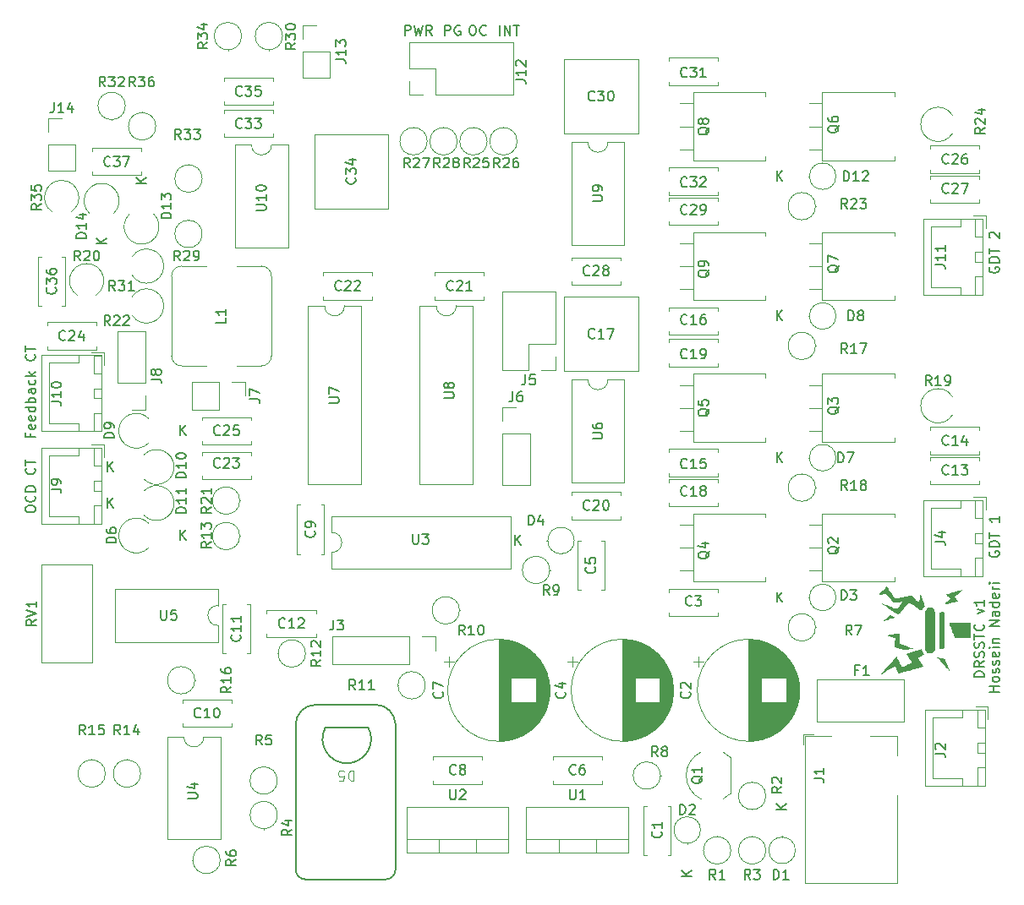
<source format=gbr>
%TF.GenerationSoftware,KiCad,Pcbnew,9.0.2*%
%TF.CreationDate,2025-08-17T10:41:30+03:30*%
%TF.ProjectId,drsstc-v1,64727373-7463-42d7-9631-2e6b69636164,rev?*%
%TF.SameCoordinates,Original*%
%TF.FileFunction,Legend,Top*%
%TF.FilePolarity,Positive*%
%FSLAX46Y46*%
G04 Gerber Fmt 4.6, Leading zero omitted, Abs format (unit mm)*
G04 Created by KiCad (PCBNEW 9.0.2) date 2025-08-17 10:41:30*
%MOMM*%
%LPD*%
G01*
G04 APERTURE LIST*
%ADD10C,0.200000*%
%ADD11C,0.150000*%
%ADD12C,0.100000*%
%ADD13C,0.120000*%
%ADD14C,0.000000*%
G04 APERTURE END LIST*
D10*
X109914838Y-37606517D02*
X109867219Y-37701755D01*
X109867219Y-37701755D02*
X109867219Y-37844612D01*
X109867219Y-37844612D02*
X109914838Y-37987469D01*
X109914838Y-37987469D02*
X110010076Y-38082707D01*
X110010076Y-38082707D02*
X110105314Y-38130326D01*
X110105314Y-38130326D02*
X110295790Y-38177945D01*
X110295790Y-38177945D02*
X110438647Y-38177945D01*
X110438647Y-38177945D02*
X110629123Y-38130326D01*
X110629123Y-38130326D02*
X110724361Y-38082707D01*
X110724361Y-38082707D02*
X110819600Y-37987469D01*
X110819600Y-37987469D02*
X110867219Y-37844612D01*
X110867219Y-37844612D02*
X110867219Y-37749374D01*
X110867219Y-37749374D02*
X110819600Y-37606517D01*
X110819600Y-37606517D02*
X110771980Y-37558898D01*
X110771980Y-37558898D02*
X110438647Y-37558898D01*
X110438647Y-37558898D02*
X110438647Y-37749374D01*
X110867219Y-37130326D02*
X109867219Y-37130326D01*
X109867219Y-37130326D02*
X109867219Y-36892231D01*
X109867219Y-36892231D02*
X109914838Y-36749374D01*
X109914838Y-36749374D02*
X110010076Y-36654136D01*
X110010076Y-36654136D02*
X110105314Y-36606517D01*
X110105314Y-36606517D02*
X110295790Y-36558898D01*
X110295790Y-36558898D02*
X110438647Y-36558898D01*
X110438647Y-36558898D02*
X110629123Y-36606517D01*
X110629123Y-36606517D02*
X110724361Y-36654136D01*
X110724361Y-36654136D02*
X110819600Y-36749374D01*
X110819600Y-36749374D02*
X110867219Y-36892231D01*
X110867219Y-36892231D02*
X110867219Y-37130326D01*
X109867219Y-36273183D02*
X109867219Y-35701755D01*
X110867219Y-35987469D02*
X109867219Y-35987469D01*
X109962457Y-34654135D02*
X109914838Y-34606516D01*
X109914838Y-34606516D02*
X109867219Y-34511278D01*
X109867219Y-34511278D02*
X109867219Y-34273183D01*
X109867219Y-34273183D02*
X109914838Y-34177945D01*
X109914838Y-34177945D02*
X109962457Y-34130326D01*
X109962457Y-34130326D02*
X110057695Y-34082707D01*
X110057695Y-34082707D02*
X110152933Y-34082707D01*
X110152933Y-34082707D02*
X110295790Y-34130326D01*
X110295790Y-34130326D02*
X110867219Y-34701754D01*
X110867219Y-34701754D02*
X110867219Y-34082707D01*
X60869673Y-14367219D02*
X60869673Y-13367219D01*
X61345863Y-14367219D02*
X61345863Y-13367219D01*
X61345863Y-13367219D02*
X61917291Y-14367219D01*
X61917291Y-14367219D02*
X61917291Y-13367219D01*
X62250625Y-13367219D02*
X62822053Y-13367219D01*
X62536339Y-14367219D02*
X62536339Y-13367219D01*
D11*
X110869819Y-80163220D02*
X109869819Y-80163220D01*
X110346009Y-80163220D02*
X110346009Y-79591792D01*
X110869819Y-79591792D02*
X109869819Y-79591792D01*
X110869819Y-78972744D02*
X110822200Y-79067982D01*
X110822200Y-79067982D02*
X110774580Y-79115601D01*
X110774580Y-79115601D02*
X110679342Y-79163220D01*
X110679342Y-79163220D02*
X110393628Y-79163220D01*
X110393628Y-79163220D02*
X110298390Y-79115601D01*
X110298390Y-79115601D02*
X110250771Y-79067982D01*
X110250771Y-79067982D02*
X110203152Y-78972744D01*
X110203152Y-78972744D02*
X110203152Y-78829887D01*
X110203152Y-78829887D02*
X110250771Y-78734649D01*
X110250771Y-78734649D02*
X110298390Y-78687030D01*
X110298390Y-78687030D02*
X110393628Y-78639411D01*
X110393628Y-78639411D02*
X110679342Y-78639411D01*
X110679342Y-78639411D02*
X110774580Y-78687030D01*
X110774580Y-78687030D02*
X110822200Y-78734649D01*
X110822200Y-78734649D02*
X110869819Y-78829887D01*
X110869819Y-78829887D02*
X110869819Y-78972744D01*
X110822200Y-78258458D02*
X110869819Y-78163220D01*
X110869819Y-78163220D02*
X110869819Y-77972744D01*
X110869819Y-77972744D02*
X110822200Y-77877506D01*
X110822200Y-77877506D02*
X110726961Y-77829887D01*
X110726961Y-77829887D02*
X110679342Y-77829887D01*
X110679342Y-77829887D02*
X110584104Y-77877506D01*
X110584104Y-77877506D02*
X110536485Y-77972744D01*
X110536485Y-77972744D02*
X110536485Y-78115601D01*
X110536485Y-78115601D02*
X110488866Y-78210839D01*
X110488866Y-78210839D02*
X110393628Y-78258458D01*
X110393628Y-78258458D02*
X110346009Y-78258458D01*
X110346009Y-78258458D02*
X110250771Y-78210839D01*
X110250771Y-78210839D02*
X110203152Y-78115601D01*
X110203152Y-78115601D02*
X110203152Y-77972744D01*
X110203152Y-77972744D02*
X110250771Y-77877506D01*
X110822200Y-77448934D02*
X110869819Y-77353696D01*
X110869819Y-77353696D02*
X110869819Y-77163220D01*
X110869819Y-77163220D02*
X110822200Y-77067982D01*
X110822200Y-77067982D02*
X110726961Y-77020363D01*
X110726961Y-77020363D02*
X110679342Y-77020363D01*
X110679342Y-77020363D02*
X110584104Y-77067982D01*
X110584104Y-77067982D02*
X110536485Y-77163220D01*
X110536485Y-77163220D02*
X110536485Y-77306077D01*
X110536485Y-77306077D02*
X110488866Y-77401315D01*
X110488866Y-77401315D02*
X110393628Y-77448934D01*
X110393628Y-77448934D02*
X110346009Y-77448934D01*
X110346009Y-77448934D02*
X110250771Y-77401315D01*
X110250771Y-77401315D02*
X110203152Y-77306077D01*
X110203152Y-77306077D02*
X110203152Y-77163220D01*
X110203152Y-77163220D02*
X110250771Y-77067982D01*
X110822200Y-76210839D02*
X110869819Y-76306077D01*
X110869819Y-76306077D02*
X110869819Y-76496553D01*
X110869819Y-76496553D02*
X110822200Y-76591791D01*
X110822200Y-76591791D02*
X110726961Y-76639410D01*
X110726961Y-76639410D02*
X110346009Y-76639410D01*
X110346009Y-76639410D02*
X110250771Y-76591791D01*
X110250771Y-76591791D02*
X110203152Y-76496553D01*
X110203152Y-76496553D02*
X110203152Y-76306077D01*
X110203152Y-76306077D02*
X110250771Y-76210839D01*
X110250771Y-76210839D02*
X110346009Y-76163220D01*
X110346009Y-76163220D02*
X110441247Y-76163220D01*
X110441247Y-76163220D02*
X110536485Y-76639410D01*
X110869819Y-75734648D02*
X110203152Y-75734648D01*
X109869819Y-75734648D02*
X109917438Y-75782267D01*
X109917438Y-75782267D02*
X109965057Y-75734648D01*
X109965057Y-75734648D02*
X109917438Y-75687029D01*
X109917438Y-75687029D02*
X109869819Y-75734648D01*
X109869819Y-75734648D02*
X109965057Y-75734648D01*
X110203152Y-75258458D02*
X110869819Y-75258458D01*
X110298390Y-75258458D02*
X110250771Y-75210839D01*
X110250771Y-75210839D02*
X110203152Y-75115601D01*
X110203152Y-75115601D02*
X110203152Y-74972744D01*
X110203152Y-74972744D02*
X110250771Y-74877506D01*
X110250771Y-74877506D02*
X110346009Y-74829887D01*
X110346009Y-74829887D02*
X110869819Y-74829887D01*
X110869819Y-73591791D02*
X109869819Y-73591791D01*
X109869819Y-73591791D02*
X110869819Y-73020363D01*
X110869819Y-73020363D02*
X109869819Y-73020363D01*
X110869819Y-72115601D02*
X110346009Y-72115601D01*
X110346009Y-72115601D02*
X110250771Y-72163220D01*
X110250771Y-72163220D02*
X110203152Y-72258458D01*
X110203152Y-72258458D02*
X110203152Y-72448934D01*
X110203152Y-72448934D02*
X110250771Y-72544172D01*
X110822200Y-72115601D02*
X110869819Y-72210839D01*
X110869819Y-72210839D02*
X110869819Y-72448934D01*
X110869819Y-72448934D02*
X110822200Y-72544172D01*
X110822200Y-72544172D02*
X110726961Y-72591791D01*
X110726961Y-72591791D02*
X110631723Y-72591791D01*
X110631723Y-72591791D02*
X110536485Y-72544172D01*
X110536485Y-72544172D02*
X110488866Y-72448934D01*
X110488866Y-72448934D02*
X110488866Y-72210839D01*
X110488866Y-72210839D02*
X110441247Y-72115601D01*
X110869819Y-71210839D02*
X109869819Y-71210839D01*
X110822200Y-71210839D02*
X110869819Y-71306077D01*
X110869819Y-71306077D02*
X110869819Y-71496553D01*
X110869819Y-71496553D02*
X110822200Y-71591791D01*
X110822200Y-71591791D02*
X110774580Y-71639410D01*
X110774580Y-71639410D02*
X110679342Y-71687029D01*
X110679342Y-71687029D02*
X110393628Y-71687029D01*
X110393628Y-71687029D02*
X110298390Y-71639410D01*
X110298390Y-71639410D02*
X110250771Y-71591791D01*
X110250771Y-71591791D02*
X110203152Y-71496553D01*
X110203152Y-71496553D02*
X110203152Y-71306077D01*
X110203152Y-71306077D02*
X110250771Y-71210839D01*
X110822200Y-70353696D02*
X110869819Y-70448934D01*
X110869819Y-70448934D02*
X110869819Y-70639410D01*
X110869819Y-70639410D02*
X110822200Y-70734648D01*
X110822200Y-70734648D02*
X110726961Y-70782267D01*
X110726961Y-70782267D02*
X110346009Y-70782267D01*
X110346009Y-70782267D02*
X110250771Y-70734648D01*
X110250771Y-70734648D02*
X110203152Y-70639410D01*
X110203152Y-70639410D02*
X110203152Y-70448934D01*
X110203152Y-70448934D02*
X110250771Y-70353696D01*
X110250771Y-70353696D02*
X110346009Y-70306077D01*
X110346009Y-70306077D02*
X110441247Y-70306077D01*
X110441247Y-70306077D02*
X110536485Y-70782267D01*
X110869819Y-69877505D02*
X110203152Y-69877505D01*
X110393628Y-69877505D02*
X110298390Y-69829886D01*
X110298390Y-69829886D02*
X110250771Y-69782267D01*
X110250771Y-69782267D02*
X110203152Y-69687029D01*
X110203152Y-69687029D02*
X110203152Y-69591791D01*
X110869819Y-69258457D02*
X110203152Y-69258457D01*
X109869819Y-69258457D02*
X109917438Y-69306076D01*
X109917438Y-69306076D02*
X109965057Y-69258457D01*
X109965057Y-69258457D02*
X109917438Y-69210838D01*
X109917438Y-69210838D02*
X109869819Y-69258457D01*
X109869819Y-69258457D02*
X109965057Y-69258457D01*
D10*
X51369673Y-14367219D02*
X51369673Y-13367219D01*
X51369673Y-13367219D02*
X51750625Y-13367219D01*
X51750625Y-13367219D02*
X51845863Y-13414838D01*
X51845863Y-13414838D02*
X51893482Y-13462457D01*
X51893482Y-13462457D02*
X51941101Y-13557695D01*
X51941101Y-13557695D02*
X51941101Y-13700552D01*
X51941101Y-13700552D02*
X51893482Y-13795790D01*
X51893482Y-13795790D02*
X51845863Y-13843409D01*
X51845863Y-13843409D02*
X51750625Y-13891028D01*
X51750625Y-13891028D02*
X51369673Y-13891028D01*
X52274435Y-13367219D02*
X52512530Y-14367219D01*
X52512530Y-14367219D02*
X52703006Y-13652933D01*
X52703006Y-13652933D02*
X52893482Y-14367219D01*
X52893482Y-14367219D02*
X53131578Y-13367219D01*
X54083958Y-14367219D02*
X53750625Y-13891028D01*
X53512530Y-14367219D02*
X53512530Y-13367219D01*
X53512530Y-13367219D02*
X53893482Y-13367219D01*
X53893482Y-13367219D02*
X53988720Y-13414838D01*
X53988720Y-13414838D02*
X54036339Y-13462457D01*
X54036339Y-13462457D02*
X54083958Y-13557695D01*
X54083958Y-13557695D02*
X54083958Y-13700552D01*
X54083958Y-13700552D02*
X54036339Y-13795790D01*
X54036339Y-13795790D02*
X53988720Y-13843409D01*
X53988720Y-13843409D02*
X53893482Y-13891028D01*
X53893482Y-13891028D02*
X53512530Y-13891028D01*
X13367219Y-61939850D02*
X13367219Y-61749374D01*
X13367219Y-61749374D02*
X13414838Y-61654136D01*
X13414838Y-61654136D02*
X13510076Y-61558898D01*
X13510076Y-61558898D02*
X13700552Y-61511279D01*
X13700552Y-61511279D02*
X14033885Y-61511279D01*
X14033885Y-61511279D02*
X14224361Y-61558898D01*
X14224361Y-61558898D02*
X14319600Y-61654136D01*
X14319600Y-61654136D02*
X14367219Y-61749374D01*
X14367219Y-61749374D02*
X14367219Y-61939850D01*
X14367219Y-61939850D02*
X14319600Y-62035088D01*
X14319600Y-62035088D02*
X14224361Y-62130326D01*
X14224361Y-62130326D02*
X14033885Y-62177945D01*
X14033885Y-62177945D02*
X13700552Y-62177945D01*
X13700552Y-62177945D02*
X13510076Y-62130326D01*
X13510076Y-62130326D02*
X13414838Y-62035088D01*
X13414838Y-62035088D02*
X13367219Y-61939850D01*
X14271980Y-60511279D02*
X14319600Y-60558898D01*
X14319600Y-60558898D02*
X14367219Y-60701755D01*
X14367219Y-60701755D02*
X14367219Y-60796993D01*
X14367219Y-60796993D02*
X14319600Y-60939850D01*
X14319600Y-60939850D02*
X14224361Y-61035088D01*
X14224361Y-61035088D02*
X14129123Y-61082707D01*
X14129123Y-61082707D02*
X13938647Y-61130326D01*
X13938647Y-61130326D02*
X13795790Y-61130326D01*
X13795790Y-61130326D02*
X13605314Y-61082707D01*
X13605314Y-61082707D02*
X13510076Y-61035088D01*
X13510076Y-61035088D02*
X13414838Y-60939850D01*
X13414838Y-60939850D02*
X13367219Y-60796993D01*
X13367219Y-60796993D02*
X13367219Y-60701755D01*
X13367219Y-60701755D02*
X13414838Y-60558898D01*
X13414838Y-60558898D02*
X13462457Y-60511279D01*
X14367219Y-60082707D02*
X13367219Y-60082707D01*
X13367219Y-60082707D02*
X13367219Y-59844612D01*
X13367219Y-59844612D02*
X13414838Y-59701755D01*
X13414838Y-59701755D02*
X13510076Y-59606517D01*
X13510076Y-59606517D02*
X13605314Y-59558898D01*
X13605314Y-59558898D02*
X13795790Y-59511279D01*
X13795790Y-59511279D02*
X13938647Y-59511279D01*
X13938647Y-59511279D02*
X14129123Y-59558898D01*
X14129123Y-59558898D02*
X14224361Y-59606517D01*
X14224361Y-59606517D02*
X14319600Y-59701755D01*
X14319600Y-59701755D02*
X14367219Y-59844612D01*
X14367219Y-59844612D02*
X14367219Y-60082707D01*
X14271980Y-57749374D02*
X14319600Y-57796993D01*
X14319600Y-57796993D02*
X14367219Y-57939850D01*
X14367219Y-57939850D02*
X14367219Y-58035088D01*
X14367219Y-58035088D02*
X14319600Y-58177945D01*
X14319600Y-58177945D02*
X14224361Y-58273183D01*
X14224361Y-58273183D02*
X14129123Y-58320802D01*
X14129123Y-58320802D02*
X13938647Y-58368421D01*
X13938647Y-58368421D02*
X13795790Y-58368421D01*
X13795790Y-58368421D02*
X13605314Y-58320802D01*
X13605314Y-58320802D02*
X13510076Y-58273183D01*
X13510076Y-58273183D02*
X13414838Y-58177945D01*
X13414838Y-58177945D02*
X13367219Y-58035088D01*
X13367219Y-58035088D02*
X13367219Y-57939850D01*
X13367219Y-57939850D02*
X13414838Y-57796993D01*
X13414838Y-57796993D02*
X13462457Y-57749374D01*
X13367219Y-57463659D02*
X13367219Y-56892231D01*
X14367219Y-57177945D02*
X13367219Y-57177945D01*
X13843409Y-54296993D02*
X13843409Y-54630326D01*
X14367219Y-54630326D02*
X13367219Y-54630326D01*
X13367219Y-54630326D02*
X13367219Y-54154136D01*
X14319600Y-53392231D02*
X14367219Y-53487469D01*
X14367219Y-53487469D02*
X14367219Y-53677945D01*
X14367219Y-53677945D02*
X14319600Y-53773183D01*
X14319600Y-53773183D02*
X14224361Y-53820802D01*
X14224361Y-53820802D02*
X13843409Y-53820802D01*
X13843409Y-53820802D02*
X13748171Y-53773183D01*
X13748171Y-53773183D02*
X13700552Y-53677945D01*
X13700552Y-53677945D02*
X13700552Y-53487469D01*
X13700552Y-53487469D02*
X13748171Y-53392231D01*
X13748171Y-53392231D02*
X13843409Y-53344612D01*
X13843409Y-53344612D02*
X13938647Y-53344612D01*
X13938647Y-53344612D02*
X14033885Y-53820802D01*
X14319600Y-52535088D02*
X14367219Y-52630326D01*
X14367219Y-52630326D02*
X14367219Y-52820802D01*
X14367219Y-52820802D02*
X14319600Y-52916040D01*
X14319600Y-52916040D02*
X14224361Y-52963659D01*
X14224361Y-52963659D02*
X13843409Y-52963659D01*
X13843409Y-52963659D02*
X13748171Y-52916040D01*
X13748171Y-52916040D02*
X13700552Y-52820802D01*
X13700552Y-52820802D02*
X13700552Y-52630326D01*
X13700552Y-52630326D02*
X13748171Y-52535088D01*
X13748171Y-52535088D02*
X13843409Y-52487469D01*
X13843409Y-52487469D02*
X13938647Y-52487469D01*
X13938647Y-52487469D02*
X14033885Y-52963659D01*
X14367219Y-51630326D02*
X13367219Y-51630326D01*
X14319600Y-51630326D02*
X14367219Y-51725564D01*
X14367219Y-51725564D02*
X14367219Y-51916040D01*
X14367219Y-51916040D02*
X14319600Y-52011278D01*
X14319600Y-52011278D02*
X14271980Y-52058897D01*
X14271980Y-52058897D02*
X14176742Y-52106516D01*
X14176742Y-52106516D02*
X13891028Y-52106516D01*
X13891028Y-52106516D02*
X13795790Y-52058897D01*
X13795790Y-52058897D02*
X13748171Y-52011278D01*
X13748171Y-52011278D02*
X13700552Y-51916040D01*
X13700552Y-51916040D02*
X13700552Y-51725564D01*
X13700552Y-51725564D02*
X13748171Y-51630326D01*
X14367219Y-51154135D02*
X13367219Y-51154135D01*
X13748171Y-51154135D02*
X13700552Y-51058897D01*
X13700552Y-51058897D02*
X13700552Y-50868421D01*
X13700552Y-50868421D02*
X13748171Y-50773183D01*
X13748171Y-50773183D02*
X13795790Y-50725564D01*
X13795790Y-50725564D02*
X13891028Y-50677945D01*
X13891028Y-50677945D02*
X14176742Y-50677945D01*
X14176742Y-50677945D02*
X14271980Y-50725564D01*
X14271980Y-50725564D02*
X14319600Y-50773183D01*
X14319600Y-50773183D02*
X14367219Y-50868421D01*
X14367219Y-50868421D02*
X14367219Y-51058897D01*
X14367219Y-51058897D02*
X14319600Y-51154135D01*
X14367219Y-49820802D02*
X13843409Y-49820802D01*
X13843409Y-49820802D02*
X13748171Y-49868421D01*
X13748171Y-49868421D02*
X13700552Y-49963659D01*
X13700552Y-49963659D02*
X13700552Y-50154135D01*
X13700552Y-50154135D02*
X13748171Y-50249373D01*
X14319600Y-49820802D02*
X14367219Y-49916040D01*
X14367219Y-49916040D02*
X14367219Y-50154135D01*
X14367219Y-50154135D02*
X14319600Y-50249373D01*
X14319600Y-50249373D02*
X14224361Y-50296992D01*
X14224361Y-50296992D02*
X14129123Y-50296992D01*
X14129123Y-50296992D02*
X14033885Y-50249373D01*
X14033885Y-50249373D02*
X13986266Y-50154135D01*
X13986266Y-50154135D02*
X13986266Y-49916040D01*
X13986266Y-49916040D02*
X13938647Y-49820802D01*
X14319600Y-48916040D02*
X14367219Y-49011278D01*
X14367219Y-49011278D02*
X14367219Y-49201754D01*
X14367219Y-49201754D02*
X14319600Y-49296992D01*
X14319600Y-49296992D02*
X14271980Y-49344611D01*
X14271980Y-49344611D02*
X14176742Y-49392230D01*
X14176742Y-49392230D02*
X13891028Y-49392230D01*
X13891028Y-49392230D02*
X13795790Y-49344611D01*
X13795790Y-49344611D02*
X13748171Y-49296992D01*
X13748171Y-49296992D02*
X13700552Y-49201754D01*
X13700552Y-49201754D02*
X13700552Y-49011278D01*
X13700552Y-49011278D02*
X13748171Y-48916040D01*
X14367219Y-48487468D02*
X13367219Y-48487468D01*
X13986266Y-48392230D02*
X14367219Y-48106516D01*
X13700552Y-48106516D02*
X14081504Y-48487468D01*
X14271980Y-46344611D02*
X14319600Y-46392230D01*
X14319600Y-46392230D02*
X14367219Y-46535087D01*
X14367219Y-46535087D02*
X14367219Y-46630325D01*
X14367219Y-46630325D02*
X14319600Y-46773182D01*
X14319600Y-46773182D02*
X14224361Y-46868420D01*
X14224361Y-46868420D02*
X14129123Y-46916039D01*
X14129123Y-46916039D02*
X13938647Y-46963658D01*
X13938647Y-46963658D02*
X13795790Y-46963658D01*
X13795790Y-46963658D02*
X13605314Y-46916039D01*
X13605314Y-46916039D02*
X13510076Y-46868420D01*
X13510076Y-46868420D02*
X13414838Y-46773182D01*
X13414838Y-46773182D02*
X13367219Y-46630325D01*
X13367219Y-46630325D02*
X13367219Y-46535087D01*
X13367219Y-46535087D02*
X13414838Y-46392230D01*
X13414838Y-46392230D02*
X13462457Y-46344611D01*
X13367219Y-46058896D02*
X13367219Y-45487468D01*
X14367219Y-45773182D02*
X13367219Y-45773182D01*
X58060149Y-13367219D02*
X58250625Y-13367219D01*
X58250625Y-13367219D02*
X58345863Y-13414838D01*
X58345863Y-13414838D02*
X58441101Y-13510076D01*
X58441101Y-13510076D02*
X58488720Y-13700552D01*
X58488720Y-13700552D02*
X58488720Y-14033885D01*
X58488720Y-14033885D02*
X58441101Y-14224361D01*
X58441101Y-14224361D02*
X58345863Y-14319600D01*
X58345863Y-14319600D02*
X58250625Y-14367219D01*
X58250625Y-14367219D02*
X58060149Y-14367219D01*
X58060149Y-14367219D02*
X57964911Y-14319600D01*
X57964911Y-14319600D02*
X57869673Y-14224361D01*
X57869673Y-14224361D02*
X57822054Y-14033885D01*
X57822054Y-14033885D02*
X57822054Y-13700552D01*
X57822054Y-13700552D02*
X57869673Y-13510076D01*
X57869673Y-13510076D02*
X57964911Y-13414838D01*
X57964911Y-13414838D02*
X58060149Y-13367219D01*
X59488720Y-14271980D02*
X59441101Y-14319600D01*
X59441101Y-14319600D02*
X59298244Y-14367219D01*
X59298244Y-14367219D02*
X59203006Y-14367219D01*
X59203006Y-14367219D02*
X59060149Y-14319600D01*
X59060149Y-14319600D02*
X58964911Y-14224361D01*
X58964911Y-14224361D02*
X58917292Y-14129123D01*
X58917292Y-14129123D02*
X58869673Y-13938647D01*
X58869673Y-13938647D02*
X58869673Y-13795790D01*
X58869673Y-13795790D02*
X58917292Y-13605314D01*
X58917292Y-13605314D02*
X58964911Y-13510076D01*
X58964911Y-13510076D02*
X59060149Y-13414838D01*
X59060149Y-13414838D02*
X59203006Y-13367219D01*
X59203006Y-13367219D02*
X59298244Y-13367219D01*
X59298244Y-13367219D02*
X59441101Y-13414838D01*
X59441101Y-13414838D02*
X59488720Y-13462457D01*
X55369673Y-14367219D02*
X55369673Y-13367219D01*
X55369673Y-13367219D02*
X55750625Y-13367219D01*
X55750625Y-13367219D02*
X55845863Y-13414838D01*
X55845863Y-13414838D02*
X55893482Y-13462457D01*
X55893482Y-13462457D02*
X55941101Y-13557695D01*
X55941101Y-13557695D02*
X55941101Y-13700552D01*
X55941101Y-13700552D02*
X55893482Y-13795790D01*
X55893482Y-13795790D02*
X55845863Y-13843409D01*
X55845863Y-13843409D02*
X55750625Y-13891028D01*
X55750625Y-13891028D02*
X55369673Y-13891028D01*
X56893482Y-13414838D02*
X56798244Y-13367219D01*
X56798244Y-13367219D02*
X56655387Y-13367219D01*
X56655387Y-13367219D02*
X56512530Y-13414838D01*
X56512530Y-13414838D02*
X56417292Y-13510076D01*
X56417292Y-13510076D02*
X56369673Y-13605314D01*
X56369673Y-13605314D02*
X56322054Y-13795790D01*
X56322054Y-13795790D02*
X56322054Y-13938647D01*
X56322054Y-13938647D02*
X56369673Y-14129123D01*
X56369673Y-14129123D02*
X56417292Y-14224361D01*
X56417292Y-14224361D02*
X56512530Y-14319600D01*
X56512530Y-14319600D02*
X56655387Y-14367219D01*
X56655387Y-14367219D02*
X56750625Y-14367219D01*
X56750625Y-14367219D02*
X56893482Y-14319600D01*
X56893482Y-14319600D02*
X56941101Y-14271980D01*
X56941101Y-14271980D02*
X56941101Y-13938647D01*
X56941101Y-13938647D02*
X56750625Y-13938647D01*
X109914838Y-66106517D02*
X109867219Y-66201755D01*
X109867219Y-66201755D02*
X109867219Y-66344612D01*
X109867219Y-66344612D02*
X109914838Y-66487469D01*
X109914838Y-66487469D02*
X110010076Y-66582707D01*
X110010076Y-66582707D02*
X110105314Y-66630326D01*
X110105314Y-66630326D02*
X110295790Y-66677945D01*
X110295790Y-66677945D02*
X110438647Y-66677945D01*
X110438647Y-66677945D02*
X110629123Y-66630326D01*
X110629123Y-66630326D02*
X110724361Y-66582707D01*
X110724361Y-66582707D02*
X110819600Y-66487469D01*
X110819600Y-66487469D02*
X110867219Y-66344612D01*
X110867219Y-66344612D02*
X110867219Y-66249374D01*
X110867219Y-66249374D02*
X110819600Y-66106517D01*
X110819600Y-66106517D02*
X110771980Y-66058898D01*
X110771980Y-66058898D02*
X110438647Y-66058898D01*
X110438647Y-66058898D02*
X110438647Y-66249374D01*
X110867219Y-65630326D02*
X109867219Y-65630326D01*
X109867219Y-65630326D02*
X109867219Y-65392231D01*
X109867219Y-65392231D02*
X109914838Y-65249374D01*
X109914838Y-65249374D02*
X110010076Y-65154136D01*
X110010076Y-65154136D02*
X110105314Y-65106517D01*
X110105314Y-65106517D02*
X110295790Y-65058898D01*
X110295790Y-65058898D02*
X110438647Y-65058898D01*
X110438647Y-65058898D02*
X110629123Y-65106517D01*
X110629123Y-65106517D02*
X110724361Y-65154136D01*
X110724361Y-65154136D02*
X110819600Y-65249374D01*
X110819600Y-65249374D02*
X110867219Y-65392231D01*
X110867219Y-65392231D02*
X110867219Y-65630326D01*
X109867219Y-64773183D02*
X109867219Y-64201755D01*
X110867219Y-64487469D02*
X109867219Y-64487469D01*
X110867219Y-62582707D02*
X110867219Y-63154135D01*
X110867219Y-62868421D02*
X109867219Y-62868421D01*
X109867219Y-62868421D02*
X110010076Y-62963659D01*
X110010076Y-62963659D02*
X110105314Y-63058897D01*
X110105314Y-63058897D02*
X110152933Y-63154135D01*
D11*
X109369819Y-78663220D02*
X108369819Y-78663220D01*
X108369819Y-78663220D02*
X108369819Y-78425125D01*
X108369819Y-78425125D02*
X108417438Y-78282268D01*
X108417438Y-78282268D02*
X108512676Y-78187030D01*
X108512676Y-78187030D02*
X108607914Y-78139411D01*
X108607914Y-78139411D02*
X108798390Y-78091792D01*
X108798390Y-78091792D02*
X108941247Y-78091792D01*
X108941247Y-78091792D02*
X109131723Y-78139411D01*
X109131723Y-78139411D02*
X109226961Y-78187030D01*
X109226961Y-78187030D02*
X109322200Y-78282268D01*
X109322200Y-78282268D02*
X109369819Y-78425125D01*
X109369819Y-78425125D02*
X109369819Y-78663220D01*
X109369819Y-77091792D02*
X108893628Y-77425125D01*
X109369819Y-77663220D02*
X108369819Y-77663220D01*
X108369819Y-77663220D02*
X108369819Y-77282268D01*
X108369819Y-77282268D02*
X108417438Y-77187030D01*
X108417438Y-77187030D02*
X108465057Y-77139411D01*
X108465057Y-77139411D02*
X108560295Y-77091792D01*
X108560295Y-77091792D02*
X108703152Y-77091792D01*
X108703152Y-77091792D02*
X108798390Y-77139411D01*
X108798390Y-77139411D02*
X108846009Y-77187030D01*
X108846009Y-77187030D02*
X108893628Y-77282268D01*
X108893628Y-77282268D02*
X108893628Y-77663220D01*
X109322200Y-76710839D02*
X109369819Y-76567982D01*
X109369819Y-76567982D02*
X109369819Y-76329887D01*
X109369819Y-76329887D02*
X109322200Y-76234649D01*
X109322200Y-76234649D02*
X109274580Y-76187030D01*
X109274580Y-76187030D02*
X109179342Y-76139411D01*
X109179342Y-76139411D02*
X109084104Y-76139411D01*
X109084104Y-76139411D02*
X108988866Y-76187030D01*
X108988866Y-76187030D02*
X108941247Y-76234649D01*
X108941247Y-76234649D02*
X108893628Y-76329887D01*
X108893628Y-76329887D02*
X108846009Y-76520363D01*
X108846009Y-76520363D02*
X108798390Y-76615601D01*
X108798390Y-76615601D02*
X108750771Y-76663220D01*
X108750771Y-76663220D02*
X108655533Y-76710839D01*
X108655533Y-76710839D02*
X108560295Y-76710839D01*
X108560295Y-76710839D02*
X108465057Y-76663220D01*
X108465057Y-76663220D02*
X108417438Y-76615601D01*
X108417438Y-76615601D02*
X108369819Y-76520363D01*
X108369819Y-76520363D02*
X108369819Y-76282268D01*
X108369819Y-76282268D02*
X108417438Y-76139411D01*
X109322200Y-75758458D02*
X109369819Y-75615601D01*
X109369819Y-75615601D02*
X109369819Y-75377506D01*
X109369819Y-75377506D02*
X109322200Y-75282268D01*
X109322200Y-75282268D02*
X109274580Y-75234649D01*
X109274580Y-75234649D02*
X109179342Y-75187030D01*
X109179342Y-75187030D02*
X109084104Y-75187030D01*
X109084104Y-75187030D02*
X108988866Y-75234649D01*
X108988866Y-75234649D02*
X108941247Y-75282268D01*
X108941247Y-75282268D02*
X108893628Y-75377506D01*
X108893628Y-75377506D02*
X108846009Y-75567982D01*
X108846009Y-75567982D02*
X108798390Y-75663220D01*
X108798390Y-75663220D02*
X108750771Y-75710839D01*
X108750771Y-75710839D02*
X108655533Y-75758458D01*
X108655533Y-75758458D02*
X108560295Y-75758458D01*
X108560295Y-75758458D02*
X108465057Y-75710839D01*
X108465057Y-75710839D02*
X108417438Y-75663220D01*
X108417438Y-75663220D02*
X108369819Y-75567982D01*
X108369819Y-75567982D02*
X108369819Y-75329887D01*
X108369819Y-75329887D02*
X108417438Y-75187030D01*
X108369819Y-74901315D02*
X108369819Y-74329887D01*
X109369819Y-74615601D02*
X108369819Y-74615601D01*
X109274580Y-73425125D02*
X109322200Y-73472744D01*
X109322200Y-73472744D02*
X109369819Y-73615601D01*
X109369819Y-73615601D02*
X109369819Y-73710839D01*
X109369819Y-73710839D02*
X109322200Y-73853696D01*
X109322200Y-73853696D02*
X109226961Y-73948934D01*
X109226961Y-73948934D02*
X109131723Y-73996553D01*
X109131723Y-73996553D02*
X108941247Y-74044172D01*
X108941247Y-74044172D02*
X108798390Y-74044172D01*
X108798390Y-74044172D02*
X108607914Y-73996553D01*
X108607914Y-73996553D02*
X108512676Y-73948934D01*
X108512676Y-73948934D02*
X108417438Y-73853696D01*
X108417438Y-73853696D02*
X108369819Y-73710839D01*
X108369819Y-73710839D02*
X108369819Y-73615601D01*
X108369819Y-73615601D02*
X108417438Y-73472744D01*
X108417438Y-73472744D02*
X108465057Y-73425125D01*
X108703152Y-72329886D02*
X109369819Y-72091791D01*
X109369819Y-72091791D02*
X108703152Y-71853696D01*
X109369819Y-70948934D02*
X109369819Y-71520362D01*
X109369819Y-71234648D02*
X108369819Y-71234648D01*
X108369819Y-71234648D02*
X108512676Y-71329886D01*
X108512676Y-71329886D02*
X108607914Y-71425124D01*
X108607914Y-71425124D02*
X108655533Y-71520362D01*
X57357142Y-74454819D02*
X57023809Y-73978628D01*
X56785714Y-74454819D02*
X56785714Y-73454819D01*
X56785714Y-73454819D02*
X57166666Y-73454819D01*
X57166666Y-73454819D02*
X57261904Y-73502438D01*
X57261904Y-73502438D02*
X57309523Y-73550057D01*
X57309523Y-73550057D02*
X57357142Y-73645295D01*
X57357142Y-73645295D02*
X57357142Y-73788152D01*
X57357142Y-73788152D02*
X57309523Y-73883390D01*
X57309523Y-73883390D02*
X57261904Y-73931009D01*
X57261904Y-73931009D02*
X57166666Y-73978628D01*
X57166666Y-73978628D02*
X56785714Y-73978628D01*
X58309523Y-74454819D02*
X57738095Y-74454819D01*
X58023809Y-74454819D02*
X58023809Y-73454819D01*
X58023809Y-73454819D02*
X57928571Y-73597676D01*
X57928571Y-73597676D02*
X57833333Y-73692914D01*
X57833333Y-73692914D02*
X57738095Y-73740533D01*
X58928571Y-73454819D02*
X59023809Y-73454819D01*
X59023809Y-73454819D02*
X59119047Y-73502438D01*
X59119047Y-73502438D02*
X59166666Y-73550057D01*
X59166666Y-73550057D02*
X59214285Y-73645295D01*
X59214285Y-73645295D02*
X59261904Y-73835771D01*
X59261904Y-73835771D02*
X59261904Y-74073866D01*
X59261904Y-74073866D02*
X59214285Y-74264342D01*
X59214285Y-74264342D02*
X59166666Y-74359580D01*
X59166666Y-74359580D02*
X59119047Y-74407200D01*
X59119047Y-74407200D02*
X59023809Y-74454819D01*
X59023809Y-74454819D02*
X58928571Y-74454819D01*
X58928571Y-74454819D02*
X58833333Y-74407200D01*
X58833333Y-74407200D02*
X58785714Y-74359580D01*
X58785714Y-74359580D02*
X58738095Y-74264342D01*
X58738095Y-74264342D02*
X58690476Y-74073866D01*
X58690476Y-74073866D02*
X58690476Y-73835771D01*
X58690476Y-73835771D02*
X58738095Y-73645295D01*
X58738095Y-73645295D02*
X58785714Y-73550057D01*
X58785714Y-73550057D02*
X58833333Y-73502438D01*
X58833333Y-73502438D02*
X58928571Y-73454819D01*
X68465656Y-88359580D02*
X68418037Y-88407200D01*
X68418037Y-88407200D02*
X68275180Y-88454819D01*
X68275180Y-88454819D02*
X68179942Y-88454819D01*
X68179942Y-88454819D02*
X68037085Y-88407200D01*
X68037085Y-88407200D02*
X67941847Y-88311961D01*
X67941847Y-88311961D02*
X67894228Y-88216723D01*
X67894228Y-88216723D02*
X67846609Y-88026247D01*
X67846609Y-88026247D02*
X67846609Y-87883390D01*
X67846609Y-87883390D02*
X67894228Y-87692914D01*
X67894228Y-87692914D02*
X67941847Y-87597676D01*
X67941847Y-87597676D02*
X68037085Y-87502438D01*
X68037085Y-87502438D02*
X68179942Y-87454819D01*
X68179942Y-87454819D02*
X68275180Y-87454819D01*
X68275180Y-87454819D02*
X68418037Y-87502438D01*
X68418037Y-87502438D02*
X68465656Y-87550057D01*
X69322799Y-87454819D02*
X69132323Y-87454819D01*
X69132323Y-87454819D02*
X69037085Y-87502438D01*
X69037085Y-87502438D02*
X68989466Y-87550057D01*
X68989466Y-87550057D02*
X68894228Y-87692914D01*
X68894228Y-87692914D02*
X68846609Y-87883390D01*
X68846609Y-87883390D02*
X68846609Y-88264342D01*
X68846609Y-88264342D02*
X68894228Y-88359580D01*
X68894228Y-88359580D02*
X68941847Y-88407200D01*
X68941847Y-88407200D02*
X69037085Y-88454819D01*
X69037085Y-88454819D02*
X69227561Y-88454819D01*
X69227561Y-88454819D02*
X69322799Y-88407200D01*
X69322799Y-88407200D02*
X69370418Y-88359580D01*
X69370418Y-88359580D02*
X69418037Y-88264342D01*
X69418037Y-88264342D02*
X69418037Y-88026247D01*
X69418037Y-88026247D02*
X69370418Y-87931009D01*
X69370418Y-87931009D02*
X69322799Y-87883390D01*
X69322799Y-87883390D02*
X69227561Y-87835771D01*
X69227561Y-87835771D02*
X69037085Y-87835771D01*
X69037085Y-87835771D02*
X68941847Y-87883390D01*
X68941847Y-87883390D02*
X68894228Y-87931009D01*
X68894228Y-87931009D02*
X68846609Y-88026247D01*
X95642142Y-46254819D02*
X95308809Y-45778628D01*
X95070714Y-46254819D02*
X95070714Y-45254819D01*
X95070714Y-45254819D02*
X95451666Y-45254819D01*
X95451666Y-45254819D02*
X95546904Y-45302438D01*
X95546904Y-45302438D02*
X95594523Y-45350057D01*
X95594523Y-45350057D02*
X95642142Y-45445295D01*
X95642142Y-45445295D02*
X95642142Y-45588152D01*
X95642142Y-45588152D02*
X95594523Y-45683390D01*
X95594523Y-45683390D02*
X95546904Y-45731009D01*
X95546904Y-45731009D02*
X95451666Y-45778628D01*
X95451666Y-45778628D02*
X95070714Y-45778628D01*
X96594523Y-46254819D02*
X96023095Y-46254819D01*
X96308809Y-46254819D02*
X96308809Y-45254819D01*
X96308809Y-45254819D02*
X96213571Y-45397676D01*
X96213571Y-45397676D02*
X96118333Y-45492914D01*
X96118333Y-45492914D02*
X96023095Y-45540533D01*
X96927857Y-45254819D02*
X97594523Y-45254819D01*
X97594523Y-45254819D02*
X97165952Y-46254819D01*
X15954819Y-59833333D02*
X16669104Y-59833333D01*
X16669104Y-59833333D02*
X16811961Y-59880952D01*
X16811961Y-59880952D02*
X16907200Y-59976190D01*
X16907200Y-59976190D02*
X16954819Y-60119047D01*
X16954819Y-60119047D02*
X16954819Y-60214285D01*
X16954819Y-59309523D02*
X16954819Y-59119047D01*
X16954819Y-59119047D02*
X16907200Y-59023809D01*
X16907200Y-59023809D02*
X16859580Y-58976190D01*
X16859580Y-58976190D02*
X16716723Y-58880952D01*
X16716723Y-58880952D02*
X16526247Y-58833333D01*
X16526247Y-58833333D02*
X16145295Y-58833333D01*
X16145295Y-58833333D02*
X16050057Y-58880952D01*
X16050057Y-58880952D02*
X16002438Y-58928571D01*
X16002438Y-58928571D02*
X15954819Y-59023809D01*
X15954819Y-59023809D02*
X15954819Y-59214285D01*
X15954819Y-59214285D02*
X16002438Y-59309523D01*
X16002438Y-59309523D02*
X16050057Y-59357142D01*
X16050057Y-59357142D02*
X16145295Y-59404761D01*
X16145295Y-59404761D02*
X16383390Y-59404761D01*
X16383390Y-59404761D02*
X16478628Y-59357142D01*
X16478628Y-59357142D02*
X16526247Y-59309523D01*
X16526247Y-59309523D02*
X16573866Y-59214285D01*
X16573866Y-59214285D02*
X16573866Y-59023809D01*
X16573866Y-59023809D02*
X16526247Y-58928571D01*
X16526247Y-58928571D02*
X16478628Y-58880952D01*
X16478628Y-58880952D02*
X16383390Y-58833333D01*
X17357142Y-44859580D02*
X17309523Y-44907200D01*
X17309523Y-44907200D02*
X17166666Y-44954819D01*
X17166666Y-44954819D02*
X17071428Y-44954819D01*
X17071428Y-44954819D02*
X16928571Y-44907200D01*
X16928571Y-44907200D02*
X16833333Y-44811961D01*
X16833333Y-44811961D02*
X16785714Y-44716723D01*
X16785714Y-44716723D02*
X16738095Y-44526247D01*
X16738095Y-44526247D02*
X16738095Y-44383390D01*
X16738095Y-44383390D02*
X16785714Y-44192914D01*
X16785714Y-44192914D02*
X16833333Y-44097676D01*
X16833333Y-44097676D02*
X16928571Y-44002438D01*
X16928571Y-44002438D02*
X17071428Y-43954819D01*
X17071428Y-43954819D02*
X17166666Y-43954819D01*
X17166666Y-43954819D02*
X17309523Y-44002438D01*
X17309523Y-44002438D02*
X17357142Y-44050057D01*
X17738095Y-44050057D02*
X17785714Y-44002438D01*
X17785714Y-44002438D02*
X17880952Y-43954819D01*
X17880952Y-43954819D02*
X18119047Y-43954819D01*
X18119047Y-43954819D02*
X18214285Y-44002438D01*
X18214285Y-44002438D02*
X18261904Y-44050057D01*
X18261904Y-44050057D02*
X18309523Y-44145295D01*
X18309523Y-44145295D02*
X18309523Y-44240533D01*
X18309523Y-44240533D02*
X18261904Y-44383390D01*
X18261904Y-44383390D02*
X17690476Y-44954819D01*
X17690476Y-44954819D02*
X18309523Y-44954819D01*
X19166666Y-44288152D02*
X19166666Y-44954819D01*
X18928571Y-43907200D02*
X18690476Y-44621485D01*
X18690476Y-44621485D02*
X19309523Y-44621485D01*
X46402142Y-79954819D02*
X46068809Y-79478628D01*
X45830714Y-79954819D02*
X45830714Y-78954819D01*
X45830714Y-78954819D02*
X46211666Y-78954819D01*
X46211666Y-78954819D02*
X46306904Y-79002438D01*
X46306904Y-79002438D02*
X46354523Y-79050057D01*
X46354523Y-79050057D02*
X46402142Y-79145295D01*
X46402142Y-79145295D02*
X46402142Y-79288152D01*
X46402142Y-79288152D02*
X46354523Y-79383390D01*
X46354523Y-79383390D02*
X46306904Y-79431009D01*
X46306904Y-79431009D02*
X46211666Y-79478628D01*
X46211666Y-79478628D02*
X45830714Y-79478628D01*
X47354523Y-79954819D02*
X46783095Y-79954819D01*
X47068809Y-79954819D02*
X47068809Y-78954819D01*
X47068809Y-78954819D02*
X46973571Y-79097676D01*
X46973571Y-79097676D02*
X46878333Y-79192914D01*
X46878333Y-79192914D02*
X46783095Y-79240533D01*
X48306904Y-79954819D02*
X47735476Y-79954819D01*
X48021190Y-79954819D02*
X48021190Y-78954819D01*
X48021190Y-78954819D02*
X47925952Y-79097676D01*
X47925952Y-79097676D02*
X47830714Y-79192914D01*
X47830714Y-79192914D02*
X47735476Y-79240533D01*
X70359580Y-67666666D02*
X70407200Y-67714285D01*
X70407200Y-67714285D02*
X70454819Y-67857142D01*
X70454819Y-67857142D02*
X70454819Y-67952380D01*
X70454819Y-67952380D02*
X70407200Y-68095237D01*
X70407200Y-68095237D02*
X70311961Y-68190475D01*
X70311961Y-68190475D02*
X70216723Y-68238094D01*
X70216723Y-68238094D02*
X70026247Y-68285713D01*
X70026247Y-68285713D02*
X69883390Y-68285713D01*
X69883390Y-68285713D02*
X69692914Y-68238094D01*
X69692914Y-68238094D02*
X69597676Y-68190475D01*
X69597676Y-68190475D02*
X69502438Y-68095237D01*
X69502438Y-68095237D02*
X69454819Y-67952380D01*
X69454819Y-67952380D02*
X69454819Y-67857142D01*
X69454819Y-67857142D02*
X69502438Y-67714285D01*
X69502438Y-67714285D02*
X69550057Y-67666666D01*
X69454819Y-66761904D02*
X69454819Y-67238094D01*
X69454819Y-67238094D02*
X69931009Y-67285713D01*
X69931009Y-67285713D02*
X69883390Y-67238094D01*
X69883390Y-67238094D02*
X69835771Y-67142856D01*
X69835771Y-67142856D02*
X69835771Y-66904761D01*
X69835771Y-66904761D02*
X69883390Y-66809523D01*
X69883390Y-66809523D02*
X69931009Y-66761904D01*
X69931009Y-66761904D02*
X70026247Y-66714285D01*
X70026247Y-66714285D02*
X70264342Y-66714285D01*
X70264342Y-66714285D02*
X70359580Y-66761904D01*
X70359580Y-66761904D02*
X70407200Y-66809523D01*
X70407200Y-66809523D02*
X70454819Y-66904761D01*
X70454819Y-66904761D02*
X70454819Y-67142856D01*
X70454819Y-67142856D02*
X70407200Y-67238094D01*
X70407200Y-67238094D02*
X70359580Y-67285713D01*
X57857142Y-27639819D02*
X57523809Y-27163628D01*
X57285714Y-27639819D02*
X57285714Y-26639819D01*
X57285714Y-26639819D02*
X57666666Y-26639819D01*
X57666666Y-26639819D02*
X57761904Y-26687438D01*
X57761904Y-26687438D02*
X57809523Y-26735057D01*
X57809523Y-26735057D02*
X57857142Y-26830295D01*
X57857142Y-26830295D02*
X57857142Y-26973152D01*
X57857142Y-26973152D02*
X57809523Y-27068390D01*
X57809523Y-27068390D02*
X57761904Y-27116009D01*
X57761904Y-27116009D02*
X57666666Y-27163628D01*
X57666666Y-27163628D02*
X57285714Y-27163628D01*
X58238095Y-26735057D02*
X58285714Y-26687438D01*
X58285714Y-26687438D02*
X58380952Y-26639819D01*
X58380952Y-26639819D02*
X58619047Y-26639819D01*
X58619047Y-26639819D02*
X58714285Y-26687438D01*
X58714285Y-26687438D02*
X58761904Y-26735057D01*
X58761904Y-26735057D02*
X58809523Y-26830295D01*
X58809523Y-26830295D02*
X58809523Y-26925533D01*
X58809523Y-26925533D02*
X58761904Y-27068390D01*
X58761904Y-27068390D02*
X58190476Y-27639819D01*
X58190476Y-27639819D02*
X58809523Y-27639819D01*
X59714285Y-26639819D02*
X59238095Y-26639819D01*
X59238095Y-26639819D02*
X59190476Y-27116009D01*
X59190476Y-27116009D02*
X59238095Y-27068390D01*
X59238095Y-27068390D02*
X59333333Y-27020771D01*
X59333333Y-27020771D02*
X59571428Y-27020771D01*
X59571428Y-27020771D02*
X59666666Y-27068390D01*
X59666666Y-27068390D02*
X59714285Y-27116009D01*
X59714285Y-27116009D02*
X59761904Y-27211247D01*
X59761904Y-27211247D02*
X59761904Y-27449342D01*
X59761904Y-27449342D02*
X59714285Y-27544580D01*
X59714285Y-27544580D02*
X59666666Y-27592200D01*
X59666666Y-27592200D02*
X59571428Y-27639819D01*
X59571428Y-27639819D02*
X59333333Y-27639819D01*
X59333333Y-27639819D02*
X59238095Y-27592200D01*
X59238095Y-27592200D02*
X59190476Y-27544580D01*
X18857142Y-36954819D02*
X18523809Y-36478628D01*
X18285714Y-36954819D02*
X18285714Y-35954819D01*
X18285714Y-35954819D02*
X18666666Y-35954819D01*
X18666666Y-35954819D02*
X18761904Y-36002438D01*
X18761904Y-36002438D02*
X18809523Y-36050057D01*
X18809523Y-36050057D02*
X18857142Y-36145295D01*
X18857142Y-36145295D02*
X18857142Y-36288152D01*
X18857142Y-36288152D02*
X18809523Y-36383390D01*
X18809523Y-36383390D02*
X18761904Y-36431009D01*
X18761904Y-36431009D02*
X18666666Y-36478628D01*
X18666666Y-36478628D02*
X18285714Y-36478628D01*
X19238095Y-36050057D02*
X19285714Y-36002438D01*
X19285714Y-36002438D02*
X19380952Y-35954819D01*
X19380952Y-35954819D02*
X19619047Y-35954819D01*
X19619047Y-35954819D02*
X19714285Y-36002438D01*
X19714285Y-36002438D02*
X19761904Y-36050057D01*
X19761904Y-36050057D02*
X19809523Y-36145295D01*
X19809523Y-36145295D02*
X19809523Y-36240533D01*
X19809523Y-36240533D02*
X19761904Y-36383390D01*
X19761904Y-36383390D02*
X19190476Y-36954819D01*
X19190476Y-36954819D02*
X19809523Y-36954819D01*
X20428571Y-35954819D02*
X20523809Y-35954819D01*
X20523809Y-35954819D02*
X20619047Y-36002438D01*
X20619047Y-36002438D02*
X20666666Y-36050057D01*
X20666666Y-36050057D02*
X20714285Y-36145295D01*
X20714285Y-36145295D02*
X20761904Y-36335771D01*
X20761904Y-36335771D02*
X20761904Y-36573866D01*
X20761904Y-36573866D02*
X20714285Y-36764342D01*
X20714285Y-36764342D02*
X20666666Y-36859580D01*
X20666666Y-36859580D02*
X20619047Y-36907200D01*
X20619047Y-36907200D02*
X20523809Y-36954819D01*
X20523809Y-36954819D02*
X20428571Y-36954819D01*
X20428571Y-36954819D02*
X20333333Y-36907200D01*
X20333333Y-36907200D02*
X20285714Y-36859580D01*
X20285714Y-36859580D02*
X20238095Y-36764342D01*
X20238095Y-36764342D02*
X20190476Y-36573866D01*
X20190476Y-36573866D02*
X20190476Y-36335771D01*
X20190476Y-36335771D02*
X20238095Y-36145295D01*
X20238095Y-36145295D02*
X20285714Y-36050057D01*
X20285714Y-36050057D02*
X20333333Y-36002438D01*
X20333333Y-36002438D02*
X20428571Y-35954819D01*
X65833333Y-70454819D02*
X65500000Y-69978628D01*
X65261905Y-70454819D02*
X65261905Y-69454819D01*
X65261905Y-69454819D02*
X65642857Y-69454819D01*
X65642857Y-69454819D02*
X65738095Y-69502438D01*
X65738095Y-69502438D02*
X65785714Y-69550057D01*
X65785714Y-69550057D02*
X65833333Y-69645295D01*
X65833333Y-69645295D02*
X65833333Y-69788152D01*
X65833333Y-69788152D02*
X65785714Y-69883390D01*
X65785714Y-69883390D02*
X65738095Y-69931009D01*
X65738095Y-69931009D02*
X65642857Y-69978628D01*
X65642857Y-69978628D02*
X65261905Y-69978628D01*
X66309524Y-70454819D02*
X66500000Y-70454819D01*
X66500000Y-70454819D02*
X66595238Y-70407200D01*
X66595238Y-70407200D02*
X66642857Y-70359580D01*
X66642857Y-70359580D02*
X66738095Y-70216723D01*
X66738095Y-70216723D02*
X66785714Y-70026247D01*
X66785714Y-70026247D02*
X66785714Y-69645295D01*
X66785714Y-69645295D02*
X66738095Y-69550057D01*
X66738095Y-69550057D02*
X66690476Y-69502438D01*
X66690476Y-69502438D02*
X66595238Y-69454819D01*
X66595238Y-69454819D02*
X66404762Y-69454819D01*
X66404762Y-69454819D02*
X66309524Y-69502438D01*
X66309524Y-69502438D02*
X66261905Y-69550057D01*
X66261905Y-69550057D02*
X66214286Y-69645295D01*
X66214286Y-69645295D02*
X66214286Y-69883390D01*
X66214286Y-69883390D02*
X66261905Y-69978628D01*
X66261905Y-69978628D02*
X66309524Y-70026247D01*
X66309524Y-70026247D02*
X66404762Y-70073866D01*
X66404762Y-70073866D02*
X66595238Y-70073866D01*
X66595238Y-70073866D02*
X66690476Y-70026247D01*
X66690476Y-70026247D02*
X66738095Y-69978628D01*
X66738095Y-69978628D02*
X66785714Y-69883390D01*
X42279580Y-64046666D02*
X42327200Y-64094285D01*
X42327200Y-64094285D02*
X42374819Y-64237142D01*
X42374819Y-64237142D02*
X42374819Y-64332380D01*
X42374819Y-64332380D02*
X42327200Y-64475237D01*
X42327200Y-64475237D02*
X42231961Y-64570475D01*
X42231961Y-64570475D02*
X42136723Y-64618094D01*
X42136723Y-64618094D02*
X41946247Y-64665713D01*
X41946247Y-64665713D02*
X41803390Y-64665713D01*
X41803390Y-64665713D02*
X41612914Y-64618094D01*
X41612914Y-64618094D02*
X41517676Y-64570475D01*
X41517676Y-64570475D02*
X41422438Y-64475237D01*
X41422438Y-64475237D02*
X41374819Y-64332380D01*
X41374819Y-64332380D02*
X41374819Y-64237142D01*
X41374819Y-64237142D02*
X41422438Y-64094285D01*
X41422438Y-64094285D02*
X41470057Y-64046666D01*
X42374819Y-63570475D02*
X42374819Y-63379999D01*
X42374819Y-63379999D02*
X42327200Y-63284761D01*
X42327200Y-63284761D02*
X42279580Y-63237142D01*
X42279580Y-63237142D02*
X42136723Y-63141904D01*
X42136723Y-63141904D02*
X41946247Y-63094285D01*
X41946247Y-63094285D02*
X41565295Y-63094285D01*
X41565295Y-63094285D02*
X41470057Y-63141904D01*
X41470057Y-63141904D02*
X41422438Y-63189523D01*
X41422438Y-63189523D02*
X41374819Y-63284761D01*
X41374819Y-63284761D02*
X41374819Y-63475237D01*
X41374819Y-63475237D02*
X41422438Y-63570475D01*
X41422438Y-63570475D02*
X41470057Y-63618094D01*
X41470057Y-63618094D02*
X41565295Y-63665713D01*
X41565295Y-63665713D02*
X41803390Y-63665713D01*
X41803390Y-63665713D02*
X41898628Y-63618094D01*
X41898628Y-63618094D02*
X41946247Y-63570475D01*
X41946247Y-63570475D02*
X41993866Y-63475237D01*
X41993866Y-63475237D02*
X41993866Y-63284761D01*
X41993866Y-63284761D02*
X41946247Y-63189523D01*
X41946247Y-63189523D02*
X41898628Y-63141904D01*
X41898628Y-63141904D02*
X41803390Y-63094285D01*
X79598809Y-60441247D02*
X79551190Y-60488867D01*
X79551190Y-60488867D02*
X79408333Y-60536486D01*
X79408333Y-60536486D02*
X79313095Y-60536486D01*
X79313095Y-60536486D02*
X79170238Y-60488867D01*
X79170238Y-60488867D02*
X79075000Y-60393628D01*
X79075000Y-60393628D02*
X79027381Y-60298390D01*
X79027381Y-60298390D02*
X78979762Y-60107914D01*
X78979762Y-60107914D02*
X78979762Y-59965057D01*
X78979762Y-59965057D02*
X79027381Y-59774581D01*
X79027381Y-59774581D02*
X79075000Y-59679343D01*
X79075000Y-59679343D02*
X79170238Y-59584105D01*
X79170238Y-59584105D02*
X79313095Y-59536486D01*
X79313095Y-59536486D02*
X79408333Y-59536486D01*
X79408333Y-59536486D02*
X79551190Y-59584105D01*
X79551190Y-59584105D02*
X79598809Y-59631724D01*
X80551190Y-60536486D02*
X79979762Y-60536486D01*
X80265476Y-60536486D02*
X80265476Y-59536486D01*
X80265476Y-59536486D02*
X80170238Y-59679343D01*
X80170238Y-59679343D02*
X80075000Y-59774581D01*
X80075000Y-59774581D02*
X79979762Y-59822200D01*
X81122619Y-59965057D02*
X81027381Y-59917438D01*
X81027381Y-59917438D02*
X80979762Y-59869819D01*
X80979762Y-59869819D02*
X80932143Y-59774581D01*
X80932143Y-59774581D02*
X80932143Y-59726962D01*
X80932143Y-59726962D02*
X80979762Y-59631724D01*
X80979762Y-59631724D02*
X81027381Y-59584105D01*
X81027381Y-59584105D02*
X81122619Y-59536486D01*
X81122619Y-59536486D02*
X81313095Y-59536486D01*
X81313095Y-59536486D02*
X81408333Y-59584105D01*
X81408333Y-59584105D02*
X81455952Y-59631724D01*
X81455952Y-59631724D02*
X81503571Y-59726962D01*
X81503571Y-59726962D02*
X81503571Y-59774581D01*
X81503571Y-59774581D02*
X81455952Y-59869819D01*
X81455952Y-59869819D02*
X81408333Y-59917438D01*
X81408333Y-59917438D02*
X81313095Y-59965057D01*
X81313095Y-59965057D02*
X81122619Y-59965057D01*
X81122619Y-59965057D02*
X81027381Y-60012676D01*
X81027381Y-60012676D02*
X80979762Y-60060295D01*
X80979762Y-60060295D02*
X80932143Y-60155533D01*
X80932143Y-60155533D02*
X80932143Y-60346009D01*
X80932143Y-60346009D02*
X80979762Y-60441247D01*
X80979762Y-60441247D02*
X81027381Y-60488867D01*
X81027381Y-60488867D02*
X81122619Y-60536486D01*
X81122619Y-60536486D02*
X81313095Y-60536486D01*
X81313095Y-60536486D02*
X81408333Y-60488867D01*
X81408333Y-60488867D02*
X81455952Y-60441247D01*
X81455952Y-60441247D02*
X81503571Y-60346009D01*
X81503571Y-60346009D02*
X81503571Y-60155533D01*
X81503571Y-60155533D02*
X81455952Y-60060295D01*
X81455952Y-60060295D02*
X81408333Y-60012676D01*
X81408333Y-60012676D02*
X81313095Y-59965057D01*
X81835057Y-23595238D02*
X81787438Y-23690476D01*
X81787438Y-23690476D02*
X81692200Y-23785714D01*
X81692200Y-23785714D02*
X81549342Y-23928571D01*
X81549342Y-23928571D02*
X81501723Y-24023809D01*
X81501723Y-24023809D02*
X81501723Y-24119047D01*
X81739819Y-24071428D02*
X81692200Y-24166666D01*
X81692200Y-24166666D02*
X81596961Y-24261904D01*
X81596961Y-24261904D02*
X81406485Y-24309523D01*
X81406485Y-24309523D02*
X81073152Y-24309523D01*
X81073152Y-24309523D02*
X80882676Y-24261904D01*
X80882676Y-24261904D02*
X80787438Y-24166666D01*
X80787438Y-24166666D02*
X80739819Y-24071428D01*
X80739819Y-24071428D02*
X80739819Y-23880952D01*
X80739819Y-23880952D02*
X80787438Y-23785714D01*
X80787438Y-23785714D02*
X80882676Y-23690476D01*
X80882676Y-23690476D02*
X81073152Y-23642857D01*
X81073152Y-23642857D02*
X81406485Y-23642857D01*
X81406485Y-23642857D02*
X81596961Y-23690476D01*
X81596961Y-23690476D02*
X81692200Y-23785714D01*
X81692200Y-23785714D02*
X81739819Y-23880952D01*
X81739819Y-23880952D02*
X81739819Y-24071428D01*
X81168390Y-23071428D02*
X81120771Y-23166666D01*
X81120771Y-23166666D02*
X81073152Y-23214285D01*
X81073152Y-23214285D02*
X80977914Y-23261904D01*
X80977914Y-23261904D02*
X80930295Y-23261904D01*
X80930295Y-23261904D02*
X80835057Y-23214285D01*
X80835057Y-23214285D02*
X80787438Y-23166666D01*
X80787438Y-23166666D02*
X80739819Y-23071428D01*
X80739819Y-23071428D02*
X80739819Y-22880952D01*
X80739819Y-22880952D02*
X80787438Y-22785714D01*
X80787438Y-22785714D02*
X80835057Y-22738095D01*
X80835057Y-22738095D02*
X80930295Y-22690476D01*
X80930295Y-22690476D02*
X80977914Y-22690476D01*
X80977914Y-22690476D02*
X81073152Y-22738095D01*
X81073152Y-22738095D02*
X81120771Y-22785714D01*
X81120771Y-22785714D02*
X81168390Y-22880952D01*
X81168390Y-22880952D02*
X81168390Y-23071428D01*
X81168390Y-23071428D02*
X81216009Y-23166666D01*
X81216009Y-23166666D02*
X81263628Y-23214285D01*
X81263628Y-23214285D02*
X81358866Y-23261904D01*
X81358866Y-23261904D02*
X81549342Y-23261904D01*
X81549342Y-23261904D02*
X81644580Y-23214285D01*
X81644580Y-23214285D02*
X81692200Y-23166666D01*
X81692200Y-23166666D02*
X81739819Y-23071428D01*
X81739819Y-23071428D02*
X81739819Y-22880952D01*
X81739819Y-22880952D02*
X81692200Y-22785714D01*
X81692200Y-22785714D02*
X81644580Y-22738095D01*
X81644580Y-22738095D02*
X81549342Y-22690476D01*
X81549342Y-22690476D02*
X81358866Y-22690476D01*
X81358866Y-22690476D02*
X81263628Y-22738095D01*
X81263628Y-22738095D02*
X81216009Y-22785714D01*
X81216009Y-22785714D02*
X81168390Y-22880952D01*
X70139819Y-54791904D02*
X70949342Y-54791904D01*
X70949342Y-54791904D02*
X71044580Y-54744285D01*
X71044580Y-54744285D02*
X71092200Y-54696666D01*
X71092200Y-54696666D02*
X71139819Y-54601428D01*
X71139819Y-54601428D02*
X71139819Y-54410952D01*
X71139819Y-54410952D02*
X71092200Y-54315714D01*
X71092200Y-54315714D02*
X71044580Y-54268095D01*
X71044580Y-54268095D02*
X70949342Y-54220476D01*
X70949342Y-54220476D02*
X70139819Y-54220476D01*
X70139819Y-53315714D02*
X70139819Y-53506190D01*
X70139819Y-53506190D02*
X70187438Y-53601428D01*
X70187438Y-53601428D02*
X70235057Y-53649047D01*
X70235057Y-53649047D02*
X70377914Y-53744285D01*
X70377914Y-53744285D02*
X70568390Y-53791904D01*
X70568390Y-53791904D02*
X70949342Y-53791904D01*
X70949342Y-53791904D02*
X71044580Y-53744285D01*
X71044580Y-53744285D02*
X71092200Y-53696666D01*
X71092200Y-53696666D02*
X71139819Y-53601428D01*
X71139819Y-53601428D02*
X71139819Y-53410952D01*
X71139819Y-53410952D02*
X71092200Y-53315714D01*
X71092200Y-53315714D02*
X71044580Y-53268095D01*
X71044580Y-53268095D02*
X70949342Y-53220476D01*
X70949342Y-53220476D02*
X70711247Y-53220476D01*
X70711247Y-53220476D02*
X70616009Y-53268095D01*
X70616009Y-53268095D02*
X70568390Y-53315714D01*
X70568390Y-53315714D02*
X70520771Y-53410952D01*
X70520771Y-53410952D02*
X70520771Y-53601428D01*
X70520771Y-53601428D02*
X70568390Y-53696666D01*
X70568390Y-53696666D02*
X70616009Y-53744285D01*
X70616009Y-53744285D02*
X70711247Y-53791904D01*
X81182380Y-88595238D02*
X81134761Y-88690476D01*
X81134761Y-88690476D02*
X81039523Y-88785714D01*
X81039523Y-88785714D02*
X80896665Y-88928571D01*
X80896665Y-88928571D02*
X80849046Y-89023809D01*
X80849046Y-89023809D02*
X80849046Y-89119047D01*
X81087142Y-89071428D02*
X81039523Y-89166666D01*
X81039523Y-89166666D02*
X80944284Y-89261904D01*
X80944284Y-89261904D02*
X80753808Y-89309523D01*
X80753808Y-89309523D02*
X80420475Y-89309523D01*
X80420475Y-89309523D02*
X80229999Y-89261904D01*
X80229999Y-89261904D02*
X80134761Y-89166666D01*
X80134761Y-89166666D02*
X80087142Y-89071428D01*
X80087142Y-89071428D02*
X80087142Y-88880952D01*
X80087142Y-88880952D02*
X80134761Y-88785714D01*
X80134761Y-88785714D02*
X80229999Y-88690476D01*
X80229999Y-88690476D02*
X80420475Y-88642857D01*
X80420475Y-88642857D02*
X80753808Y-88642857D01*
X80753808Y-88642857D02*
X80944284Y-88690476D01*
X80944284Y-88690476D02*
X81039523Y-88785714D01*
X81039523Y-88785714D02*
X81087142Y-88880952D01*
X81087142Y-88880952D02*
X81087142Y-89071428D01*
X81087142Y-87690476D02*
X81087142Y-88261904D01*
X81087142Y-87976190D02*
X80087142Y-87976190D01*
X80087142Y-87976190D02*
X80229999Y-88071428D01*
X80229999Y-88071428D02*
X80325237Y-88166666D01*
X80325237Y-88166666D02*
X80372856Y-88261904D01*
X46359580Y-28642857D02*
X46407200Y-28690476D01*
X46407200Y-28690476D02*
X46454819Y-28833333D01*
X46454819Y-28833333D02*
X46454819Y-28928571D01*
X46454819Y-28928571D02*
X46407200Y-29071428D01*
X46407200Y-29071428D02*
X46311961Y-29166666D01*
X46311961Y-29166666D02*
X46216723Y-29214285D01*
X46216723Y-29214285D02*
X46026247Y-29261904D01*
X46026247Y-29261904D02*
X45883390Y-29261904D01*
X45883390Y-29261904D02*
X45692914Y-29214285D01*
X45692914Y-29214285D02*
X45597676Y-29166666D01*
X45597676Y-29166666D02*
X45502438Y-29071428D01*
X45502438Y-29071428D02*
X45454819Y-28928571D01*
X45454819Y-28928571D02*
X45454819Y-28833333D01*
X45454819Y-28833333D02*
X45502438Y-28690476D01*
X45502438Y-28690476D02*
X45550057Y-28642857D01*
X45454819Y-28309523D02*
X45454819Y-27690476D01*
X45454819Y-27690476D02*
X45835771Y-28023809D01*
X45835771Y-28023809D02*
X45835771Y-27880952D01*
X45835771Y-27880952D02*
X45883390Y-27785714D01*
X45883390Y-27785714D02*
X45931009Y-27738095D01*
X45931009Y-27738095D02*
X46026247Y-27690476D01*
X46026247Y-27690476D02*
X46264342Y-27690476D01*
X46264342Y-27690476D02*
X46359580Y-27738095D01*
X46359580Y-27738095D02*
X46407200Y-27785714D01*
X46407200Y-27785714D02*
X46454819Y-27880952D01*
X46454819Y-27880952D02*
X46454819Y-28166666D01*
X46454819Y-28166666D02*
X46407200Y-28261904D01*
X46407200Y-28261904D02*
X46359580Y-28309523D01*
X45788152Y-26833333D02*
X46454819Y-26833333D01*
X45407200Y-27071428D02*
X46121485Y-27309523D01*
X46121485Y-27309523D02*
X46121485Y-26690476D01*
X56172142Y-39859580D02*
X56124523Y-39907200D01*
X56124523Y-39907200D02*
X55981666Y-39954819D01*
X55981666Y-39954819D02*
X55886428Y-39954819D01*
X55886428Y-39954819D02*
X55743571Y-39907200D01*
X55743571Y-39907200D02*
X55648333Y-39811961D01*
X55648333Y-39811961D02*
X55600714Y-39716723D01*
X55600714Y-39716723D02*
X55553095Y-39526247D01*
X55553095Y-39526247D02*
X55553095Y-39383390D01*
X55553095Y-39383390D02*
X55600714Y-39192914D01*
X55600714Y-39192914D02*
X55648333Y-39097676D01*
X55648333Y-39097676D02*
X55743571Y-39002438D01*
X55743571Y-39002438D02*
X55886428Y-38954819D01*
X55886428Y-38954819D02*
X55981666Y-38954819D01*
X55981666Y-38954819D02*
X56124523Y-39002438D01*
X56124523Y-39002438D02*
X56172142Y-39050057D01*
X56553095Y-39050057D02*
X56600714Y-39002438D01*
X56600714Y-39002438D02*
X56695952Y-38954819D01*
X56695952Y-38954819D02*
X56934047Y-38954819D01*
X56934047Y-38954819D02*
X57029285Y-39002438D01*
X57029285Y-39002438D02*
X57076904Y-39050057D01*
X57076904Y-39050057D02*
X57124523Y-39145295D01*
X57124523Y-39145295D02*
X57124523Y-39240533D01*
X57124523Y-39240533D02*
X57076904Y-39383390D01*
X57076904Y-39383390D02*
X56505476Y-39954819D01*
X56505476Y-39954819D02*
X57124523Y-39954819D01*
X58076904Y-39954819D02*
X57505476Y-39954819D01*
X57791190Y-39954819D02*
X57791190Y-38954819D01*
X57791190Y-38954819D02*
X57695952Y-39097676D01*
X57695952Y-39097676D02*
X57600714Y-39192914D01*
X57600714Y-39192914D02*
X57505476Y-39240533D01*
X42954819Y-76957857D02*
X42478628Y-77291190D01*
X42954819Y-77529285D02*
X41954819Y-77529285D01*
X41954819Y-77529285D02*
X41954819Y-77148333D01*
X41954819Y-77148333D02*
X42002438Y-77053095D01*
X42002438Y-77053095D02*
X42050057Y-77005476D01*
X42050057Y-77005476D02*
X42145295Y-76957857D01*
X42145295Y-76957857D02*
X42288152Y-76957857D01*
X42288152Y-76957857D02*
X42383390Y-77005476D01*
X42383390Y-77005476D02*
X42431009Y-77053095D01*
X42431009Y-77053095D02*
X42478628Y-77148333D01*
X42478628Y-77148333D02*
X42478628Y-77529285D01*
X42954819Y-76005476D02*
X42954819Y-76576904D01*
X42954819Y-76291190D02*
X41954819Y-76291190D01*
X41954819Y-76291190D02*
X42097676Y-76386428D01*
X42097676Y-76386428D02*
X42192914Y-76481666D01*
X42192914Y-76481666D02*
X42240533Y-76576904D01*
X42050057Y-75624523D02*
X42002438Y-75576904D01*
X42002438Y-75576904D02*
X41954819Y-75481666D01*
X41954819Y-75481666D02*
X41954819Y-75243571D01*
X41954819Y-75243571D02*
X42002438Y-75148333D01*
X42002438Y-75148333D02*
X42050057Y-75100714D01*
X42050057Y-75100714D02*
X42145295Y-75053095D01*
X42145295Y-75053095D02*
X42240533Y-75053095D01*
X42240533Y-75053095D02*
X42383390Y-75100714D01*
X42383390Y-75100714D02*
X42954819Y-75672142D01*
X42954819Y-75672142D02*
X42954819Y-75053095D01*
X95761905Y-42954819D02*
X95761905Y-41954819D01*
X95761905Y-41954819D02*
X96000000Y-41954819D01*
X96000000Y-41954819D02*
X96142857Y-42002438D01*
X96142857Y-42002438D02*
X96238095Y-42097676D01*
X96238095Y-42097676D02*
X96285714Y-42192914D01*
X96285714Y-42192914D02*
X96333333Y-42383390D01*
X96333333Y-42383390D02*
X96333333Y-42526247D01*
X96333333Y-42526247D02*
X96285714Y-42716723D01*
X96285714Y-42716723D02*
X96238095Y-42811961D01*
X96238095Y-42811961D02*
X96142857Y-42907200D01*
X96142857Y-42907200D02*
X96000000Y-42954819D01*
X96000000Y-42954819D02*
X95761905Y-42954819D01*
X96904762Y-42383390D02*
X96809524Y-42335771D01*
X96809524Y-42335771D02*
X96761905Y-42288152D01*
X96761905Y-42288152D02*
X96714286Y-42192914D01*
X96714286Y-42192914D02*
X96714286Y-42145295D01*
X96714286Y-42145295D02*
X96761905Y-42050057D01*
X96761905Y-42050057D02*
X96809524Y-42002438D01*
X96809524Y-42002438D02*
X96904762Y-41954819D01*
X96904762Y-41954819D02*
X97095238Y-41954819D01*
X97095238Y-41954819D02*
X97190476Y-42002438D01*
X97190476Y-42002438D02*
X97238095Y-42050057D01*
X97238095Y-42050057D02*
X97285714Y-42145295D01*
X97285714Y-42145295D02*
X97285714Y-42192914D01*
X97285714Y-42192914D02*
X97238095Y-42288152D01*
X97238095Y-42288152D02*
X97190476Y-42335771D01*
X97190476Y-42335771D02*
X97095238Y-42383390D01*
X97095238Y-42383390D02*
X96904762Y-42383390D01*
X96904762Y-42383390D02*
X96809524Y-42431009D01*
X96809524Y-42431009D02*
X96761905Y-42478628D01*
X96761905Y-42478628D02*
X96714286Y-42573866D01*
X96714286Y-42573866D02*
X96714286Y-42764342D01*
X96714286Y-42764342D02*
X96761905Y-42859580D01*
X96761905Y-42859580D02*
X96809524Y-42907200D01*
X96809524Y-42907200D02*
X96904762Y-42954819D01*
X96904762Y-42954819D02*
X97095238Y-42954819D01*
X97095238Y-42954819D02*
X97190476Y-42907200D01*
X97190476Y-42907200D02*
X97238095Y-42859580D01*
X97238095Y-42859580D02*
X97285714Y-42764342D01*
X97285714Y-42764342D02*
X97285714Y-42573866D01*
X97285714Y-42573866D02*
X97238095Y-42478628D01*
X97238095Y-42478628D02*
X97190476Y-42431009D01*
X97190476Y-42431009D02*
X97095238Y-42383390D01*
X88594762Y-42954819D02*
X88594762Y-41954819D01*
X89166190Y-42954819D02*
X88737619Y-42383390D01*
X89166190Y-41954819D02*
X88594762Y-42526247D01*
X60857142Y-27639819D02*
X60523809Y-27163628D01*
X60285714Y-27639819D02*
X60285714Y-26639819D01*
X60285714Y-26639819D02*
X60666666Y-26639819D01*
X60666666Y-26639819D02*
X60761904Y-26687438D01*
X60761904Y-26687438D02*
X60809523Y-26735057D01*
X60809523Y-26735057D02*
X60857142Y-26830295D01*
X60857142Y-26830295D02*
X60857142Y-26973152D01*
X60857142Y-26973152D02*
X60809523Y-27068390D01*
X60809523Y-27068390D02*
X60761904Y-27116009D01*
X60761904Y-27116009D02*
X60666666Y-27163628D01*
X60666666Y-27163628D02*
X60285714Y-27163628D01*
X61238095Y-26735057D02*
X61285714Y-26687438D01*
X61285714Y-26687438D02*
X61380952Y-26639819D01*
X61380952Y-26639819D02*
X61619047Y-26639819D01*
X61619047Y-26639819D02*
X61714285Y-26687438D01*
X61714285Y-26687438D02*
X61761904Y-26735057D01*
X61761904Y-26735057D02*
X61809523Y-26830295D01*
X61809523Y-26830295D02*
X61809523Y-26925533D01*
X61809523Y-26925533D02*
X61761904Y-27068390D01*
X61761904Y-27068390D02*
X61190476Y-27639819D01*
X61190476Y-27639819D02*
X61809523Y-27639819D01*
X62666666Y-26639819D02*
X62476190Y-26639819D01*
X62476190Y-26639819D02*
X62380952Y-26687438D01*
X62380952Y-26687438D02*
X62333333Y-26735057D01*
X62333333Y-26735057D02*
X62238095Y-26877914D01*
X62238095Y-26877914D02*
X62190476Y-27068390D01*
X62190476Y-27068390D02*
X62190476Y-27449342D01*
X62190476Y-27449342D02*
X62238095Y-27544580D01*
X62238095Y-27544580D02*
X62285714Y-27592200D01*
X62285714Y-27592200D02*
X62380952Y-27639819D01*
X62380952Y-27639819D02*
X62571428Y-27639819D01*
X62571428Y-27639819D02*
X62666666Y-27592200D01*
X62666666Y-27592200D02*
X62714285Y-27544580D01*
X62714285Y-27544580D02*
X62761904Y-27449342D01*
X62761904Y-27449342D02*
X62761904Y-27211247D01*
X62761904Y-27211247D02*
X62714285Y-27116009D01*
X62714285Y-27116009D02*
X62666666Y-27068390D01*
X62666666Y-27068390D02*
X62571428Y-27020771D01*
X62571428Y-27020771D02*
X62380952Y-27020771D01*
X62380952Y-27020771D02*
X62285714Y-27068390D01*
X62285714Y-27068390D02*
X62238095Y-27116009D01*
X62238095Y-27116009D02*
X62190476Y-27211247D01*
X104454819Y-37359523D02*
X105169104Y-37359523D01*
X105169104Y-37359523D02*
X105311961Y-37407142D01*
X105311961Y-37407142D02*
X105407200Y-37502380D01*
X105407200Y-37502380D02*
X105454819Y-37645237D01*
X105454819Y-37645237D02*
X105454819Y-37740475D01*
X105454819Y-36359523D02*
X105454819Y-36930951D01*
X105454819Y-36645237D02*
X104454819Y-36645237D01*
X104454819Y-36645237D02*
X104597676Y-36740475D01*
X104597676Y-36740475D02*
X104692914Y-36835713D01*
X104692914Y-36835713D02*
X104740533Y-36930951D01*
X105454819Y-35407142D02*
X105454819Y-35978570D01*
X105454819Y-35692856D02*
X104454819Y-35692856D01*
X104454819Y-35692856D02*
X104597676Y-35788094D01*
X104597676Y-35788094D02*
X104692914Y-35883332D01*
X104692914Y-35883332D02*
X104740533Y-35978570D01*
X82465656Y-98954819D02*
X82132323Y-98478628D01*
X81894228Y-98954819D02*
X81894228Y-97954819D01*
X81894228Y-97954819D02*
X82275180Y-97954819D01*
X82275180Y-97954819D02*
X82370418Y-98002438D01*
X82370418Y-98002438D02*
X82418037Y-98050057D01*
X82418037Y-98050057D02*
X82465656Y-98145295D01*
X82465656Y-98145295D02*
X82465656Y-98288152D01*
X82465656Y-98288152D02*
X82418037Y-98383390D01*
X82418037Y-98383390D02*
X82370418Y-98431009D01*
X82370418Y-98431009D02*
X82275180Y-98478628D01*
X82275180Y-98478628D02*
X81894228Y-98478628D01*
X83418037Y-98954819D02*
X82846609Y-98954819D01*
X83132323Y-98954819D02*
X83132323Y-97954819D01*
X83132323Y-97954819D02*
X83037085Y-98097676D01*
X83037085Y-98097676D02*
X82941847Y-98192914D01*
X82941847Y-98192914D02*
X82846609Y-98240533D01*
X81835057Y-37879496D02*
X81787438Y-37974734D01*
X81787438Y-37974734D02*
X81692200Y-38069972D01*
X81692200Y-38069972D02*
X81549342Y-38212829D01*
X81549342Y-38212829D02*
X81501723Y-38308067D01*
X81501723Y-38308067D02*
X81501723Y-38403305D01*
X81739819Y-38355686D02*
X81692200Y-38450924D01*
X81692200Y-38450924D02*
X81596961Y-38546162D01*
X81596961Y-38546162D02*
X81406485Y-38593781D01*
X81406485Y-38593781D02*
X81073152Y-38593781D01*
X81073152Y-38593781D02*
X80882676Y-38546162D01*
X80882676Y-38546162D02*
X80787438Y-38450924D01*
X80787438Y-38450924D02*
X80739819Y-38355686D01*
X80739819Y-38355686D02*
X80739819Y-38165210D01*
X80739819Y-38165210D02*
X80787438Y-38069972D01*
X80787438Y-38069972D02*
X80882676Y-37974734D01*
X80882676Y-37974734D02*
X81073152Y-37927115D01*
X81073152Y-37927115D02*
X81406485Y-37927115D01*
X81406485Y-37927115D02*
X81596961Y-37974734D01*
X81596961Y-37974734D02*
X81692200Y-38069972D01*
X81692200Y-38069972D02*
X81739819Y-38165210D01*
X81739819Y-38165210D02*
X81739819Y-38355686D01*
X81739819Y-37450924D02*
X81739819Y-37260448D01*
X81739819Y-37260448D02*
X81692200Y-37165210D01*
X81692200Y-37165210D02*
X81644580Y-37117591D01*
X81644580Y-37117591D02*
X81501723Y-37022353D01*
X81501723Y-37022353D02*
X81311247Y-36974734D01*
X81311247Y-36974734D02*
X80930295Y-36974734D01*
X80930295Y-36974734D02*
X80835057Y-37022353D01*
X80835057Y-37022353D02*
X80787438Y-37069972D01*
X80787438Y-37069972D02*
X80739819Y-37165210D01*
X80739819Y-37165210D02*
X80739819Y-37355686D01*
X80739819Y-37355686D02*
X80787438Y-37450924D01*
X80787438Y-37450924D02*
X80835057Y-37498543D01*
X80835057Y-37498543D02*
X80930295Y-37546162D01*
X80930295Y-37546162D02*
X81168390Y-37546162D01*
X81168390Y-37546162D02*
X81263628Y-37498543D01*
X81263628Y-37498543D02*
X81311247Y-37450924D01*
X81311247Y-37450924D02*
X81358866Y-37355686D01*
X81358866Y-37355686D02*
X81358866Y-37165210D01*
X81358866Y-37165210D02*
X81311247Y-37069972D01*
X81311247Y-37069972D02*
X81263628Y-37022353D01*
X81263628Y-37022353D02*
X81168390Y-36974734D01*
X26928095Y-71959819D02*
X26928095Y-72769342D01*
X26928095Y-72769342D02*
X26975714Y-72864580D01*
X26975714Y-72864580D02*
X27023333Y-72912200D01*
X27023333Y-72912200D02*
X27118571Y-72959819D01*
X27118571Y-72959819D02*
X27309047Y-72959819D01*
X27309047Y-72959819D02*
X27404285Y-72912200D01*
X27404285Y-72912200D02*
X27451904Y-72864580D01*
X27451904Y-72864580D02*
X27499523Y-72769342D01*
X27499523Y-72769342D02*
X27499523Y-71959819D01*
X28451904Y-71959819D02*
X27975714Y-71959819D01*
X27975714Y-71959819D02*
X27928095Y-72436009D01*
X27928095Y-72436009D02*
X27975714Y-72388390D01*
X27975714Y-72388390D02*
X28070952Y-72340771D01*
X28070952Y-72340771D02*
X28309047Y-72340771D01*
X28309047Y-72340771D02*
X28404285Y-72388390D01*
X28404285Y-72388390D02*
X28451904Y-72436009D01*
X28451904Y-72436009D02*
X28499523Y-72531247D01*
X28499523Y-72531247D02*
X28499523Y-72769342D01*
X28499523Y-72769342D02*
X28451904Y-72864580D01*
X28451904Y-72864580D02*
X28404285Y-72912200D01*
X28404285Y-72912200D02*
X28309047Y-72959819D01*
X28309047Y-72959819D02*
X28070952Y-72959819D01*
X28070952Y-72959819D02*
X27975714Y-72912200D01*
X27975714Y-72912200D02*
X27928095Y-72864580D01*
X70139819Y-30991904D02*
X70949342Y-30991904D01*
X70949342Y-30991904D02*
X71044580Y-30944285D01*
X71044580Y-30944285D02*
X71092200Y-30896666D01*
X71092200Y-30896666D02*
X71139819Y-30801428D01*
X71139819Y-30801428D02*
X71139819Y-30610952D01*
X71139819Y-30610952D02*
X71092200Y-30515714D01*
X71092200Y-30515714D02*
X71044580Y-30468095D01*
X71044580Y-30468095D02*
X70949342Y-30420476D01*
X70949342Y-30420476D02*
X70139819Y-30420476D01*
X71139819Y-29896666D02*
X71139819Y-29706190D01*
X71139819Y-29706190D02*
X71092200Y-29610952D01*
X71092200Y-29610952D02*
X71044580Y-29563333D01*
X71044580Y-29563333D02*
X70901723Y-29468095D01*
X70901723Y-29468095D02*
X70711247Y-29420476D01*
X70711247Y-29420476D02*
X70330295Y-29420476D01*
X70330295Y-29420476D02*
X70235057Y-29468095D01*
X70235057Y-29468095D02*
X70187438Y-29515714D01*
X70187438Y-29515714D02*
X70139819Y-29610952D01*
X70139819Y-29610952D02*
X70139819Y-29801428D01*
X70139819Y-29801428D02*
X70187438Y-29896666D01*
X70187438Y-29896666D02*
X70235057Y-29944285D01*
X70235057Y-29944285D02*
X70330295Y-29991904D01*
X70330295Y-29991904D02*
X70568390Y-29991904D01*
X70568390Y-29991904D02*
X70663628Y-29944285D01*
X70663628Y-29944285D02*
X70711247Y-29896666D01*
X70711247Y-29896666D02*
X70758866Y-29801428D01*
X70758866Y-29801428D02*
X70758866Y-29610952D01*
X70758866Y-29610952D02*
X70711247Y-29515714D01*
X70711247Y-29515714D02*
X70663628Y-29468095D01*
X70663628Y-29468095D02*
X70568390Y-29420476D01*
X105792142Y-27159580D02*
X105744523Y-27207200D01*
X105744523Y-27207200D02*
X105601666Y-27254819D01*
X105601666Y-27254819D02*
X105506428Y-27254819D01*
X105506428Y-27254819D02*
X105363571Y-27207200D01*
X105363571Y-27207200D02*
X105268333Y-27111961D01*
X105268333Y-27111961D02*
X105220714Y-27016723D01*
X105220714Y-27016723D02*
X105173095Y-26826247D01*
X105173095Y-26826247D02*
X105173095Y-26683390D01*
X105173095Y-26683390D02*
X105220714Y-26492914D01*
X105220714Y-26492914D02*
X105268333Y-26397676D01*
X105268333Y-26397676D02*
X105363571Y-26302438D01*
X105363571Y-26302438D02*
X105506428Y-26254819D01*
X105506428Y-26254819D02*
X105601666Y-26254819D01*
X105601666Y-26254819D02*
X105744523Y-26302438D01*
X105744523Y-26302438D02*
X105792142Y-26350057D01*
X106173095Y-26350057D02*
X106220714Y-26302438D01*
X106220714Y-26302438D02*
X106315952Y-26254819D01*
X106315952Y-26254819D02*
X106554047Y-26254819D01*
X106554047Y-26254819D02*
X106649285Y-26302438D01*
X106649285Y-26302438D02*
X106696904Y-26350057D01*
X106696904Y-26350057D02*
X106744523Y-26445295D01*
X106744523Y-26445295D02*
X106744523Y-26540533D01*
X106744523Y-26540533D02*
X106696904Y-26683390D01*
X106696904Y-26683390D02*
X106125476Y-27254819D01*
X106125476Y-27254819D02*
X106744523Y-27254819D01*
X107601666Y-26254819D02*
X107411190Y-26254819D01*
X107411190Y-26254819D02*
X107315952Y-26302438D01*
X107315952Y-26302438D02*
X107268333Y-26350057D01*
X107268333Y-26350057D02*
X107173095Y-26492914D01*
X107173095Y-26492914D02*
X107125476Y-26683390D01*
X107125476Y-26683390D02*
X107125476Y-27064342D01*
X107125476Y-27064342D02*
X107173095Y-27159580D01*
X107173095Y-27159580D02*
X107220714Y-27207200D01*
X107220714Y-27207200D02*
X107315952Y-27254819D01*
X107315952Y-27254819D02*
X107506428Y-27254819D01*
X107506428Y-27254819D02*
X107601666Y-27207200D01*
X107601666Y-27207200D02*
X107649285Y-27159580D01*
X107649285Y-27159580D02*
X107696904Y-27064342D01*
X107696904Y-27064342D02*
X107696904Y-26826247D01*
X107696904Y-26826247D02*
X107649285Y-26731009D01*
X107649285Y-26731009D02*
X107601666Y-26683390D01*
X107601666Y-26683390D02*
X107506428Y-26635771D01*
X107506428Y-26635771D02*
X107315952Y-26635771D01*
X107315952Y-26635771D02*
X107220714Y-26683390D01*
X107220714Y-26683390D02*
X107173095Y-26731009D01*
X107173095Y-26731009D02*
X107125476Y-26826247D01*
X29454819Y-58714285D02*
X28454819Y-58714285D01*
X28454819Y-58714285D02*
X28454819Y-58476190D01*
X28454819Y-58476190D02*
X28502438Y-58333333D01*
X28502438Y-58333333D02*
X28597676Y-58238095D01*
X28597676Y-58238095D02*
X28692914Y-58190476D01*
X28692914Y-58190476D02*
X28883390Y-58142857D01*
X28883390Y-58142857D02*
X29026247Y-58142857D01*
X29026247Y-58142857D02*
X29216723Y-58190476D01*
X29216723Y-58190476D02*
X29311961Y-58238095D01*
X29311961Y-58238095D02*
X29407200Y-58333333D01*
X29407200Y-58333333D02*
X29454819Y-58476190D01*
X29454819Y-58476190D02*
X29454819Y-58714285D01*
X29454819Y-57190476D02*
X29454819Y-57761904D01*
X29454819Y-57476190D02*
X28454819Y-57476190D01*
X28454819Y-57476190D02*
X28597676Y-57571428D01*
X28597676Y-57571428D02*
X28692914Y-57666666D01*
X28692914Y-57666666D02*
X28740533Y-57761904D01*
X28454819Y-56571428D02*
X28454819Y-56476190D01*
X28454819Y-56476190D02*
X28502438Y-56380952D01*
X28502438Y-56380952D02*
X28550057Y-56333333D01*
X28550057Y-56333333D02*
X28645295Y-56285714D01*
X28645295Y-56285714D02*
X28835771Y-56238095D01*
X28835771Y-56238095D02*
X29073866Y-56238095D01*
X29073866Y-56238095D02*
X29264342Y-56285714D01*
X29264342Y-56285714D02*
X29359580Y-56333333D01*
X29359580Y-56333333D02*
X29407200Y-56380952D01*
X29407200Y-56380952D02*
X29454819Y-56476190D01*
X29454819Y-56476190D02*
X29454819Y-56571428D01*
X29454819Y-56571428D02*
X29407200Y-56666666D01*
X29407200Y-56666666D02*
X29359580Y-56714285D01*
X29359580Y-56714285D02*
X29264342Y-56761904D01*
X29264342Y-56761904D02*
X29073866Y-56809523D01*
X29073866Y-56809523D02*
X28835771Y-56809523D01*
X28835771Y-56809523D02*
X28645295Y-56761904D01*
X28645295Y-56761904D02*
X28550057Y-56714285D01*
X28550057Y-56714285D02*
X28502438Y-56666666D01*
X28502438Y-56666666D02*
X28454819Y-56571428D01*
X21598095Y-58083549D02*
X21598095Y-57083549D01*
X22169523Y-58083549D02*
X21740952Y-57512120D01*
X22169523Y-57083549D02*
X21598095Y-57654977D01*
X29597142Y-90871904D02*
X30406665Y-90871904D01*
X30406665Y-90871904D02*
X30501903Y-90824285D01*
X30501903Y-90824285D02*
X30549523Y-90776666D01*
X30549523Y-90776666D02*
X30597142Y-90681428D01*
X30597142Y-90681428D02*
X30597142Y-90490952D01*
X30597142Y-90490952D02*
X30549523Y-90395714D01*
X30549523Y-90395714D02*
X30501903Y-90348095D01*
X30501903Y-90348095D02*
X30406665Y-90300476D01*
X30406665Y-90300476D02*
X29597142Y-90300476D01*
X29930475Y-89395714D02*
X30597142Y-89395714D01*
X29549523Y-89633809D02*
X30263808Y-89871904D01*
X30263808Y-89871904D02*
X30263808Y-89252857D01*
X44454819Y-16809523D02*
X45169104Y-16809523D01*
X45169104Y-16809523D02*
X45311961Y-16857142D01*
X45311961Y-16857142D02*
X45407200Y-16952380D01*
X45407200Y-16952380D02*
X45454819Y-17095237D01*
X45454819Y-17095237D02*
X45454819Y-17190475D01*
X45454819Y-15809523D02*
X45454819Y-16380951D01*
X45454819Y-16095237D02*
X44454819Y-16095237D01*
X44454819Y-16095237D02*
X44597676Y-16190475D01*
X44597676Y-16190475D02*
X44692914Y-16285713D01*
X44692914Y-16285713D02*
X44740533Y-16380951D01*
X44454819Y-15476189D02*
X44454819Y-14857142D01*
X44454819Y-14857142D02*
X44835771Y-15190475D01*
X44835771Y-15190475D02*
X44835771Y-15047618D01*
X44835771Y-15047618D02*
X44883390Y-14952380D01*
X44883390Y-14952380D02*
X44931009Y-14904761D01*
X44931009Y-14904761D02*
X45026247Y-14857142D01*
X45026247Y-14857142D02*
X45264342Y-14857142D01*
X45264342Y-14857142D02*
X45359580Y-14904761D01*
X45359580Y-14904761D02*
X45407200Y-14952380D01*
X45407200Y-14952380D02*
X45454819Y-15047618D01*
X45454819Y-15047618D02*
X45454819Y-15333332D01*
X45454819Y-15333332D02*
X45407200Y-15428570D01*
X45407200Y-15428570D02*
X45359580Y-15476189D01*
X69857142Y-61859580D02*
X69809523Y-61907200D01*
X69809523Y-61907200D02*
X69666666Y-61954819D01*
X69666666Y-61954819D02*
X69571428Y-61954819D01*
X69571428Y-61954819D02*
X69428571Y-61907200D01*
X69428571Y-61907200D02*
X69333333Y-61811961D01*
X69333333Y-61811961D02*
X69285714Y-61716723D01*
X69285714Y-61716723D02*
X69238095Y-61526247D01*
X69238095Y-61526247D02*
X69238095Y-61383390D01*
X69238095Y-61383390D02*
X69285714Y-61192914D01*
X69285714Y-61192914D02*
X69333333Y-61097676D01*
X69333333Y-61097676D02*
X69428571Y-61002438D01*
X69428571Y-61002438D02*
X69571428Y-60954819D01*
X69571428Y-60954819D02*
X69666666Y-60954819D01*
X69666666Y-60954819D02*
X69809523Y-61002438D01*
X69809523Y-61002438D02*
X69857142Y-61050057D01*
X70238095Y-61050057D02*
X70285714Y-61002438D01*
X70285714Y-61002438D02*
X70380952Y-60954819D01*
X70380952Y-60954819D02*
X70619047Y-60954819D01*
X70619047Y-60954819D02*
X70714285Y-61002438D01*
X70714285Y-61002438D02*
X70761904Y-61050057D01*
X70761904Y-61050057D02*
X70809523Y-61145295D01*
X70809523Y-61145295D02*
X70809523Y-61240533D01*
X70809523Y-61240533D02*
X70761904Y-61383390D01*
X70761904Y-61383390D02*
X70190476Y-61954819D01*
X70190476Y-61954819D02*
X70809523Y-61954819D01*
X71428571Y-60954819D02*
X71523809Y-60954819D01*
X71523809Y-60954819D02*
X71619047Y-61002438D01*
X71619047Y-61002438D02*
X71666666Y-61050057D01*
X71666666Y-61050057D02*
X71714285Y-61145295D01*
X71714285Y-61145295D02*
X71761904Y-61335771D01*
X71761904Y-61335771D02*
X71761904Y-61573866D01*
X71761904Y-61573866D02*
X71714285Y-61764342D01*
X71714285Y-61764342D02*
X71666666Y-61859580D01*
X71666666Y-61859580D02*
X71619047Y-61907200D01*
X71619047Y-61907200D02*
X71523809Y-61954819D01*
X71523809Y-61954819D02*
X71428571Y-61954819D01*
X71428571Y-61954819D02*
X71333333Y-61907200D01*
X71333333Y-61907200D02*
X71285714Y-61859580D01*
X71285714Y-61859580D02*
X71238095Y-61764342D01*
X71238095Y-61764342D02*
X71190476Y-61573866D01*
X71190476Y-61573866D02*
X71190476Y-61335771D01*
X71190476Y-61335771D02*
X71238095Y-61145295D01*
X71238095Y-61145295D02*
X71285714Y-61050057D01*
X71285714Y-61050057D02*
X71333333Y-61002438D01*
X71333333Y-61002438D02*
X71428571Y-60954819D01*
X76991903Y-94166666D02*
X77039523Y-94214285D01*
X77039523Y-94214285D02*
X77087142Y-94357142D01*
X77087142Y-94357142D02*
X77087142Y-94452380D01*
X77087142Y-94452380D02*
X77039523Y-94595237D01*
X77039523Y-94595237D02*
X76944284Y-94690475D01*
X76944284Y-94690475D02*
X76849046Y-94738094D01*
X76849046Y-94738094D02*
X76658570Y-94785713D01*
X76658570Y-94785713D02*
X76515713Y-94785713D01*
X76515713Y-94785713D02*
X76325237Y-94738094D01*
X76325237Y-94738094D02*
X76229999Y-94690475D01*
X76229999Y-94690475D02*
X76134761Y-94595237D01*
X76134761Y-94595237D02*
X76087142Y-94452380D01*
X76087142Y-94452380D02*
X76087142Y-94357142D01*
X76087142Y-94357142D02*
X76134761Y-94214285D01*
X76134761Y-94214285D02*
X76182380Y-94166666D01*
X77087142Y-93214285D02*
X77087142Y-93785713D01*
X77087142Y-93499999D02*
X76087142Y-93499999D01*
X76087142Y-93499999D02*
X76229999Y-93595237D01*
X76229999Y-93595237D02*
X76325237Y-93690475D01*
X76325237Y-93690475D02*
X76372856Y-93785713D01*
X55870418Y-89954819D02*
X55870418Y-90764342D01*
X55870418Y-90764342D02*
X55918037Y-90859580D01*
X55918037Y-90859580D02*
X55965656Y-90907200D01*
X55965656Y-90907200D02*
X56060894Y-90954819D01*
X56060894Y-90954819D02*
X56251370Y-90954819D01*
X56251370Y-90954819D02*
X56346608Y-90907200D01*
X56346608Y-90907200D02*
X56394227Y-90859580D01*
X56394227Y-90859580D02*
X56441846Y-90764342D01*
X56441846Y-90764342D02*
X56441846Y-89954819D01*
X56870418Y-90050057D02*
X56918037Y-90002438D01*
X56918037Y-90002438D02*
X57013275Y-89954819D01*
X57013275Y-89954819D02*
X57251370Y-89954819D01*
X57251370Y-89954819D02*
X57346608Y-90002438D01*
X57346608Y-90002438D02*
X57394227Y-90050057D01*
X57394227Y-90050057D02*
X57441846Y-90145295D01*
X57441846Y-90145295D02*
X57441846Y-90240533D01*
X57441846Y-90240533D02*
X57394227Y-90383390D01*
X57394227Y-90383390D02*
X56822799Y-90954819D01*
X56822799Y-90954819D02*
X57441846Y-90954819D01*
X94835057Y-37395238D02*
X94787438Y-37490476D01*
X94787438Y-37490476D02*
X94692200Y-37585714D01*
X94692200Y-37585714D02*
X94549342Y-37728571D01*
X94549342Y-37728571D02*
X94501723Y-37823809D01*
X94501723Y-37823809D02*
X94501723Y-37919047D01*
X94739819Y-37871428D02*
X94692200Y-37966666D01*
X94692200Y-37966666D02*
X94596961Y-38061904D01*
X94596961Y-38061904D02*
X94406485Y-38109523D01*
X94406485Y-38109523D02*
X94073152Y-38109523D01*
X94073152Y-38109523D02*
X93882676Y-38061904D01*
X93882676Y-38061904D02*
X93787438Y-37966666D01*
X93787438Y-37966666D02*
X93739819Y-37871428D01*
X93739819Y-37871428D02*
X93739819Y-37680952D01*
X93739819Y-37680952D02*
X93787438Y-37585714D01*
X93787438Y-37585714D02*
X93882676Y-37490476D01*
X93882676Y-37490476D02*
X94073152Y-37442857D01*
X94073152Y-37442857D02*
X94406485Y-37442857D01*
X94406485Y-37442857D02*
X94596961Y-37490476D01*
X94596961Y-37490476D02*
X94692200Y-37585714D01*
X94692200Y-37585714D02*
X94739819Y-37680952D01*
X94739819Y-37680952D02*
X94739819Y-37871428D01*
X93739819Y-37109523D02*
X93739819Y-36442857D01*
X93739819Y-36442857D02*
X94739819Y-36871428D01*
X35052142Y-23589580D02*
X35004523Y-23637200D01*
X35004523Y-23637200D02*
X34861666Y-23684819D01*
X34861666Y-23684819D02*
X34766428Y-23684819D01*
X34766428Y-23684819D02*
X34623571Y-23637200D01*
X34623571Y-23637200D02*
X34528333Y-23541961D01*
X34528333Y-23541961D02*
X34480714Y-23446723D01*
X34480714Y-23446723D02*
X34433095Y-23256247D01*
X34433095Y-23256247D02*
X34433095Y-23113390D01*
X34433095Y-23113390D02*
X34480714Y-22922914D01*
X34480714Y-22922914D02*
X34528333Y-22827676D01*
X34528333Y-22827676D02*
X34623571Y-22732438D01*
X34623571Y-22732438D02*
X34766428Y-22684819D01*
X34766428Y-22684819D02*
X34861666Y-22684819D01*
X34861666Y-22684819D02*
X35004523Y-22732438D01*
X35004523Y-22732438D02*
X35052142Y-22780057D01*
X35385476Y-22684819D02*
X36004523Y-22684819D01*
X36004523Y-22684819D02*
X35671190Y-23065771D01*
X35671190Y-23065771D02*
X35814047Y-23065771D01*
X35814047Y-23065771D02*
X35909285Y-23113390D01*
X35909285Y-23113390D02*
X35956904Y-23161009D01*
X35956904Y-23161009D02*
X36004523Y-23256247D01*
X36004523Y-23256247D02*
X36004523Y-23494342D01*
X36004523Y-23494342D02*
X35956904Y-23589580D01*
X35956904Y-23589580D02*
X35909285Y-23637200D01*
X35909285Y-23637200D02*
X35814047Y-23684819D01*
X35814047Y-23684819D02*
X35528333Y-23684819D01*
X35528333Y-23684819D02*
X35433095Y-23637200D01*
X35433095Y-23637200D02*
X35385476Y-23589580D01*
X36337857Y-22684819D02*
X36956904Y-22684819D01*
X36956904Y-22684819D02*
X36623571Y-23065771D01*
X36623571Y-23065771D02*
X36766428Y-23065771D01*
X36766428Y-23065771D02*
X36861666Y-23113390D01*
X36861666Y-23113390D02*
X36909285Y-23161009D01*
X36909285Y-23161009D02*
X36956904Y-23256247D01*
X36956904Y-23256247D02*
X36956904Y-23494342D01*
X36956904Y-23494342D02*
X36909285Y-23589580D01*
X36909285Y-23589580D02*
X36861666Y-23637200D01*
X36861666Y-23637200D02*
X36766428Y-23684819D01*
X36766428Y-23684819D02*
X36480714Y-23684819D01*
X36480714Y-23684819D02*
X36385476Y-23637200D01*
X36385476Y-23637200D02*
X36337857Y-23589580D01*
X56465656Y-88359580D02*
X56418037Y-88407200D01*
X56418037Y-88407200D02*
X56275180Y-88454819D01*
X56275180Y-88454819D02*
X56179942Y-88454819D01*
X56179942Y-88454819D02*
X56037085Y-88407200D01*
X56037085Y-88407200D02*
X55941847Y-88311961D01*
X55941847Y-88311961D02*
X55894228Y-88216723D01*
X55894228Y-88216723D02*
X55846609Y-88026247D01*
X55846609Y-88026247D02*
X55846609Y-87883390D01*
X55846609Y-87883390D02*
X55894228Y-87692914D01*
X55894228Y-87692914D02*
X55941847Y-87597676D01*
X55941847Y-87597676D02*
X56037085Y-87502438D01*
X56037085Y-87502438D02*
X56179942Y-87454819D01*
X56179942Y-87454819D02*
X56275180Y-87454819D01*
X56275180Y-87454819D02*
X56418037Y-87502438D01*
X56418037Y-87502438D02*
X56465656Y-87550057D01*
X57037085Y-87883390D02*
X56941847Y-87835771D01*
X56941847Y-87835771D02*
X56894228Y-87788152D01*
X56894228Y-87788152D02*
X56846609Y-87692914D01*
X56846609Y-87692914D02*
X56846609Y-87645295D01*
X56846609Y-87645295D02*
X56894228Y-87550057D01*
X56894228Y-87550057D02*
X56941847Y-87502438D01*
X56941847Y-87502438D02*
X57037085Y-87454819D01*
X57037085Y-87454819D02*
X57227561Y-87454819D01*
X57227561Y-87454819D02*
X57322799Y-87502438D01*
X57322799Y-87502438D02*
X57370418Y-87550057D01*
X57370418Y-87550057D02*
X57418037Y-87645295D01*
X57418037Y-87645295D02*
X57418037Y-87692914D01*
X57418037Y-87692914D02*
X57370418Y-87788152D01*
X57370418Y-87788152D02*
X57322799Y-87835771D01*
X57322799Y-87835771D02*
X57227561Y-87883390D01*
X57227561Y-87883390D02*
X57037085Y-87883390D01*
X57037085Y-87883390D02*
X56941847Y-87931009D01*
X56941847Y-87931009D02*
X56894228Y-87978628D01*
X56894228Y-87978628D02*
X56846609Y-88073866D01*
X56846609Y-88073866D02*
X56846609Y-88264342D01*
X56846609Y-88264342D02*
X56894228Y-88359580D01*
X56894228Y-88359580D02*
X56941847Y-88407200D01*
X56941847Y-88407200D02*
X57037085Y-88454819D01*
X57037085Y-88454819D02*
X57227561Y-88454819D01*
X57227561Y-88454819D02*
X57322799Y-88407200D01*
X57322799Y-88407200D02*
X57370418Y-88359580D01*
X57370418Y-88359580D02*
X57418037Y-88264342D01*
X57418037Y-88264342D02*
X57418037Y-88073866D01*
X57418037Y-88073866D02*
X57370418Y-87978628D01*
X57370418Y-87978628D02*
X57322799Y-87931009D01*
X57322799Y-87931009D02*
X57227561Y-87883390D01*
X104092142Y-49454819D02*
X103758809Y-48978628D01*
X103520714Y-49454819D02*
X103520714Y-48454819D01*
X103520714Y-48454819D02*
X103901666Y-48454819D01*
X103901666Y-48454819D02*
X103996904Y-48502438D01*
X103996904Y-48502438D02*
X104044523Y-48550057D01*
X104044523Y-48550057D02*
X104092142Y-48645295D01*
X104092142Y-48645295D02*
X104092142Y-48788152D01*
X104092142Y-48788152D02*
X104044523Y-48883390D01*
X104044523Y-48883390D02*
X103996904Y-48931009D01*
X103996904Y-48931009D02*
X103901666Y-48978628D01*
X103901666Y-48978628D02*
X103520714Y-48978628D01*
X105044523Y-49454819D02*
X104473095Y-49454819D01*
X104758809Y-49454819D02*
X104758809Y-48454819D01*
X104758809Y-48454819D02*
X104663571Y-48597676D01*
X104663571Y-48597676D02*
X104568333Y-48692914D01*
X104568333Y-48692914D02*
X104473095Y-48740533D01*
X105520714Y-49454819D02*
X105711190Y-49454819D01*
X105711190Y-49454819D02*
X105806428Y-49407200D01*
X105806428Y-49407200D02*
X105854047Y-49359580D01*
X105854047Y-49359580D02*
X105949285Y-49216723D01*
X105949285Y-49216723D02*
X105996904Y-49026247D01*
X105996904Y-49026247D02*
X105996904Y-48645295D01*
X105996904Y-48645295D02*
X105949285Y-48550057D01*
X105949285Y-48550057D02*
X105901666Y-48502438D01*
X105901666Y-48502438D02*
X105806428Y-48454819D01*
X105806428Y-48454819D02*
X105615952Y-48454819D01*
X105615952Y-48454819D02*
X105520714Y-48502438D01*
X105520714Y-48502438D02*
X105473095Y-48550057D01*
X105473095Y-48550057D02*
X105425476Y-48645295D01*
X105425476Y-48645295D02*
X105425476Y-48883390D01*
X105425476Y-48883390D02*
X105473095Y-48978628D01*
X105473095Y-48978628D02*
X105520714Y-49026247D01*
X105520714Y-49026247D02*
X105615952Y-49073866D01*
X105615952Y-49073866D02*
X105806428Y-49073866D01*
X105806428Y-49073866D02*
X105901666Y-49026247D01*
X105901666Y-49026247D02*
X105949285Y-48978628D01*
X105949285Y-48978628D02*
X105996904Y-48883390D01*
X62454819Y-18829523D02*
X63169104Y-18829523D01*
X63169104Y-18829523D02*
X63311961Y-18877142D01*
X63311961Y-18877142D02*
X63407200Y-18972380D01*
X63407200Y-18972380D02*
X63454819Y-19115237D01*
X63454819Y-19115237D02*
X63454819Y-19210475D01*
X63454819Y-17829523D02*
X63454819Y-18400951D01*
X63454819Y-18115237D02*
X62454819Y-18115237D01*
X62454819Y-18115237D02*
X62597676Y-18210475D01*
X62597676Y-18210475D02*
X62692914Y-18305713D01*
X62692914Y-18305713D02*
X62740533Y-18400951D01*
X62550057Y-17448570D02*
X62502438Y-17400951D01*
X62502438Y-17400951D02*
X62454819Y-17305713D01*
X62454819Y-17305713D02*
X62454819Y-17067618D01*
X62454819Y-17067618D02*
X62502438Y-16972380D01*
X62502438Y-16972380D02*
X62550057Y-16924761D01*
X62550057Y-16924761D02*
X62645295Y-16877142D01*
X62645295Y-16877142D02*
X62740533Y-16877142D01*
X62740533Y-16877142D02*
X62883390Y-16924761D01*
X62883390Y-16924761D02*
X63454819Y-17496189D01*
X63454819Y-17496189D02*
X63454819Y-16877142D01*
X79598809Y-46677913D02*
X79551190Y-46725533D01*
X79551190Y-46725533D02*
X79408333Y-46773152D01*
X79408333Y-46773152D02*
X79313095Y-46773152D01*
X79313095Y-46773152D02*
X79170238Y-46725533D01*
X79170238Y-46725533D02*
X79075000Y-46630294D01*
X79075000Y-46630294D02*
X79027381Y-46535056D01*
X79027381Y-46535056D02*
X78979762Y-46344580D01*
X78979762Y-46344580D02*
X78979762Y-46201723D01*
X78979762Y-46201723D02*
X79027381Y-46011247D01*
X79027381Y-46011247D02*
X79075000Y-45916009D01*
X79075000Y-45916009D02*
X79170238Y-45820771D01*
X79170238Y-45820771D02*
X79313095Y-45773152D01*
X79313095Y-45773152D02*
X79408333Y-45773152D01*
X79408333Y-45773152D02*
X79551190Y-45820771D01*
X79551190Y-45820771D02*
X79598809Y-45868390D01*
X80551190Y-46773152D02*
X79979762Y-46773152D01*
X80265476Y-46773152D02*
X80265476Y-45773152D01*
X80265476Y-45773152D02*
X80170238Y-45916009D01*
X80170238Y-45916009D02*
X80075000Y-46011247D01*
X80075000Y-46011247D02*
X79979762Y-46058866D01*
X81027381Y-46773152D02*
X81217857Y-46773152D01*
X81217857Y-46773152D02*
X81313095Y-46725533D01*
X81313095Y-46725533D02*
X81360714Y-46677913D01*
X81360714Y-46677913D02*
X81455952Y-46535056D01*
X81455952Y-46535056D02*
X81503571Y-46344580D01*
X81503571Y-46344580D02*
X81503571Y-45963628D01*
X81503571Y-45963628D02*
X81455952Y-45868390D01*
X81455952Y-45868390D02*
X81408333Y-45820771D01*
X81408333Y-45820771D02*
X81313095Y-45773152D01*
X81313095Y-45773152D02*
X81122619Y-45773152D01*
X81122619Y-45773152D02*
X81027381Y-45820771D01*
X81027381Y-45820771D02*
X80979762Y-45868390D01*
X80979762Y-45868390D02*
X80932143Y-45963628D01*
X80932143Y-45963628D02*
X80932143Y-46201723D01*
X80932143Y-46201723D02*
X80979762Y-46296961D01*
X80979762Y-46296961D02*
X81027381Y-46344580D01*
X81027381Y-46344580D02*
X81122619Y-46392199D01*
X81122619Y-46392199D02*
X81313095Y-46392199D01*
X81313095Y-46392199D02*
X81408333Y-46344580D01*
X81408333Y-46344580D02*
X81455952Y-46296961D01*
X81455952Y-46296961D02*
X81503571Y-46201723D01*
X32857142Y-57617040D02*
X32809523Y-57664660D01*
X32809523Y-57664660D02*
X32666666Y-57712279D01*
X32666666Y-57712279D02*
X32571428Y-57712279D01*
X32571428Y-57712279D02*
X32428571Y-57664660D01*
X32428571Y-57664660D02*
X32333333Y-57569421D01*
X32333333Y-57569421D02*
X32285714Y-57474183D01*
X32285714Y-57474183D02*
X32238095Y-57283707D01*
X32238095Y-57283707D02*
X32238095Y-57140850D01*
X32238095Y-57140850D02*
X32285714Y-56950374D01*
X32285714Y-56950374D02*
X32333333Y-56855136D01*
X32333333Y-56855136D02*
X32428571Y-56759898D01*
X32428571Y-56759898D02*
X32571428Y-56712279D01*
X32571428Y-56712279D02*
X32666666Y-56712279D01*
X32666666Y-56712279D02*
X32809523Y-56759898D01*
X32809523Y-56759898D02*
X32857142Y-56807517D01*
X33238095Y-56807517D02*
X33285714Y-56759898D01*
X33285714Y-56759898D02*
X33380952Y-56712279D01*
X33380952Y-56712279D02*
X33619047Y-56712279D01*
X33619047Y-56712279D02*
X33714285Y-56759898D01*
X33714285Y-56759898D02*
X33761904Y-56807517D01*
X33761904Y-56807517D02*
X33809523Y-56902755D01*
X33809523Y-56902755D02*
X33809523Y-56997993D01*
X33809523Y-56997993D02*
X33761904Y-57140850D01*
X33761904Y-57140850D02*
X33190476Y-57712279D01*
X33190476Y-57712279D02*
X33809523Y-57712279D01*
X34142857Y-56712279D02*
X34761904Y-56712279D01*
X34761904Y-56712279D02*
X34428571Y-57093231D01*
X34428571Y-57093231D02*
X34571428Y-57093231D01*
X34571428Y-57093231D02*
X34666666Y-57140850D01*
X34666666Y-57140850D02*
X34714285Y-57188469D01*
X34714285Y-57188469D02*
X34761904Y-57283707D01*
X34761904Y-57283707D02*
X34761904Y-57521802D01*
X34761904Y-57521802D02*
X34714285Y-57617040D01*
X34714285Y-57617040D02*
X34666666Y-57664660D01*
X34666666Y-57664660D02*
X34571428Y-57712279D01*
X34571428Y-57712279D02*
X34285714Y-57712279D01*
X34285714Y-57712279D02*
X34190476Y-57664660D01*
X34190476Y-57664660D02*
X34142857Y-57617040D01*
X79859580Y-80166666D02*
X79907200Y-80214285D01*
X79907200Y-80214285D02*
X79954819Y-80357142D01*
X79954819Y-80357142D02*
X79954819Y-80452380D01*
X79954819Y-80452380D02*
X79907200Y-80595237D01*
X79907200Y-80595237D02*
X79811961Y-80690475D01*
X79811961Y-80690475D02*
X79716723Y-80738094D01*
X79716723Y-80738094D02*
X79526247Y-80785713D01*
X79526247Y-80785713D02*
X79383390Y-80785713D01*
X79383390Y-80785713D02*
X79192914Y-80738094D01*
X79192914Y-80738094D02*
X79097676Y-80690475D01*
X79097676Y-80690475D02*
X79002438Y-80595237D01*
X79002438Y-80595237D02*
X78954819Y-80452380D01*
X78954819Y-80452380D02*
X78954819Y-80357142D01*
X78954819Y-80357142D02*
X79002438Y-80214285D01*
X79002438Y-80214285D02*
X79050057Y-80166666D01*
X79050057Y-79785713D02*
X79002438Y-79738094D01*
X79002438Y-79738094D02*
X78954819Y-79642856D01*
X78954819Y-79642856D02*
X78954819Y-79404761D01*
X78954819Y-79404761D02*
X79002438Y-79309523D01*
X79002438Y-79309523D02*
X79050057Y-79261904D01*
X79050057Y-79261904D02*
X79145295Y-79214285D01*
X79145295Y-79214285D02*
X79240533Y-79214285D01*
X79240533Y-79214285D02*
X79383390Y-79261904D01*
X79383390Y-79261904D02*
X79954819Y-79833332D01*
X79954819Y-79833332D02*
X79954819Y-79214285D01*
X34859580Y-74457857D02*
X34907200Y-74505476D01*
X34907200Y-74505476D02*
X34954819Y-74648333D01*
X34954819Y-74648333D02*
X34954819Y-74743571D01*
X34954819Y-74743571D02*
X34907200Y-74886428D01*
X34907200Y-74886428D02*
X34811961Y-74981666D01*
X34811961Y-74981666D02*
X34716723Y-75029285D01*
X34716723Y-75029285D02*
X34526247Y-75076904D01*
X34526247Y-75076904D02*
X34383390Y-75076904D01*
X34383390Y-75076904D02*
X34192914Y-75029285D01*
X34192914Y-75029285D02*
X34097676Y-74981666D01*
X34097676Y-74981666D02*
X34002438Y-74886428D01*
X34002438Y-74886428D02*
X33954819Y-74743571D01*
X33954819Y-74743571D02*
X33954819Y-74648333D01*
X33954819Y-74648333D02*
X34002438Y-74505476D01*
X34002438Y-74505476D02*
X34050057Y-74457857D01*
X34954819Y-73505476D02*
X34954819Y-74076904D01*
X34954819Y-73791190D02*
X33954819Y-73791190D01*
X33954819Y-73791190D02*
X34097676Y-73886428D01*
X34097676Y-73886428D02*
X34192914Y-73981666D01*
X34192914Y-73981666D02*
X34240533Y-74076904D01*
X34954819Y-72553095D02*
X34954819Y-73124523D01*
X34954819Y-72838809D02*
X33954819Y-72838809D01*
X33954819Y-72838809D02*
X34097676Y-72934047D01*
X34097676Y-72934047D02*
X34192914Y-73029285D01*
X34192914Y-73029285D02*
X34240533Y-73124523D01*
X79598809Y-32241247D02*
X79551190Y-32288867D01*
X79551190Y-32288867D02*
X79408333Y-32336486D01*
X79408333Y-32336486D02*
X79313095Y-32336486D01*
X79313095Y-32336486D02*
X79170238Y-32288867D01*
X79170238Y-32288867D02*
X79075000Y-32193628D01*
X79075000Y-32193628D02*
X79027381Y-32098390D01*
X79027381Y-32098390D02*
X78979762Y-31907914D01*
X78979762Y-31907914D02*
X78979762Y-31765057D01*
X78979762Y-31765057D02*
X79027381Y-31574581D01*
X79027381Y-31574581D02*
X79075000Y-31479343D01*
X79075000Y-31479343D02*
X79170238Y-31384105D01*
X79170238Y-31384105D02*
X79313095Y-31336486D01*
X79313095Y-31336486D02*
X79408333Y-31336486D01*
X79408333Y-31336486D02*
X79551190Y-31384105D01*
X79551190Y-31384105D02*
X79598809Y-31431724D01*
X79979762Y-31431724D02*
X80027381Y-31384105D01*
X80027381Y-31384105D02*
X80122619Y-31336486D01*
X80122619Y-31336486D02*
X80360714Y-31336486D01*
X80360714Y-31336486D02*
X80455952Y-31384105D01*
X80455952Y-31384105D02*
X80503571Y-31431724D01*
X80503571Y-31431724D02*
X80551190Y-31526962D01*
X80551190Y-31526962D02*
X80551190Y-31622200D01*
X80551190Y-31622200D02*
X80503571Y-31765057D01*
X80503571Y-31765057D02*
X79932143Y-32336486D01*
X79932143Y-32336486D02*
X80551190Y-32336486D01*
X81027381Y-32336486D02*
X81217857Y-32336486D01*
X81217857Y-32336486D02*
X81313095Y-32288867D01*
X81313095Y-32288867D02*
X81360714Y-32241247D01*
X81360714Y-32241247D02*
X81455952Y-32098390D01*
X81455952Y-32098390D02*
X81503571Y-31907914D01*
X81503571Y-31907914D02*
X81503571Y-31526962D01*
X81503571Y-31526962D02*
X81455952Y-31431724D01*
X81455952Y-31431724D02*
X81408333Y-31384105D01*
X81408333Y-31384105D02*
X81313095Y-31336486D01*
X81313095Y-31336486D02*
X81122619Y-31336486D01*
X81122619Y-31336486D02*
X81027381Y-31384105D01*
X81027381Y-31384105D02*
X80979762Y-31431724D01*
X80979762Y-31431724D02*
X80932143Y-31526962D01*
X80932143Y-31526962D02*
X80932143Y-31765057D01*
X80932143Y-31765057D02*
X80979762Y-31860295D01*
X80979762Y-31860295D02*
X81027381Y-31907914D01*
X81027381Y-31907914D02*
X81122619Y-31955533D01*
X81122619Y-31955533D02*
X81313095Y-31955533D01*
X81313095Y-31955533D02*
X81408333Y-31907914D01*
X81408333Y-31907914D02*
X81455952Y-31860295D01*
X81455952Y-31860295D02*
X81503571Y-31765057D01*
X104454819Y-65083333D02*
X105169104Y-65083333D01*
X105169104Y-65083333D02*
X105311961Y-65130952D01*
X105311961Y-65130952D02*
X105407200Y-65226190D01*
X105407200Y-65226190D02*
X105454819Y-65369047D01*
X105454819Y-65369047D02*
X105454819Y-65464285D01*
X104788152Y-64178571D02*
X105454819Y-64178571D01*
X104407200Y-64416666D02*
X105121485Y-64654761D01*
X105121485Y-64654761D02*
X105121485Y-64035714D01*
X79598809Y-18477913D02*
X79551190Y-18525533D01*
X79551190Y-18525533D02*
X79408333Y-18573152D01*
X79408333Y-18573152D02*
X79313095Y-18573152D01*
X79313095Y-18573152D02*
X79170238Y-18525533D01*
X79170238Y-18525533D02*
X79075000Y-18430294D01*
X79075000Y-18430294D02*
X79027381Y-18335056D01*
X79027381Y-18335056D02*
X78979762Y-18144580D01*
X78979762Y-18144580D02*
X78979762Y-18001723D01*
X78979762Y-18001723D02*
X79027381Y-17811247D01*
X79027381Y-17811247D02*
X79075000Y-17716009D01*
X79075000Y-17716009D02*
X79170238Y-17620771D01*
X79170238Y-17620771D02*
X79313095Y-17573152D01*
X79313095Y-17573152D02*
X79408333Y-17573152D01*
X79408333Y-17573152D02*
X79551190Y-17620771D01*
X79551190Y-17620771D02*
X79598809Y-17668390D01*
X79932143Y-17573152D02*
X80551190Y-17573152D01*
X80551190Y-17573152D02*
X80217857Y-17954104D01*
X80217857Y-17954104D02*
X80360714Y-17954104D01*
X80360714Y-17954104D02*
X80455952Y-18001723D01*
X80455952Y-18001723D02*
X80503571Y-18049342D01*
X80503571Y-18049342D02*
X80551190Y-18144580D01*
X80551190Y-18144580D02*
X80551190Y-18382675D01*
X80551190Y-18382675D02*
X80503571Y-18477913D01*
X80503571Y-18477913D02*
X80455952Y-18525533D01*
X80455952Y-18525533D02*
X80360714Y-18573152D01*
X80360714Y-18573152D02*
X80075000Y-18573152D01*
X80075000Y-18573152D02*
X79979762Y-18525533D01*
X79979762Y-18525533D02*
X79932143Y-18477913D01*
X81503571Y-18573152D02*
X80932143Y-18573152D01*
X81217857Y-18573152D02*
X81217857Y-17573152D01*
X81217857Y-17573152D02*
X81122619Y-17716009D01*
X81122619Y-17716009D02*
X81027381Y-17811247D01*
X81027381Y-17811247D02*
X80932143Y-17858866D01*
X81835057Y-51795238D02*
X81787438Y-51890476D01*
X81787438Y-51890476D02*
X81692200Y-51985714D01*
X81692200Y-51985714D02*
X81549342Y-52128571D01*
X81549342Y-52128571D02*
X81501723Y-52223809D01*
X81501723Y-52223809D02*
X81501723Y-52319047D01*
X81739819Y-52271428D02*
X81692200Y-52366666D01*
X81692200Y-52366666D02*
X81596961Y-52461904D01*
X81596961Y-52461904D02*
X81406485Y-52509523D01*
X81406485Y-52509523D02*
X81073152Y-52509523D01*
X81073152Y-52509523D02*
X80882676Y-52461904D01*
X80882676Y-52461904D02*
X80787438Y-52366666D01*
X80787438Y-52366666D02*
X80739819Y-52271428D01*
X80739819Y-52271428D02*
X80739819Y-52080952D01*
X80739819Y-52080952D02*
X80787438Y-51985714D01*
X80787438Y-51985714D02*
X80882676Y-51890476D01*
X80882676Y-51890476D02*
X81073152Y-51842857D01*
X81073152Y-51842857D02*
X81406485Y-51842857D01*
X81406485Y-51842857D02*
X81596961Y-51890476D01*
X81596961Y-51890476D02*
X81692200Y-51985714D01*
X81692200Y-51985714D02*
X81739819Y-52080952D01*
X81739819Y-52080952D02*
X81739819Y-52271428D01*
X80739819Y-50938095D02*
X80739819Y-51414285D01*
X80739819Y-51414285D02*
X81216009Y-51461904D01*
X81216009Y-51461904D02*
X81168390Y-51414285D01*
X81168390Y-51414285D02*
X81120771Y-51319047D01*
X81120771Y-51319047D02*
X81120771Y-51080952D01*
X81120771Y-51080952D02*
X81168390Y-50985714D01*
X81168390Y-50985714D02*
X81216009Y-50938095D01*
X81216009Y-50938095D02*
X81311247Y-50890476D01*
X81311247Y-50890476D02*
X81549342Y-50890476D01*
X81549342Y-50890476D02*
X81644580Y-50938095D01*
X81644580Y-50938095D02*
X81692200Y-50985714D01*
X81692200Y-50985714D02*
X81739819Y-51080952D01*
X81739819Y-51080952D02*
X81739819Y-51319047D01*
X81739819Y-51319047D02*
X81692200Y-51414285D01*
X81692200Y-51414285D02*
X81644580Y-51461904D01*
X105792142Y-58309580D02*
X105744523Y-58357200D01*
X105744523Y-58357200D02*
X105601666Y-58404819D01*
X105601666Y-58404819D02*
X105506428Y-58404819D01*
X105506428Y-58404819D02*
X105363571Y-58357200D01*
X105363571Y-58357200D02*
X105268333Y-58261961D01*
X105268333Y-58261961D02*
X105220714Y-58166723D01*
X105220714Y-58166723D02*
X105173095Y-57976247D01*
X105173095Y-57976247D02*
X105173095Y-57833390D01*
X105173095Y-57833390D02*
X105220714Y-57642914D01*
X105220714Y-57642914D02*
X105268333Y-57547676D01*
X105268333Y-57547676D02*
X105363571Y-57452438D01*
X105363571Y-57452438D02*
X105506428Y-57404819D01*
X105506428Y-57404819D02*
X105601666Y-57404819D01*
X105601666Y-57404819D02*
X105744523Y-57452438D01*
X105744523Y-57452438D02*
X105792142Y-57500057D01*
X106744523Y-58404819D02*
X106173095Y-58404819D01*
X106458809Y-58404819D02*
X106458809Y-57404819D01*
X106458809Y-57404819D02*
X106363571Y-57547676D01*
X106363571Y-57547676D02*
X106268333Y-57642914D01*
X106268333Y-57642914D02*
X106173095Y-57690533D01*
X107077857Y-57404819D02*
X107696904Y-57404819D01*
X107696904Y-57404819D02*
X107363571Y-57785771D01*
X107363571Y-57785771D02*
X107506428Y-57785771D01*
X107506428Y-57785771D02*
X107601666Y-57833390D01*
X107601666Y-57833390D02*
X107649285Y-57881009D01*
X107649285Y-57881009D02*
X107696904Y-57976247D01*
X107696904Y-57976247D02*
X107696904Y-58214342D01*
X107696904Y-58214342D02*
X107649285Y-58309580D01*
X107649285Y-58309580D02*
X107601666Y-58357200D01*
X107601666Y-58357200D02*
X107506428Y-58404819D01*
X107506428Y-58404819D02*
X107220714Y-58404819D01*
X107220714Y-58404819D02*
X107125476Y-58357200D01*
X107125476Y-58357200D02*
X107077857Y-58309580D01*
X31954819Y-61642857D02*
X31478628Y-61976190D01*
X31954819Y-62214285D02*
X30954819Y-62214285D01*
X30954819Y-62214285D02*
X30954819Y-61833333D01*
X30954819Y-61833333D02*
X31002438Y-61738095D01*
X31002438Y-61738095D02*
X31050057Y-61690476D01*
X31050057Y-61690476D02*
X31145295Y-61642857D01*
X31145295Y-61642857D02*
X31288152Y-61642857D01*
X31288152Y-61642857D02*
X31383390Y-61690476D01*
X31383390Y-61690476D02*
X31431009Y-61738095D01*
X31431009Y-61738095D02*
X31478628Y-61833333D01*
X31478628Y-61833333D02*
X31478628Y-62214285D01*
X31050057Y-61261904D02*
X31002438Y-61214285D01*
X31002438Y-61214285D02*
X30954819Y-61119047D01*
X30954819Y-61119047D02*
X30954819Y-60880952D01*
X30954819Y-60880952D02*
X31002438Y-60785714D01*
X31002438Y-60785714D02*
X31050057Y-60738095D01*
X31050057Y-60738095D02*
X31145295Y-60690476D01*
X31145295Y-60690476D02*
X31240533Y-60690476D01*
X31240533Y-60690476D02*
X31383390Y-60738095D01*
X31383390Y-60738095D02*
X31954819Y-61309523D01*
X31954819Y-61309523D02*
X31954819Y-60690476D01*
X31954819Y-59738095D02*
X31954819Y-60309523D01*
X31954819Y-60023809D02*
X30954819Y-60023809D01*
X30954819Y-60023809D02*
X31097676Y-60119047D01*
X31097676Y-60119047D02*
X31192914Y-60214285D01*
X31192914Y-60214285D02*
X31240533Y-60309523D01*
X92322496Y-88833333D02*
X93036781Y-88833333D01*
X93036781Y-88833333D02*
X93179638Y-88880952D01*
X93179638Y-88880952D02*
X93274877Y-88976190D01*
X93274877Y-88976190D02*
X93322496Y-89119047D01*
X93322496Y-89119047D02*
X93322496Y-89214285D01*
X93322496Y-87833333D02*
X93322496Y-88404761D01*
X93322496Y-88119047D02*
X92322496Y-88119047D01*
X92322496Y-88119047D02*
X92465353Y-88214285D01*
X92465353Y-88214285D02*
X92560591Y-88309523D01*
X92560591Y-88309523D02*
X92608210Y-88404761D01*
X94835057Y-51595238D02*
X94787438Y-51690476D01*
X94787438Y-51690476D02*
X94692200Y-51785714D01*
X94692200Y-51785714D02*
X94549342Y-51928571D01*
X94549342Y-51928571D02*
X94501723Y-52023809D01*
X94501723Y-52023809D02*
X94501723Y-52119047D01*
X94739819Y-52071428D02*
X94692200Y-52166666D01*
X94692200Y-52166666D02*
X94596961Y-52261904D01*
X94596961Y-52261904D02*
X94406485Y-52309523D01*
X94406485Y-52309523D02*
X94073152Y-52309523D01*
X94073152Y-52309523D02*
X93882676Y-52261904D01*
X93882676Y-52261904D02*
X93787438Y-52166666D01*
X93787438Y-52166666D02*
X93739819Y-52071428D01*
X93739819Y-52071428D02*
X93739819Y-51880952D01*
X93739819Y-51880952D02*
X93787438Y-51785714D01*
X93787438Y-51785714D02*
X93882676Y-51690476D01*
X93882676Y-51690476D02*
X94073152Y-51642857D01*
X94073152Y-51642857D02*
X94406485Y-51642857D01*
X94406485Y-51642857D02*
X94596961Y-51690476D01*
X94596961Y-51690476D02*
X94692200Y-51785714D01*
X94692200Y-51785714D02*
X94739819Y-51880952D01*
X94739819Y-51880952D02*
X94739819Y-52071428D01*
X93739819Y-51309523D02*
X93739819Y-50690476D01*
X93739819Y-50690476D02*
X94120771Y-51023809D01*
X94120771Y-51023809D02*
X94120771Y-50880952D01*
X94120771Y-50880952D02*
X94168390Y-50785714D01*
X94168390Y-50785714D02*
X94216009Y-50738095D01*
X94216009Y-50738095D02*
X94311247Y-50690476D01*
X94311247Y-50690476D02*
X94549342Y-50690476D01*
X94549342Y-50690476D02*
X94644580Y-50738095D01*
X94644580Y-50738095D02*
X94692200Y-50785714D01*
X94692200Y-50785714D02*
X94739819Y-50880952D01*
X94739819Y-50880952D02*
X94739819Y-51166666D01*
X94739819Y-51166666D02*
X94692200Y-51261904D01*
X94692200Y-51261904D02*
X94644580Y-51309523D01*
X78894228Y-92454819D02*
X78894228Y-91454819D01*
X78894228Y-91454819D02*
X79132323Y-91454819D01*
X79132323Y-91454819D02*
X79275180Y-91502438D01*
X79275180Y-91502438D02*
X79370418Y-91597676D01*
X79370418Y-91597676D02*
X79418037Y-91692914D01*
X79418037Y-91692914D02*
X79465656Y-91883390D01*
X79465656Y-91883390D02*
X79465656Y-92026247D01*
X79465656Y-92026247D02*
X79418037Y-92216723D01*
X79418037Y-92216723D02*
X79370418Y-92311961D01*
X79370418Y-92311961D02*
X79275180Y-92407200D01*
X79275180Y-92407200D02*
X79132323Y-92454819D01*
X79132323Y-92454819D02*
X78894228Y-92454819D01*
X79846609Y-91550057D02*
X79894228Y-91502438D01*
X79894228Y-91502438D02*
X79989466Y-91454819D01*
X79989466Y-91454819D02*
X80227561Y-91454819D01*
X80227561Y-91454819D02*
X80322799Y-91502438D01*
X80322799Y-91502438D02*
X80370418Y-91550057D01*
X80370418Y-91550057D02*
X80418037Y-91645295D01*
X80418037Y-91645295D02*
X80418037Y-91740533D01*
X80418037Y-91740533D02*
X80370418Y-91883390D01*
X80370418Y-91883390D02*
X79798990Y-92454819D01*
X79798990Y-92454819D02*
X80418037Y-92454819D01*
X80087142Y-98606904D02*
X79087142Y-98606904D01*
X80087142Y-98035476D02*
X79515713Y-98464047D01*
X79087142Y-98035476D02*
X79658570Y-98606904D01*
X104454819Y-86333333D02*
X105169104Y-86333333D01*
X105169104Y-86333333D02*
X105311961Y-86380952D01*
X105311961Y-86380952D02*
X105407200Y-86476190D01*
X105407200Y-86476190D02*
X105454819Y-86619047D01*
X105454819Y-86619047D02*
X105454819Y-86714285D01*
X104550057Y-85904761D02*
X104502438Y-85857142D01*
X104502438Y-85857142D02*
X104454819Y-85761904D01*
X104454819Y-85761904D02*
X104454819Y-85523809D01*
X104454819Y-85523809D02*
X104502438Y-85428571D01*
X104502438Y-85428571D02*
X104550057Y-85380952D01*
X104550057Y-85380952D02*
X104645295Y-85333333D01*
X104645295Y-85333333D02*
X104740533Y-85333333D01*
X104740533Y-85333333D02*
X104883390Y-85380952D01*
X104883390Y-85380952D02*
X105454819Y-85952380D01*
X105454819Y-85952380D02*
X105454819Y-85333333D01*
X22857142Y-84454819D02*
X22523809Y-83978628D01*
X22285714Y-84454819D02*
X22285714Y-83454819D01*
X22285714Y-83454819D02*
X22666666Y-83454819D01*
X22666666Y-83454819D02*
X22761904Y-83502438D01*
X22761904Y-83502438D02*
X22809523Y-83550057D01*
X22809523Y-83550057D02*
X22857142Y-83645295D01*
X22857142Y-83645295D02*
X22857142Y-83788152D01*
X22857142Y-83788152D02*
X22809523Y-83883390D01*
X22809523Y-83883390D02*
X22761904Y-83931009D01*
X22761904Y-83931009D02*
X22666666Y-83978628D01*
X22666666Y-83978628D02*
X22285714Y-83978628D01*
X23809523Y-84454819D02*
X23238095Y-84454819D01*
X23523809Y-84454819D02*
X23523809Y-83454819D01*
X23523809Y-83454819D02*
X23428571Y-83597676D01*
X23428571Y-83597676D02*
X23333333Y-83692914D01*
X23333333Y-83692914D02*
X23238095Y-83740533D01*
X24666666Y-83788152D02*
X24666666Y-84454819D01*
X24428571Y-83407200D02*
X24190476Y-84121485D01*
X24190476Y-84121485D02*
X24809523Y-84121485D01*
X40402319Y-15147857D02*
X39926128Y-15481190D01*
X40402319Y-15719285D02*
X39402319Y-15719285D01*
X39402319Y-15719285D02*
X39402319Y-15338333D01*
X39402319Y-15338333D02*
X39449938Y-15243095D01*
X39449938Y-15243095D02*
X39497557Y-15195476D01*
X39497557Y-15195476D02*
X39592795Y-15147857D01*
X39592795Y-15147857D02*
X39735652Y-15147857D01*
X39735652Y-15147857D02*
X39830890Y-15195476D01*
X39830890Y-15195476D02*
X39878509Y-15243095D01*
X39878509Y-15243095D02*
X39926128Y-15338333D01*
X39926128Y-15338333D02*
X39926128Y-15719285D01*
X39402319Y-14814523D02*
X39402319Y-14195476D01*
X39402319Y-14195476D02*
X39783271Y-14528809D01*
X39783271Y-14528809D02*
X39783271Y-14385952D01*
X39783271Y-14385952D02*
X39830890Y-14290714D01*
X39830890Y-14290714D02*
X39878509Y-14243095D01*
X39878509Y-14243095D02*
X39973747Y-14195476D01*
X39973747Y-14195476D02*
X40211842Y-14195476D01*
X40211842Y-14195476D02*
X40307080Y-14243095D01*
X40307080Y-14243095D02*
X40354700Y-14290714D01*
X40354700Y-14290714D02*
X40402319Y-14385952D01*
X40402319Y-14385952D02*
X40402319Y-14671666D01*
X40402319Y-14671666D02*
X40354700Y-14766904D01*
X40354700Y-14766904D02*
X40307080Y-14814523D01*
X39402319Y-13576428D02*
X39402319Y-13481190D01*
X39402319Y-13481190D02*
X39449938Y-13385952D01*
X39449938Y-13385952D02*
X39497557Y-13338333D01*
X39497557Y-13338333D02*
X39592795Y-13290714D01*
X39592795Y-13290714D02*
X39783271Y-13243095D01*
X39783271Y-13243095D02*
X40021366Y-13243095D01*
X40021366Y-13243095D02*
X40211842Y-13290714D01*
X40211842Y-13290714D02*
X40307080Y-13338333D01*
X40307080Y-13338333D02*
X40354700Y-13385952D01*
X40354700Y-13385952D02*
X40402319Y-13481190D01*
X40402319Y-13481190D02*
X40402319Y-13576428D01*
X40402319Y-13576428D02*
X40354700Y-13671666D01*
X40354700Y-13671666D02*
X40307080Y-13719285D01*
X40307080Y-13719285D02*
X40211842Y-13766904D01*
X40211842Y-13766904D02*
X40021366Y-13814523D01*
X40021366Y-13814523D02*
X39783271Y-13814523D01*
X39783271Y-13814523D02*
X39592795Y-13766904D01*
X39592795Y-13766904D02*
X39497557Y-13719285D01*
X39497557Y-13719285D02*
X39449938Y-13671666D01*
X39449938Y-13671666D02*
X39402319Y-13576428D01*
X27954819Y-32714285D02*
X26954819Y-32714285D01*
X26954819Y-32714285D02*
X26954819Y-32476190D01*
X26954819Y-32476190D02*
X27002438Y-32333333D01*
X27002438Y-32333333D02*
X27097676Y-32238095D01*
X27097676Y-32238095D02*
X27192914Y-32190476D01*
X27192914Y-32190476D02*
X27383390Y-32142857D01*
X27383390Y-32142857D02*
X27526247Y-32142857D01*
X27526247Y-32142857D02*
X27716723Y-32190476D01*
X27716723Y-32190476D02*
X27811961Y-32238095D01*
X27811961Y-32238095D02*
X27907200Y-32333333D01*
X27907200Y-32333333D02*
X27954819Y-32476190D01*
X27954819Y-32476190D02*
X27954819Y-32714285D01*
X27954819Y-31190476D02*
X27954819Y-31761904D01*
X27954819Y-31476190D02*
X26954819Y-31476190D01*
X26954819Y-31476190D02*
X27097676Y-31571428D01*
X27097676Y-31571428D02*
X27192914Y-31666666D01*
X27192914Y-31666666D02*
X27240533Y-31761904D01*
X26954819Y-30857142D02*
X26954819Y-30238095D01*
X26954819Y-30238095D02*
X27335771Y-30571428D01*
X27335771Y-30571428D02*
X27335771Y-30428571D01*
X27335771Y-30428571D02*
X27383390Y-30333333D01*
X27383390Y-30333333D02*
X27431009Y-30285714D01*
X27431009Y-30285714D02*
X27526247Y-30238095D01*
X27526247Y-30238095D02*
X27764342Y-30238095D01*
X27764342Y-30238095D02*
X27859580Y-30285714D01*
X27859580Y-30285714D02*
X27907200Y-30333333D01*
X27907200Y-30333333D02*
X27954819Y-30428571D01*
X27954819Y-30428571D02*
X27954819Y-30714285D01*
X27954819Y-30714285D02*
X27907200Y-30809523D01*
X27907200Y-30809523D02*
X27859580Y-30857142D01*
X25454819Y-29174087D02*
X24454819Y-29174087D01*
X25454819Y-28602659D02*
X24883390Y-29031230D01*
X24454819Y-28602659D02*
X25026247Y-29174087D01*
X36459819Y-31928094D02*
X37269342Y-31928094D01*
X37269342Y-31928094D02*
X37364580Y-31880475D01*
X37364580Y-31880475D02*
X37412200Y-31832856D01*
X37412200Y-31832856D02*
X37459819Y-31737618D01*
X37459819Y-31737618D02*
X37459819Y-31547142D01*
X37459819Y-31547142D02*
X37412200Y-31451904D01*
X37412200Y-31451904D02*
X37364580Y-31404285D01*
X37364580Y-31404285D02*
X37269342Y-31356666D01*
X37269342Y-31356666D02*
X36459819Y-31356666D01*
X37459819Y-30356666D02*
X37459819Y-30928094D01*
X37459819Y-30642380D02*
X36459819Y-30642380D01*
X36459819Y-30642380D02*
X36602676Y-30737618D01*
X36602676Y-30737618D02*
X36697914Y-30832856D01*
X36697914Y-30832856D02*
X36745533Y-30928094D01*
X36459819Y-29737618D02*
X36459819Y-29642380D01*
X36459819Y-29642380D02*
X36507438Y-29547142D01*
X36507438Y-29547142D02*
X36555057Y-29499523D01*
X36555057Y-29499523D02*
X36650295Y-29451904D01*
X36650295Y-29451904D02*
X36840771Y-29404285D01*
X36840771Y-29404285D02*
X37078866Y-29404285D01*
X37078866Y-29404285D02*
X37269342Y-29451904D01*
X37269342Y-29451904D02*
X37364580Y-29499523D01*
X37364580Y-29499523D02*
X37412200Y-29547142D01*
X37412200Y-29547142D02*
X37459819Y-29642380D01*
X37459819Y-29642380D02*
X37459819Y-29737618D01*
X37459819Y-29737618D02*
X37412200Y-29832856D01*
X37412200Y-29832856D02*
X37364580Y-29880475D01*
X37364580Y-29880475D02*
X37269342Y-29928094D01*
X37269342Y-29928094D02*
X37078866Y-29975713D01*
X37078866Y-29975713D02*
X36840771Y-29975713D01*
X36840771Y-29975713D02*
X36650295Y-29928094D01*
X36650295Y-29928094D02*
X36555057Y-29880475D01*
X36555057Y-29880475D02*
X36507438Y-29832856D01*
X36507438Y-29832856D02*
X36459819Y-29737618D01*
X109454819Y-23642857D02*
X108978628Y-23976190D01*
X109454819Y-24214285D02*
X108454819Y-24214285D01*
X108454819Y-24214285D02*
X108454819Y-23833333D01*
X108454819Y-23833333D02*
X108502438Y-23738095D01*
X108502438Y-23738095D02*
X108550057Y-23690476D01*
X108550057Y-23690476D02*
X108645295Y-23642857D01*
X108645295Y-23642857D02*
X108788152Y-23642857D01*
X108788152Y-23642857D02*
X108883390Y-23690476D01*
X108883390Y-23690476D02*
X108931009Y-23738095D01*
X108931009Y-23738095D02*
X108978628Y-23833333D01*
X108978628Y-23833333D02*
X108978628Y-24214285D01*
X108550057Y-23261904D02*
X108502438Y-23214285D01*
X108502438Y-23214285D02*
X108454819Y-23119047D01*
X108454819Y-23119047D02*
X108454819Y-22880952D01*
X108454819Y-22880952D02*
X108502438Y-22785714D01*
X108502438Y-22785714D02*
X108550057Y-22738095D01*
X108550057Y-22738095D02*
X108645295Y-22690476D01*
X108645295Y-22690476D02*
X108740533Y-22690476D01*
X108740533Y-22690476D02*
X108883390Y-22738095D01*
X108883390Y-22738095D02*
X109454819Y-23309523D01*
X109454819Y-23309523D02*
X109454819Y-22690476D01*
X108788152Y-21833333D02*
X109454819Y-21833333D01*
X108407200Y-22071428D02*
X109121485Y-22309523D01*
X109121485Y-22309523D02*
X109121485Y-21690476D01*
X95642142Y-31754819D02*
X95308809Y-31278628D01*
X95070714Y-31754819D02*
X95070714Y-30754819D01*
X95070714Y-30754819D02*
X95451666Y-30754819D01*
X95451666Y-30754819D02*
X95546904Y-30802438D01*
X95546904Y-30802438D02*
X95594523Y-30850057D01*
X95594523Y-30850057D02*
X95642142Y-30945295D01*
X95642142Y-30945295D02*
X95642142Y-31088152D01*
X95642142Y-31088152D02*
X95594523Y-31183390D01*
X95594523Y-31183390D02*
X95546904Y-31231009D01*
X95546904Y-31231009D02*
X95451666Y-31278628D01*
X95451666Y-31278628D02*
X95070714Y-31278628D01*
X96023095Y-30850057D02*
X96070714Y-30802438D01*
X96070714Y-30802438D02*
X96165952Y-30754819D01*
X96165952Y-30754819D02*
X96404047Y-30754819D01*
X96404047Y-30754819D02*
X96499285Y-30802438D01*
X96499285Y-30802438D02*
X96546904Y-30850057D01*
X96546904Y-30850057D02*
X96594523Y-30945295D01*
X96594523Y-30945295D02*
X96594523Y-31040533D01*
X96594523Y-31040533D02*
X96546904Y-31183390D01*
X96546904Y-31183390D02*
X95975476Y-31754819D01*
X95975476Y-31754819D02*
X96594523Y-31754819D01*
X96927857Y-30754819D02*
X97546904Y-30754819D01*
X97546904Y-30754819D02*
X97213571Y-31135771D01*
X97213571Y-31135771D02*
X97356428Y-31135771D01*
X97356428Y-31135771D02*
X97451666Y-31183390D01*
X97451666Y-31183390D02*
X97499285Y-31231009D01*
X97499285Y-31231009D02*
X97546904Y-31326247D01*
X97546904Y-31326247D02*
X97546904Y-31564342D01*
X97546904Y-31564342D02*
X97499285Y-31659580D01*
X97499285Y-31659580D02*
X97451666Y-31707200D01*
X97451666Y-31707200D02*
X97356428Y-31754819D01*
X97356428Y-31754819D02*
X97070714Y-31754819D01*
X97070714Y-31754819D02*
X96975476Y-31707200D01*
X96975476Y-31707200D02*
X96927857Y-31659580D01*
X54857142Y-27639819D02*
X54523809Y-27163628D01*
X54285714Y-27639819D02*
X54285714Y-26639819D01*
X54285714Y-26639819D02*
X54666666Y-26639819D01*
X54666666Y-26639819D02*
X54761904Y-26687438D01*
X54761904Y-26687438D02*
X54809523Y-26735057D01*
X54809523Y-26735057D02*
X54857142Y-26830295D01*
X54857142Y-26830295D02*
X54857142Y-26973152D01*
X54857142Y-26973152D02*
X54809523Y-27068390D01*
X54809523Y-27068390D02*
X54761904Y-27116009D01*
X54761904Y-27116009D02*
X54666666Y-27163628D01*
X54666666Y-27163628D02*
X54285714Y-27163628D01*
X55238095Y-26735057D02*
X55285714Y-26687438D01*
X55285714Y-26687438D02*
X55380952Y-26639819D01*
X55380952Y-26639819D02*
X55619047Y-26639819D01*
X55619047Y-26639819D02*
X55714285Y-26687438D01*
X55714285Y-26687438D02*
X55761904Y-26735057D01*
X55761904Y-26735057D02*
X55809523Y-26830295D01*
X55809523Y-26830295D02*
X55809523Y-26925533D01*
X55809523Y-26925533D02*
X55761904Y-27068390D01*
X55761904Y-27068390D02*
X55190476Y-27639819D01*
X55190476Y-27639819D02*
X55809523Y-27639819D01*
X56380952Y-27068390D02*
X56285714Y-27020771D01*
X56285714Y-27020771D02*
X56238095Y-26973152D01*
X56238095Y-26973152D02*
X56190476Y-26877914D01*
X56190476Y-26877914D02*
X56190476Y-26830295D01*
X56190476Y-26830295D02*
X56238095Y-26735057D01*
X56238095Y-26735057D02*
X56285714Y-26687438D01*
X56285714Y-26687438D02*
X56380952Y-26639819D01*
X56380952Y-26639819D02*
X56571428Y-26639819D01*
X56571428Y-26639819D02*
X56666666Y-26687438D01*
X56666666Y-26687438D02*
X56714285Y-26735057D01*
X56714285Y-26735057D02*
X56761904Y-26830295D01*
X56761904Y-26830295D02*
X56761904Y-26877914D01*
X56761904Y-26877914D02*
X56714285Y-26973152D01*
X56714285Y-26973152D02*
X56666666Y-27020771D01*
X56666666Y-27020771D02*
X56571428Y-27068390D01*
X56571428Y-27068390D02*
X56380952Y-27068390D01*
X56380952Y-27068390D02*
X56285714Y-27116009D01*
X56285714Y-27116009D02*
X56238095Y-27163628D01*
X56238095Y-27163628D02*
X56190476Y-27258866D01*
X56190476Y-27258866D02*
X56190476Y-27449342D01*
X56190476Y-27449342D02*
X56238095Y-27544580D01*
X56238095Y-27544580D02*
X56285714Y-27592200D01*
X56285714Y-27592200D02*
X56380952Y-27639819D01*
X56380952Y-27639819D02*
X56571428Y-27639819D01*
X56571428Y-27639819D02*
X56666666Y-27592200D01*
X56666666Y-27592200D02*
X56714285Y-27544580D01*
X56714285Y-27544580D02*
X56761904Y-27449342D01*
X56761904Y-27449342D02*
X56761904Y-27258866D01*
X56761904Y-27258866D02*
X56714285Y-27163628D01*
X56714285Y-27163628D02*
X56666666Y-27116009D01*
X56666666Y-27116009D02*
X56571428Y-27068390D01*
X81835057Y-66079496D02*
X81787438Y-66174734D01*
X81787438Y-66174734D02*
X81692200Y-66269972D01*
X81692200Y-66269972D02*
X81549342Y-66412829D01*
X81549342Y-66412829D02*
X81501723Y-66508067D01*
X81501723Y-66508067D02*
X81501723Y-66603305D01*
X81739819Y-66555686D02*
X81692200Y-66650924D01*
X81692200Y-66650924D02*
X81596961Y-66746162D01*
X81596961Y-66746162D02*
X81406485Y-66793781D01*
X81406485Y-66793781D02*
X81073152Y-66793781D01*
X81073152Y-66793781D02*
X80882676Y-66746162D01*
X80882676Y-66746162D02*
X80787438Y-66650924D01*
X80787438Y-66650924D02*
X80739819Y-66555686D01*
X80739819Y-66555686D02*
X80739819Y-66365210D01*
X80739819Y-66365210D02*
X80787438Y-66269972D01*
X80787438Y-66269972D02*
X80882676Y-66174734D01*
X80882676Y-66174734D02*
X81073152Y-66127115D01*
X81073152Y-66127115D02*
X81406485Y-66127115D01*
X81406485Y-66127115D02*
X81596961Y-66174734D01*
X81596961Y-66174734D02*
X81692200Y-66269972D01*
X81692200Y-66269972D02*
X81739819Y-66365210D01*
X81739819Y-66365210D02*
X81739819Y-66555686D01*
X81073152Y-65269972D02*
X81739819Y-65269972D01*
X80692200Y-65508067D02*
X81406485Y-65746162D01*
X81406485Y-65746162D02*
X81406485Y-65127115D01*
X44211666Y-72954819D02*
X44211666Y-73669104D01*
X44211666Y-73669104D02*
X44164047Y-73811961D01*
X44164047Y-73811961D02*
X44068809Y-73907200D01*
X44068809Y-73907200D02*
X43925952Y-73954819D01*
X43925952Y-73954819D02*
X43830714Y-73954819D01*
X44592619Y-72954819D02*
X45211666Y-72954819D01*
X45211666Y-72954819D02*
X44878333Y-73335771D01*
X44878333Y-73335771D02*
X45021190Y-73335771D01*
X45021190Y-73335771D02*
X45116428Y-73383390D01*
X45116428Y-73383390D02*
X45164047Y-73431009D01*
X45164047Y-73431009D02*
X45211666Y-73526247D01*
X45211666Y-73526247D02*
X45211666Y-73764342D01*
X45211666Y-73764342D02*
X45164047Y-73859580D01*
X45164047Y-73859580D02*
X45116428Y-73907200D01*
X45116428Y-73907200D02*
X45021190Y-73954819D01*
X45021190Y-73954819D02*
X44735476Y-73954819D01*
X44735476Y-73954819D02*
X44640238Y-73907200D01*
X44640238Y-73907200D02*
X44592619Y-73859580D01*
X35834819Y-50833333D02*
X36549104Y-50833333D01*
X36549104Y-50833333D02*
X36691961Y-50880952D01*
X36691961Y-50880952D02*
X36787200Y-50976190D01*
X36787200Y-50976190D02*
X36834819Y-51119047D01*
X36834819Y-51119047D02*
X36834819Y-51214285D01*
X35834819Y-50452380D02*
X35834819Y-49785714D01*
X35834819Y-49785714D02*
X36834819Y-50214285D01*
X52158095Y-64334819D02*
X52158095Y-65144342D01*
X52158095Y-65144342D02*
X52205714Y-65239580D01*
X52205714Y-65239580D02*
X52253333Y-65287200D01*
X52253333Y-65287200D02*
X52348571Y-65334819D01*
X52348571Y-65334819D02*
X52539047Y-65334819D01*
X52539047Y-65334819D02*
X52634285Y-65287200D01*
X52634285Y-65287200D02*
X52681904Y-65239580D01*
X52681904Y-65239580D02*
X52729523Y-65144342D01*
X52729523Y-65144342D02*
X52729523Y-64334819D01*
X53110476Y-64334819D02*
X53729523Y-64334819D01*
X53729523Y-64334819D02*
X53396190Y-64715771D01*
X53396190Y-64715771D02*
X53539047Y-64715771D01*
X53539047Y-64715771D02*
X53634285Y-64763390D01*
X53634285Y-64763390D02*
X53681904Y-64811009D01*
X53681904Y-64811009D02*
X53729523Y-64906247D01*
X53729523Y-64906247D02*
X53729523Y-65144342D01*
X53729523Y-65144342D02*
X53681904Y-65239580D01*
X53681904Y-65239580D02*
X53634285Y-65287200D01*
X53634285Y-65287200D02*
X53539047Y-65334819D01*
X53539047Y-65334819D02*
X53253333Y-65334819D01*
X53253333Y-65334819D02*
X53158095Y-65287200D01*
X53158095Y-65287200D02*
X53110476Y-65239580D01*
X94728572Y-57177857D02*
X94728572Y-56177857D01*
X94728572Y-56177857D02*
X94966667Y-56177857D01*
X94966667Y-56177857D02*
X95109524Y-56225476D01*
X95109524Y-56225476D02*
X95204762Y-56320714D01*
X95204762Y-56320714D02*
X95252381Y-56415952D01*
X95252381Y-56415952D02*
X95300000Y-56606428D01*
X95300000Y-56606428D02*
X95300000Y-56749285D01*
X95300000Y-56749285D02*
X95252381Y-56939761D01*
X95252381Y-56939761D02*
X95204762Y-57034999D01*
X95204762Y-57034999D02*
X95109524Y-57130238D01*
X95109524Y-57130238D02*
X94966667Y-57177857D01*
X94966667Y-57177857D02*
X94728572Y-57177857D01*
X95633334Y-56177857D02*
X96300000Y-56177857D01*
X96300000Y-56177857D02*
X95871429Y-57177857D01*
X88594762Y-57154819D02*
X88594762Y-56154819D01*
X89166190Y-57154819D02*
X88737619Y-56583390D01*
X89166190Y-56154819D02*
X88594762Y-56726247D01*
X70357142Y-44659580D02*
X70309523Y-44707200D01*
X70309523Y-44707200D02*
X70166666Y-44754819D01*
X70166666Y-44754819D02*
X70071428Y-44754819D01*
X70071428Y-44754819D02*
X69928571Y-44707200D01*
X69928571Y-44707200D02*
X69833333Y-44611961D01*
X69833333Y-44611961D02*
X69785714Y-44516723D01*
X69785714Y-44516723D02*
X69738095Y-44326247D01*
X69738095Y-44326247D02*
X69738095Y-44183390D01*
X69738095Y-44183390D02*
X69785714Y-43992914D01*
X69785714Y-43992914D02*
X69833333Y-43897676D01*
X69833333Y-43897676D02*
X69928571Y-43802438D01*
X69928571Y-43802438D02*
X70071428Y-43754819D01*
X70071428Y-43754819D02*
X70166666Y-43754819D01*
X70166666Y-43754819D02*
X70309523Y-43802438D01*
X70309523Y-43802438D02*
X70357142Y-43850057D01*
X71309523Y-44754819D02*
X70738095Y-44754819D01*
X71023809Y-44754819D02*
X71023809Y-43754819D01*
X71023809Y-43754819D02*
X70928571Y-43897676D01*
X70928571Y-43897676D02*
X70833333Y-43992914D01*
X70833333Y-43992914D02*
X70738095Y-44040533D01*
X71642857Y-43754819D02*
X72309523Y-43754819D01*
X72309523Y-43754819D02*
X71880952Y-44754819D01*
X19454819Y-34714285D02*
X18454819Y-34714285D01*
X18454819Y-34714285D02*
X18454819Y-34476190D01*
X18454819Y-34476190D02*
X18502438Y-34333333D01*
X18502438Y-34333333D02*
X18597676Y-34238095D01*
X18597676Y-34238095D02*
X18692914Y-34190476D01*
X18692914Y-34190476D02*
X18883390Y-34142857D01*
X18883390Y-34142857D02*
X19026247Y-34142857D01*
X19026247Y-34142857D02*
X19216723Y-34190476D01*
X19216723Y-34190476D02*
X19311961Y-34238095D01*
X19311961Y-34238095D02*
X19407200Y-34333333D01*
X19407200Y-34333333D02*
X19454819Y-34476190D01*
X19454819Y-34476190D02*
X19454819Y-34714285D01*
X19454819Y-33190476D02*
X19454819Y-33761904D01*
X19454819Y-33476190D02*
X18454819Y-33476190D01*
X18454819Y-33476190D02*
X18597676Y-33571428D01*
X18597676Y-33571428D02*
X18692914Y-33666666D01*
X18692914Y-33666666D02*
X18740533Y-33761904D01*
X18788152Y-32333333D02*
X19454819Y-32333333D01*
X18407200Y-32571428D02*
X19121485Y-32809523D01*
X19121485Y-32809523D02*
X19121485Y-32190476D01*
X21454819Y-35261904D02*
X20454819Y-35261904D01*
X21454819Y-34690476D02*
X20883390Y-35119047D01*
X20454819Y-34690476D02*
X21026247Y-35261904D01*
X79598809Y-43241247D02*
X79551190Y-43288867D01*
X79551190Y-43288867D02*
X79408333Y-43336486D01*
X79408333Y-43336486D02*
X79313095Y-43336486D01*
X79313095Y-43336486D02*
X79170238Y-43288867D01*
X79170238Y-43288867D02*
X79075000Y-43193628D01*
X79075000Y-43193628D02*
X79027381Y-43098390D01*
X79027381Y-43098390D02*
X78979762Y-42907914D01*
X78979762Y-42907914D02*
X78979762Y-42765057D01*
X78979762Y-42765057D02*
X79027381Y-42574581D01*
X79027381Y-42574581D02*
X79075000Y-42479343D01*
X79075000Y-42479343D02*
X79170238Y-42384105D01*
X79170238Y-42384105D02*
X79313095Y-42336486D01*
X79313095Y-42336486D02*
X79408333Y-42336486D01*
X79408333Y-42336486D02*
X79551190Y-42384105D01*
X79551190Y-42384105D02*
X79598809Y-42431724D01*
X80551190Y-43336486D02*
X79979762Y-43336486D01*
X80265476Y-43336486D02*
X80265476Y-42336486D01*
X80265476Y-42336486D02*
X80170238Y-42479343D01*
X80170238Y-42479343D02*
X80075000Y-42574581D01*
X80075000Y-42574581D02*
X79979762Y-42622200D01*
X81408333Y-42336486D02*
X81217857Y-42336486D01*
X81217857Y-42336486D02*
X81122619Y-42384105D01*
X81122619Y-42384105D02*
X81075000Y-42431724D01*
X81075000Y-42431724D02*
X80979762Y-42574581D01*
X80979762Y-42574581D02*
X80932143Y-42765057D01*
X80932143Y-42765057D02*
X80932143Y-43146009D01*
X80932143Y-43146009D02*
X80979762Y-43241247D01*
X80979762Y-43241247D02*
X81027381Y-43288867D01*
X81027381Y-43288867D02*
X81122619Y-43336486D01*
X81122619Y-43336486D02*
X81313095Y-43336486D01*
X81313095Y-43336486D02*
X81408333Y-43288867D01*
X81408333Y-43288867D02*
X81455952Y-43241247D01*
X81455952Y-43241247D02*
X81503571Y-43146009D01*
X81503571Y-43146009D02*
X81503571Y-42907914D01*
X81503571Y-42907914D02*
X81455952Y-42812676D01*
X81455952Y-42812676D02*
X81408333Y-42765057D01*
X81408333Y-42765057D02*
X81313095Y-42717438D01*
X81313095Y-42717438D02*
X81122619Y-42717438D01*
X81122619Y-42717438D02*
X81027381Y-42765057D01*
X81027381Y-42765057D02*
X80979762Y-42812676D01*
X80979762Y-42812676D02*
X80932143Y-42907914D01*
X28857142Y-36954819D02*
X28523809Y-36478628D01*
X28285714Y-36954819D02*
X28285714Y-35954819D01*
X28285714Y-35954819D02*
X28666666Y-35954819D01*
X28666666Y-35954819D02*
X28761904Y-36002438D01*
X28761904Y-36002438D02*
X28809523Y-36050057D01*
X28809523Y-36050057D02*
X28857142Y-36145295D01*
X28857142Y-36145295D02*
X28857142Y-36288152D01*
X28857142Y-36288152D02*
X28809523Y-36383390D01*
X28809523Y-36383390D02*
X28761904Y-36431009D01*
X28761904Y-36431009D02*
X28666666Y-36478628D01*
X28666666Y-36478628D02*
X28285714Y-36478628D01*
X29238095Y-36050057D02*
X29285714Y-36002438D01*
X29285714Y-36002438D02*
X29380952Y-35954819D01*
X29380952Y-35954819D02*
X29619047Y-35954819D01*
X29619047Y-35954819D02*
X29714285Y-36002438D01*
X29714285Y-36002438D02*
X29761904Y-36050057D01*
X29761904Y-36050057D02*
X29809523Y-36145295D01*
X29809523Y-36145295D02*
X29809523Y-36240533D01*
X29809523Y-36240533D02*
X29761904Y-36383390D01*
X29761904Y-36383390D02*
X29190476Y-36954819D01*
X29190476Y-36954819D02*
X29809523Y-36954819D01*
X30285714Y-36954819D02*
X30476190Y-36954819D01*
X30476190Y-36954819D02*
X30571428Y-36907200D01*
X30571428Y-36907200D02*
X30619047Y-36859580D01*
X30619047Y-36859580D02*
X30714285Y-36716723D01*
X30714285Y-36716723D02*
X30761904Y-36526247D01*
X30761904Y-36526247D02*
X30761904Y-36145295D01*
X30761904Y-36145295D02*
X30714285Y-36050057D01*
X30714285Y-36050057D02*
X30666666Y-36002438D01*
X30666666Y-36002438D02*
X30571428Y-35954819D01*
X30571428Y-35954819D02*
X30380952Y-35954819D01*
X30380952Y-35954819D02*
X30285714Y-36002438D01*
X30285714Y-36002438D02*
X30238095Y-36050057D01*
X30238095Y-36050057D02*
X30190476Y-36145295D01*
X30190476Y-36145295D02*
X30190476Y-36383390D01*
X30190476Y-36383390D02*
X30238095Y-36478628D01*
X30238095Y-36478628D02*
X30285714Y-36526247D01*
X30285714Y-36526247D02*
X30380952Y-36573866D01*
X30380952Y-36573866D02*
X30571428Y-36573866D01*
X30571428Y-36573866D02*
X30666666Y-36526247D01*
X30666666Y-36526247D02*
X30714285Y-36478628D01*
X30714285Y-36478628D02*
X30761904Y-36383390D01*
X15954819Y-51059523D02*
X16669104Y-51059523D01*
X16669104Y-51059523D02*
X16811961Y-51107142D01*
X16811961Y-51107142D02*
X16907200Y-51202380D01*
X16907200Y-51202380D02*
X16954819Y-51345237D01*
X16954819Y-51345237D02*
X16954819Y-51440475D01*
X16954819Y-50059523D02*
X16954819Y-50630951D01*
X16954819Y-50345237D02*
X15954819Y-50345237D01*
X15954819Y-50345237D02*
X16097676Y-50440475D01*
X16097676Y-50440475D02*
X16192914Y-50535713D01*
X16192914Y-50535713D02*
X16240533Y-50630951D01*
X15954819Y-49440475D02*
X15954819Y-49345237D01*
X15954819Y-49345237D02*
X16002438Y-49249999D01*
X16002438Y-49249999D02*
X16050057Y-49202380D01*
X16050057Y-49202380D02*
X16145295Y-49154761D01*
X16145295Y-49154761D02*
X16335771Y-49107142D01*
X16335771Y-49107142D02*
X16573866Y-49107142D01*
X16573866Y-49107142D02*
X16764342Y-49154761D01*
X16764342Y-49154761D02*
X16859580Y-49202380D01*
X16859580Y-49202380D02*
X16907200Y-49249999D01*
X16907200Y-49249999D02*
X16954819Y-49345237D01*
X16954819Y-49345237D02*
X16954819Y-49440475D01*
X16954819Y-49440475D02*
X16907200Y-49535713D01*
X16907200Y-49535713D02*
X16859580Y-49583332D01*
X16859580Y-49583332D02*
X16764342Y-49630951D01*
X16764342Y-49630951D02*
X16573866Y-49678570D01*
X16573866Y-49678570D02*
X16335771Y-49678570D01*
X16335771Y-49678570D02*
X16145295Y-49630951D01*
X16145295Y-49630951D02*
X16050057Y-49583332D01*
X16050057Y-49583332D02*
X16002438Y-49535713D01*
X16002438Y-49535713D02*
X15954819Y-49440475D01*
X22454819Y-65238094D02*
X21454819Y-65238094D01*
X21454819Y-65238094D02*
X21454819Y-64999999D01*
X21454819Y-64999999D02*
X21502438Y-64857142D01*
X21502438Y-64857142D02*
X21597676Y-64761904D01*
X21597676Y-64761904D02*
X21692914Y-64714285D01*
X21692914Y-64714285D02*
X21883390Y-64666666D01*
X21883390Y-64666666D02*
X22026247Y-64666666D01*
X22026247Y-64666666D02*
X22216723Y-64714285D01*
X22216723Y-64714285D02*
X22311961Y-64761904D01*
X22311961Y-64761904D02*
X22407200Y-64857142D01*
X22407200Y-64857142D02*
X22454819Y-64999999D01*
X22454819Y-64999999D02*
X22454819Y-65238094D01*
X21454819Y-63809523D02*
X21454819Y-63999999D01*
X21454819Y-63999999D02*
X21502438Y-64095237D01*
X21502438Y-64095237D02*
X21550057Y-64142856D01*
X21550057Y-64142856D02*
X21692914Y-64238094D01*
X21692914Y-64238094D02*
X21883390Y-64285713D01*
X21883390Y-64285713D02*
X22264342Y-64285713D01*
X22264342Y-64285713D02*
X22359580Y-64238094D01*
X22359580Y-64238094D02*
X22407200Y-64190475D01*
X22407200Y-64190475D02*
X22454819Y-64095237D01*
X22454819Y-64095237D02*
X22454819Y-63904761D01*
X22454819Y-63904761D02*
X22407200Y-63809523D01*
X22407200Y-63809523D02*
X22359580Y-63761904D01*
X22359580Y-63761904D02*
X22264342Y-63714285D01*
X22264342Y-63714285D02*
X22026247Y-63714285D01*
X22026247Y-63714285D02*
X21931009Y-63761904D01*
X21931009Y-63761904D02*
X21883390Y-63809523D01*
X21883390Y-63809523D02*
X21835771Y-63904761D01*
X21835771Y-63904761D02*
X21835771Y-64095237D01*
X21835771Y-64095237D02*
X21883390Y-64190475D01*
X21883390Y-64190475D02*
X21931009Y-64238094D01*
X21931009Y-64238094D02*
X22026247Y-64285713D01*
X28838095Y-64954819D02*
X28838095Y-63954819D01*
X29409523Y-64954819D02*
X28980952Y-64383390D01*
X29409523Y-63954819D02*
X28838095Y-64526247D01*
X94835057Y-65595238D02*
X94787438Y-65690476D01*
X94787438Y-65690476D02*
X94692200Y-65785714D01*
X94692200Y-65785714D02*
X94549342Y-65928571D01*
X94549342Y-65928571D02*
X94501723Y-66023809D01*
X94501723Y-66023809D02*
X94501723Y-66119047D01*
X94739819Y-66071428D02*
X94692200Y-66166666D01*
X94692200Y-66166666D02*
X94596961Y-66261904D01*
X94596961Y-66261904D02*
X94406485Y-66309523D01*
X94406485Y-66309523D02*
X94073152Y-66309523D01*
X94073152Y-66309523D02*
X93882676Y-66261904D01*
X93882676Y-66261904D02*
X93787438Y-66166666D01*
X93787438Y-66166666D02*
X93739819Y-66071428D01*
X93739819Y-66071428D02*
X93739819Y-65880952D01*
X93739819Y-65880952D02*
X93787438Y-65785714D01*
X93787438Y-65785714D02*
X93882676Y-65690476D01*
X93882676Y-65690476D02*
X94073152Y-65642857D01*
X94073152Y-65642857D02*
X94406485Y-65642857D01*
X94406485Y-65642857D02*
X94596961Y-65690476D01*
X94596961Y-65690476D02*
X94692200Y-65785714D01*
X94692200Y-65785714D02*
X94739819Y-65880952D01*
X94739819Y-65880952D02*
X94739819Y-66071428D01*
X93835057Y-65261904D02*
X93787438Y-65214285D01*
X93787438Y-65214285D02*
X93739819Y-65119047D01*
X93739819Y-65119047D02*
X93739819Y-64880952D01*
X93739819Y-64880952D02*
X93787438Y-64785714D01*
X93787438Y-64785714D02*
X93835057Y-64738095D01*
X93835057Y-64738095D02*
X93930295Y-64690476D01*
X93930295Y-64690476D02*
X94025533Y-64690476D01*
X94025533Y-64690476D02*
X94168390Y-64738095D01*
X94168390Y-64738095D02*
X94739819Y-65309523D01*
X94739819Y-65309523D02*
X94739819Y-64690476D01*
X62166666Y-50074819D02*
X62166666Y-50789104D01*
X62166666Y-50789104D02*
X62119047Y-50931961D01*
X62119047Y-50931961D02*
X62023809Y-51027200D01*
X62023809Y-51027200D02*
X61880952Y-51074819D01*
X61880952Y-51074819D02*
X61785714Y-51074819D01*
X63071428Y-50074819D02*
X62880952Y-50074819D01*
X62880952Y-50074819D02*
X62785714Y-50122438D01*
X62785714Y-50122438D02*
X62738095Y-50170057D01*
X62738095Y-50170057D02*
X62642857Y-50312914D01*
X62642857Y-50312914D02*
X62595238Y-50503390D01*
X62595238Y-50503390D02*
X62595238Y-50884342D01*
X62595238Y-50884342D02*
X62642857Y-50979580D01*
X62642857Y-50979580D02*
X62690476Y-51027200D01*
X62690476Y-51027200D02*
X62785714Y-51074819D01*
X62785714Y-51074819D02*
X62976190Y-51074819D01*
X62976190Y-51074819D02*
X63071428Y-51027200D01*
X63071428Y-51027200D02*
X63119047Y-50979580D01*
X63119047Y-50979580D02*
X63166666Y-50884342D01*
X63166666Y-50884342D02*
X63166666Y-50646247D01*
X63166666Y-50646247D02*
X63119047Y-50551009D01*
X63119047Y-50551009D02*
X63071428Y-50503390D01*
X63071428Y-50503390D02*
X62976190Y-50455771D01*
X62976190Y-50455771D02*
X62785714Y-50455771D01*
X62785714Y-50455771D02*
X62690476Y-50503390D01*
X62690476Y-50503390D02*
X62642857Y-50551009D01*
X62642857Y-50551009D02*
X62595238Y-50646247D01*
X55109580Y-80166666D02*
X55157200Y-80214285D01*
X55157200Y-80214285D02*
X55204819Y-80357142D01*
X55204819Y-80357142D02*
X55204819Y-80452380D01*
X55204819Y-80452380D02*
X55157200Y-80595237D01*
X55157200Y-80595237D02*
X55061961Y-80690475D01*
X55061961Y-80690475D02*
X54966723Y-80738094D01*
X54966723Y-80738094D02*
X54776247Y-80785713D01*
X54776247Y-80785713D02*
X54633390Y-80785713D01*
X54633390Y-80785713D02*
X54442914Y-80738094D01*
X54442914Y-80738094D02*
X54347676Y-80690475D01*
X54347676Y-80690475D02*
X54252438Y-80595237D01*
X54252438Y-80595237D02*
X54204819Y-80452380D01*
X54204819Y-80452380D02*
X54204819Y-80357142D01*
X54204819Y-80357142D02*
X54252438Y-80214285D01*
X54252438Y-80214285D02*
X54300057Y-80166666D01*
X54204819Y-79833332D02*
X54204819Y-79166666D01*
X54204819Y-79166666D02*
X55204819Y-79595237D01*
X29454819Y-62214285D02*
X28454819Y-62214285D01*
X28454819Y-62214285D02*
X28454819Y-61976190D01*
X28454819Y-61976190D02*
X28502438Y-61833333D01*
X28502438Y-61833333D02*
X28597676Y-61738095D01*
X28597676Y-61738095D02*
X28692914Y-61690476D01*
X28692914Y-61690476D02*
X28883390Y-61642857D01*
X28883390Y-61642857D02*
X29026247Y-61642857D01*
X29026247Y-61642857D02*
X29216723Y-61690476D01*
X29216723Y-61690476D02*
X29311961Y-61738095D01*
X29311961Y-61738095D02*
X29407200Y-61833333D01*
X29407200Y-61833333D02*
X29454819Y-61976190D01*
X29454819Y-61976190D02*
X29454819Y-62214285D01*
X29454819Y-60690476D02*
X29454819Y-61261904D01*
X29454819Y-60976190D02*
X28454819Y-60976190D01*
X28454819Y-60976190D02*
X28597676Y-61071428D01*
X28597676Y-61071428D02*
X28692914Y-61166666D01*
X28692914Y-61166666D02*
X28740533Y-61261904D01*
X29454819Y-59738095D02*
X29454819Y-60309523D01*
X29454819Y-60023809D02*
X28454819Y-60023809D01*
X28454819Y-60023809D02*
X28597676Y-60119047D01*
X28597676Y-60119047D02*
X28692914Y-60214285D01*
X28692914Y-60214285D02*
X28740533Y-60309523D01*
X21598095Y-61704819D02*
X21598095Y-60704819D01*
X22169523Y-61704819D02*
X21740952Y-61133390D01*
X22169523Y-60704819D02*
X21598095Y-61276247D01*
X14459819Y-72910238D02*
X13983628Y-73243571D01*
X14459819Y-73481666D02*
X13459819Y-73481666D01*
X13459819Y-73481666D02*
X13459819Y-73100714D01*
X13459819Y-73100714D02*
X13507438Y-73005476D01*
X13507438Y-73005476D02*
X13555057Y-72957857D01*
X13555057Y-72957857D02*
X13650295Y-72910238D01*
X13650295Y-72910238D02*
X13793152Y-72910238D01*
X13793152Y-72910238D02*
X13888390Y-72957857D01*
X13888390Y-72957857D02*
X13936009Y-73005476D01*
X13936009Y-73005476D02*
X13983628Y-73100714D01*
X13983628Y-73100714D02*
X13983628Y-73481666D01*
X13459819Y-72624523D02*
X14459819Y-72291190D01*
X14459819Y-72291190D02*
X13459819Y-71957857D01*
X14459819Y-71100714D02*
X14459819Y-71672142D01*
X14459819Y-71386428D02*
X13459819Y-71386428D01*
X13459819Y-71386428D02*
X13602676Y-71481666D01*
X13602676Y-71481666D02*
X13697914Y-71576904D01*
X13697914Y-71576904D02*
X13745533Y-71672142D01*
X21857142Y-43454819D02*
X21523809Y-42978628D01*
X21285714Y-43454819D02*
X21285714Y-42454819D01*
X21285714Y-42454819D02*
X21666666Y-42454819D01*
X21666666Y-42454819D02*
X21761904Y-42502438D01*
X21761904Y-42502438D02*
X21809523Y-42550057D01*
X21809523Y-42550057D02*
X21857142Y-42645295D01*
X21857142Y-42645295D02*
X21857142Y-42788152D01*
X21857142Y-42788152D02*
X21809523Y-42883390D01*
X21809523Y-42883390D02*
X21761904Y-42931009D01*
X21761904Y-42931009D02*
X21666666Y-42978628D01*
X21666666Y-42978628D02*
X21285714Y-42978628D01*
X22238095Y-42550057D02*
X22285714Y-42502438D01*
X22285714Y-42502438D02*
X22380952Y-42454819D01*
X22380952Y-42454819D02*
X22619047Y-42454819D01*
X22619047Y-42454819D02*
X22714285Y-42502438D01*
X22714285Y-42502438D02*
X22761904Y-42550057D01*
X22761904Y-42550057D02*
X22809523Y-42645295D01*
X22809523Y-42645295D02*
X22809523Y-42740533D01*
X22809523Y-42740533D02*
X22761904Y-42883390D01*
X22761904Y-42883390D02*
X22190476Y-43454819D01*
X22190476Y-43454819D02*
X22809523Y-43454819D01*
X23190476Y-42550057D02*
X23238095Y-42502438D01*
X23238095Y-42502438D02*
X23333333Y-42454819D01*
X23333333Y-42454819D02*
X23571428Y-42454819D01*
X23571428Y-42454819D02*
X23666666Y-42502438D01*
X23666666Y-42502438D02*
X23714285Y-42550057D01*
X23714285Y-42550057D02*
X23761904Y-42645295D01*
X23761904Y-42645295D02*
X23761904Y-42740533D01*
X23761904Y-42740533D02*
X23714285Y-42883390D01*
X23714285Y-42883390D02*
X23142857Y-43454819D01*
X23142857Y-43454819D02*
X23761904Y-43454819D01*
X16359580Y-39655040D02*
X16407200Y-39702659D01*
X16407200Y-39702659D02*
X16454819Y-39845516D01*
X16454819Y-39845516D02*
X16454819Y-39940754D01*
X16454819Y-39940754D02*
X16407200Y-40083611D01*
X16407200Y-40083611D02*
X16311961Y-40178849D01*
X16311961Y-40178849D02*
X16216723Y-40226468D01*
X16216723Y-40226468D02*
X16026247Y-40274087D01*
X16026247Y-40274087D02*
X15883390Y-40274087D01*
X15883390Y-40274087D02*
X15692914Y-40226468D01*
X15692914Y-40226468D02*
X15597676Y-40178849D01*
X15597676Y-40178849D02*
X15502438Y-40083611D01*
X15502438Y-40083611D02*
X15454819Y-39940754D01*
X15454819Y-39940754D02*
X15454819Y-39845516D01*
X15454819Y-39845516D02*
X15502438Y-39702659D01*
X15502438Y-39702659D02*
X15550057Y-39655040D01*
X15454819Y-39321706D02*
X15454819Y-38702659D01*
X15454819Y-38702659D02*
X15835771Y-39035992D01*
X15835771Y-39035992D02*
X15835771Y-38893135D01*
X15835771Y-38893135D02*
X15883390Y-38797897D01*
X15883390Y-38797897D02*
X15931009Y-38750278D01*
X15931009Y-38750278D02*
X16026247Y-38702659D01*
X16026247Y-38702659D02*
X16264342Y-38702659D01*
X16264342Y-38702659D02*
X16359580Y-38750278D01*
X16359580Y-38750278D02*
X16407200Y-38797897D01*
X16407200Y-38797897D02*
X16454819Y-38893135D01*
X16454819Y-38893135D02*
X16454819Y-39178849D01*
X16454819Y-39178849D02*
X16407200Y-39274087D01*
X16407200Y-39274087D02*
X16359580Y-39321706D01*
X15454819Y-37845516D02*
X15454819Y-38035992D01*
X15454819Y-38035992D02*
X15502438Y-38131230D01*
X15502438Y-38131230D02*
X15550057Y-38178849D01*
X15550057Y-38178849D02*
X15692914Y-38274087D01*
X15692914Y-38274087D02*
X15883390Y-38321706D01*
X15883390Y-38321706D02*
X16264342Y-38321706D01*
X16264342Y-38321706D02*
X16359580Y-38274087D01*
X16359580Y-38274087D02*
X16407200Y-38226468D01*
X16407200Y-38226468D02*
X16454819Y-38131230D01*
X16454819Y-38131230D02*
X16454819Y-37940754D01*
X16454819Y-37940754D02*
X16407200Y-37845516D01*
X16407200Y-37845516D02*
X16359580Y-37797897D01*
X16359580Y-37797897D02*
X16264342Y-37750278D01*
X16264342Y-37750278D02*
X16026247Y-37750278D01*
X16026247Y-37750278D02*
X15931009Y-37797897D01*
X15931009Y-37797897D02*
X15883390Y-37845516D01*
X15883390Y-37845516D02*
X15835771Y-37940754D01*
X15835771Y-37940754D02*
X15835771Y-38131230D01*
X15835771Y-38131230D02*
X15883390Y-38226468D01*
X15883390Y-38226468D02*
X15931009Y-38274087D01*
X15931009Y-38274087D02*
X16026247Y-38321706D01*
X105792142Y-30109580D02*
X105744523Y-30157200D01*
X105744523Y-30157200D02*
X105601666Y-30204819D01*
X105601666Y-30204819D02*
X105506428Y-30204819D01*
X105506428Y-30204819D02*
X105363571Y-30157200D01*
X105363571Y-30157200D02*
X105268333Y-30061961D01*
X105268333Y-30061961D02*
X105220714Y-29966723D01*
X105220714Y-29966723D02*
X105173095Y-29776247D01*
X105173095Y-29776247D02*
X105173095Y-29633390D01*
X105173095Y-29633390D02*
X105220714Y-29442914D01*
X105220714Y-29442914D02*
X105268333Y-29347676D01*
X105268333Y-29347676D02*
X105363571Y-29252438D01*
X105363571Y-29252438D02*
X105506428Y-29204819D01*
X105506428Y-29204819D02*
X105601666Y-29204819D01*
X105601666Y-29204819D02*
X105744523Y-29252438D01*
X105744523Y-29252438D02*
X105792142Y-29300057D01*
X106173095Y-29300057D02*
X106220714Y-29252438D01*
X106220714Y-29252438D02*
X106315952Y-29204819D01*
X106315952Y-29204819D02*
X106554047Y-29204819D01*
X106554047Y-29204819D02*
X106649285Y-29252438D01*
X106649285Y-29252438D02*
X106696904Y-29300057D01*
X106696904Y-29300057D02*
X106744523Y-29395295D01*
X106744523Y-29395295D02*
X106744523Y-29490533D01*
X106744523Y-29490533D02*
X106696904Y-29633390D01*
X106696904Y-29633390D02*
X106125476Y-30204819D01*
X106125476Y-30204819D02*
X106744523Y-30204819D01*
X107077857Y-29204819D02*
X107744523Y-29204819D01*
X107744523Y-29204819D02*
X107315952Y-30204819D01*
X34454819Y-96966666D02*
X33978628Y-97299999D01*
X34454819Y-97538094D02*
X33454819Y-97538094D01*
X33454819Y-97538094D02*
X33454819Y-97157142D01*
X33454819Y-97157142D02*
X33502438Y-97061904D01*
X33502438Y-97061904D02*
X33550057Y-97014285D01*
X33550057Y-97014285D02*
X33645295Y-96966666D01*
X33645295Y-96966666D02*
X33788152Y-96966666D01*
X33788152Y-96966666D02*
X33883390Y-97014285D01*
X33883390Y-97014285D02*
X33931009Y-97061904D01*
X33931009Y-97061904D02*
X33978628Y-97157142D01*
X33978628Y-97157142D02*
X33978628Y-97538094D01*
X33454819Y-96109523D02*
X33454819Y-96299999D01*
X33454819Y-96299999D02*
X33502438Y-96395237D01*
X33502438Y-96395237D02*
X33550057Y-96442856D01*
X33550057Y-96442856D02*
X33692914Y-96538094D01*
X33692914Y-96538094D02*
X33883390Y-96585713D01*
X33883390Y-96585713D02*
X34264342Y-96585713D01*
X34264342Y-96585713D02*
X34359580Y-96538094D01*
X34359580Y-96538094D02*
X34407200Y-96490475D01*
X34407200Y-96490475D02*
X34454819Y-96395237D01*
X34454819Y-96395237D02*
X34454819Y-96204761D01*
X34454819Y-96204761D02*
X34407200Y-96109523D01*
X34407200Y-96109523D02*
X34359580Y-96061904D01*
X34359580Y-96061904D02*
X34264342Y-96014285D01*
X34264342Y-96014285D02*
X34026247Y-96014285D01*
X34026247Y-96014285D02*
X33931009Y-96061904D01*
X33931009Y-96061904D02*
X33883390Y-96109523D01*
X33883390Y-96109523D02*
X33835771Y-96204761D01*
X33835771Y-96204761D02*
X33835771Y-96395237D01*
X33835771Y-96395237D02*
X33883390Y-96490475D01*
X33883390Y-96490475D02*
X33931009Y-96538094D01*
X33931009Y-96538094D02*
X34026247Y-96585713D01*
X89087142Y-89666666D02*
X88610951Y-89999999D01*
X89087142Y-90238094D02*
X88087142Y-90238094D01*
X88087142Y-90238094D02*
X88087142Y-89857142D01*
X88087142Y-89857142D02*
X88134761Y-89761904D01*
X88134761Y-89761904D02*
X88182380Y-89714285D01*
X88182380Y-89714285D02*
X88277618Y-89666666D01*
X88277618Y-89666666D02*
X88420475Y-89666666D01*
X88420475Y-89666666D02*
X88515713Y-89714285D01*
X88515713Y-89714285D02*
X88563332Y-89761904D01*
X88563332Y-89761904D02*
X88610951Y-89857142D01*
X88610951Y-89857142D02*
X88610951Y-90238094D01*
X88182380Y-89285713D02*
X88134761Y-89238094D01*
X88134761Y-89238094D02*
X88087142Y-89142856D01*
X88087142Y-89142856D02*
X88087142Y-88904761D01*
X88087142Y-88904761D02*
X88134761Y-88809523D01*
X88134761Y-88809523D02*
X88182380Y-88761904D01*
X88182380Y-88761904D02*
X88277618Y-88714285D01*
X88277618Y-88714285D02*
X88372856Y-88714285D01*
X88372856Y-88714285D02*
X88515713Y-88761904D01*
X88515713Y-88761904D02*
X89087142Y-89333332D01*
X89087142Y-89333332D02*
X89087142Y-88714285D01*
X44987142Y-39859580D02*
X44939523Y-39907200D01*
X44939523Y-39907200D02*
X44796666Y-39954819D01*
X44796666Y-39954819D02*
X44701428Y-39954819D01*
X44701428Y-39954819D02*
X44558571Y-39907200D01*
X44558571Y-39907200D02*
X44463333Y-39811961D01*
X44463333Y-39811961D02*
X44415714Y-39716723D01*
X44415714Y-39716723D02*
X44368095Y-39526247D01*
X44368095Y-39526247D02*
X44368095Y-39383390D01*
X44368095Y-39383390D02*
X44415714Y-39192914D01*
X44415714Y-39192914D02*
X44463333Y-39097676D01*
X44463333Y-39097676D02*
X44558571Y-39002438D01*
X44558571Y-39002438D02*
X44701428Y-38954819D01*
X44701428Y-38954819D02*
X44796666Y-38954819D01*
X44796666Y-38954819D02*
X44939523Y-39002438D01*
X44939523Y-39002438D02*
X44987142Y-39050057D01*
X45368095Y-39050057D02*
X45415714Y-39002438D01*
X45415714Y-39002438D02*
X45510952Y-38954819D01*
X45510952Y-38954819D02*
X45749047Y-38954819D01*
X45749047Y-38954819D02*
X45844285Y-39002438D01*
X45844285Y-39002438D02*
X45891904Y-39050057D01*
X45891904Y-39050057D02*
X45939523Y-39145295D01*
X45939523Y-39145295D02*
X45939523Y-39240533D01*
X45939523Y-39240533D02*
X45891904Y-39383390D01*
X45891904Y-39383390D02*
X45320476Y-39954819D01*
X45320476Y-39954819D02*
X45939523Y-39954819D01*
X46320476Y-39050057D02*
X46368095Y-39002438D01*
X46368095Y-39002438D02*
X46463333Y-38954819D01*
X46463333Y-38954819D02*
X46701428Y-38954819D01*
X46701428Y-38954819D02*
X46796666Y-39002438D01*
X46796666Y-39002438D02*
X46844285Y-39050057D01*
X46844285Y-39050057D02*
X46891904Y-39145295D01*
X46891904Y-39145295D02*
X46891904Y-39240533D01*
X46891904Y-39240533D02*
X46844285Y-39383390D01*
X46844285Y-39383390D02*
X46272857Y-39954819D01*
X46272857Y-39954819D02*
X46891904Y-39954819D01*
X31954819Y-65142857D02*
X31478628Y-65476190D01*
X31954819Y-65714285D02*
X30954819Y-65714285D01*
X30954819Y-65714285D02*
X30954819Y-65333333D01*
X30954819Y-65333333D02*
X31002438Y-65238095D01*
X31002438Y-65238095D02*
X31050057Y-65190476D01*
X31050057Y-65190476D02*
X31145295Y-65142857D01*
X31145295Y-65142857D02*
X31288152Y-65142857D01*
X31288152Y-65142857D02*
X31383390Y-65190476D01*
X31383390Y-65190476D02*
X31431009Y-65238095D01*
X31431009Y-65238095D02*
X31478628Y-65333333D01*
X31478628Y-65333333D02*
X31478628Y-65714285D01*
X31954819Y-64190476D02*
X31954819Y-64761904D01*
X31954819Y-64476190D02*
X30954819Y-64476190D01*
X30954819Y-64476190D02*
X31097676Y-64571428D01*
X31097676Y-64571428D02*
X31192914Y-64666666D01*
X31192914Y-64666666D02*
X31240533Y-64761904D01*
X30954819Y-63857142D02*
X30954819Y-63238095D01*
X30954819Y-63238095D02*
X31335771Y-63571428D01*
X31335771Y-63571428D02*
X31335771Y-63428571D01*
X31335771Y-63428571D02*
X31383390Y-63333333D01*
X31383390Y-63333333D02*
X31431009Y-63285714D01*
X31431009Y-63285714D02*
X31526247Y-63238095D01*
X31526247Y-63238095D02*
X31764342Y-63238095D01*
X31764342Y-63238095D02*
X31859580Y-63285714D01*
X31859580Y-63285714D02*
X31907200Y-63333333D01*
X31907200Y-63333333D02*
X31954819Y-63428571D01*
X31954819Y-63428571D02*
X31954819Y-63714285D01*
X31954819Y-63714285D02*
X31907200Y-63809523D01*
X31907200Y-63809523D02*
X31859580Y-63857142D01*
X67870418Y-89954819D02*
X67870418Y-90764342D01*
X67870418Y-90764342D02*
X67918037Y-90859580D01*
X67918037Y-90859580D02*
X67965656Y-90907200D01*
X67965656Y-90907200D02*
X68060894Y-90954819D01*
X68060894Y-90954819D02*
X68251370Y-90954819D01*
X68251370Y-90954819D02*
X68346608Y-90907200D01*
X68346608Y-90907200D02*
X68394227Y-90859580D01*
X68394227Y-90859580D02*
X68441846Y-90764342D01*
X68441846Y-90764342D02*
X68441846Y-89954819D01*
X69441846Y-90954819D02*
X68870418Y-90954819D01*
X69156132Y-90954819D02*
X69156132Y-89954819D01*
X69156132Y-89954819D02*
X69060894Y-90097676D01*
X69060894Y-90097676D02*
X68965656Y-90192914D01*
X68965656Y-90192914D02*
X68870418Y-90240533D01*
X79598809Y-29477913D02*
X79551190Y-29525533D01*
X79551190Y-29525533D02*
X79408333Y-29573152D01*
X79408333Y-29573152D02*
X79313095Y-29573152D01*
X79313095Y-29573152D02*
X79170238Y-29525533D01*
X79170238Y-29525533D02*
X79075000Y-29430294D01*
X79075000Y-29430294D02*
X79027381Y-29335056D01*
X79027381Y-29335056D02*
X78979762Y-29144580D01*
X78979762Y-29144580D02*
X78979762Y-29001723D01*
X78979762Y-29001723D02*
X79027381Y-28811247D01*
X79027381Y-28811247D02*
X79075000Y-28716009D01*
X79075000Y-28716009D02*
X79170238Y-28620771D01*
X79170238Y-28620771D02*
X79313095Y-28573152D01*
X79313095Y-28573152D02*
X79408333Y-28573152D01*
X79408333Y-28573152D02*
X79551190Y-28620771D01*
X79551190Y-28620771D02*
X79598809Y-28668390D01*
X79932143Y-28573152D02*
X80551190Y-28573152D01*
X80551190Y-28573152D02*
X80217857Y-28954104D01*
X80217857Y-28954104D02*
X80360714Y-28954104D01*
X80360714Y-28954104D02*
X80455952Y-29001723D01*
X80455952Y-29001723D02*
X80503571Y-29049342D01*
X80503571Y-29049342D02*
X80551190Y-29144580D01*
X80551190Y-29144580D02*
X80551190Y-29382675D01*
X80551190Y-29382675D02*
X80503571Y-29477913D01*
X80503571Y-29477913D02*
X80455952Y-29525533D01*
X80455952Y-29525533D02*
X80360714Y-29573152D01*
X80360714Y-29573152D02*
X80075000Y-29573152D01*
X80075000Y-29573152D02*
X79979762Y-29525533D01*
X79979762Y-29525533D02*
X79932143Y-29477913D01*
X80932143Y-28668390D02*
X80979762Y-28620771D01*
X80979762Y-28620771D02*
X81075000Y-28573152D01*
X81075000Y-28573152D02*
X81313095Y-28573152D01*
X81313095Y-28573152D02*
X81408333Y-28620771D01*
X81408333Y-28620771D02*
X81455952Y-28668390D01*
X81455952Y-28668390D02*
X81503571Y-28763628D01*
X81503571Y-28763628D02*
X81503571Y-28858866D01*
X81503571Y-28858866D02*
X81455952Y-29001723D01*
X81455952Y-29001723D02*
X80884524Y-29573152D01*
X80884524Y-29573152D02*
X81503571Y-29573152D01*
X80075000Y-71441247D02*
X80027381Y-71488867D01*
X80027381Y-71488867D02*
X79884524Y-71536486D01*
X79884524Y-71536486D02*
X79789286Y-71536486D01*
X79789286Y-71536486D02*
X79646429Y-71488867D01*
X79646429Y-71488867D02*
X79551191Y-71393628D01*
X79551191Y-71393628D02*
X79503572Y-71298390D01*
X79503572Y-71298390D02*
X79455953Y-71107914D01*
X79455953Y-71107914D02*
X79455953Y-70965057D01*
X79455953Y-70965057D02*
X79503572Y-70774581D01*
X79503572Y-70774581D02*
X79551191Y-70679343D01*
X79551191Y-70679343D02*
X79646429Y-70584105D01*
X79646429Y-70584105D02*
X79789286Y-70536486D01*
X79789286Y-70536486D02*
X79884524Y-70536486D01*
X79884524Y-70536486D02*
X80027381Y-70584105D01*
X80027381Y-70584105D02*
X80075000Y-70631724D01*
X80408334Y-70536486D02*
X81027381Y-70536486D01*
X81027381Y-70536486D02*
X80694048Y-70917438D01*
X80694048Y-70917438D02*
X80836905Y-70917438D01*
X80836905Y-70917438D02*
X80932143Y-70965057D01*
X80932143Y-70965057D02*
X80979762Y-71012676D01*
X80979762Y-71012676D02*
X81027381Y-71107914D01*
X81027381Y-71107914D02*
X81027381Y-71346009D01*
X81027381Y-71346009D02*
X80979762Y-71441247D01*
X80979762Y-71441247D02*
X80932143Y-71488867D01*
X80932143Y-71488867D02*
X80836905Y-71536486D01*
X80836905Y-71536486D02*
X80551191Y-71536486D01*
X80551191Y-71536486D02*
X80455953Y-71488867D01*
X80455953Y-71488867D02*
X80408334Y-71441247D01*
X70357142Y-20859580D02*
X70309523Y-20907200D01*
X70309523Y-20907200D02*
X70166666Y-20954819D01*
X70166666Y-20954819D02*
X70071428Y-20954819D01*
X70071428Y-20954819D02*
X69928571Y-20907200D01*
X69928571Y-20907200D02*
X69833333Y-20811961D01*
X69833333Y-20811961D02*
X69785714Y-20716723D01*
X69785714Y-20716723D02*
X69738095Y-20526247D01*
X69738095Y-20526247D02*
X69738095Y-20383390D01*
X69738095Y-20383390D02*
X69785714Y-20192914D01*
X69785714Y-20192914D02*
X69833333Y-20097676D01*
X69833333Y-20097676D02*
X69928571Y-20002438D01*
X69928571Y-20002438D02*
X70071428Y-19954819D01*
X70071428Y-19954819D02*
X70166666Y-19954819D01*
X70166666Y-19954819D02*
X70309523Y-20002438D01*
X70309523Y-20002438D02*
X70357142Y-20050057D01*
X70690476Y-19954819D02*
X71309523Y-19954819D01*
X71309523Y-19954819D02*
X70976190Y-20335771D01*
X70976190Y-20335771D02*
X71119047Y-20335771D01*
X71119047Y-20335771D02*
X71214285Y-20383390D01*
X71214285Y-20383390D02*
X71261904Y-20431009D01*
X71261904Y-20431009D02*
X71309523Y-20526247D01*
X71309523Y-20526247D02*
X71309523Y-20764342D01*
X71309523Y-20764342D02*
X71261904Y-20859580D01*
X71261904Y-20859580D02*
X71214285Y-20907200D01*
X71214285Y-20907200D02*
X71119047Y-20954819D01*
X71119047Y-20954819D02*
X70833333Y-20954819D01*
X70833333Y-20954819D02*
X70738095Y-20907200D01*
X70738095Y-20907200D02*
X70690476Y-20859580D01*
X71928571Y-19954819D02*
X72023809Y-19954819D01*
X72023809Y-19954819D02*
X72119047Y-20002438D01*
X72119047Y-20002438D02*
X72166666Y-20050057D01*
X72166666Y-20050057D02*
X72214285Y-20145295D01*
X72214285Y-20145295D02*
X72261904Y-20335771D01*
X72261904Y-20335771D02*
X72261904Y-20573866D01*
X72261904Y-20573866D02*
X72214285Y-20764342D01*
X72214285Y-20764342D02*
X72166666Y-20859580D01*
X72166666Y-20859580D02*
X72119047Y-20907200D01*
X72119047Y-20907200D02*
X72023809Y-20954819D01*
X72023809Y-20954819D02*
X71928571Y-20954819D01*
X71928571Y-20954819D02*
X71833333Y-20907200D01*
X71833333Y-20907200D02*
X71785714Y-20859580D01*
X71785714Y-20859580D02*
X71738095Y-20764342D01*
X71738095Y-20764342D02*
X71690476Y-20573866D01*
X71690476Y-20573866D02*
X71690476Y-20335771D01*
X71690476Y-20335771D02*
X71738095Y-20145295D01*
X71738095Y-20145295D02*
X71785714Y-20050057D01*
X71785714Y-20050057D02*
X71833333Y-20002438D01*
X71833333Y-20002438D02*
X71928571Y-19954819D01*
D12*
X46238094Y-88042580D02*
X46238094Y-89042580D01*
X46238094Y-89042580D02*
X45999999Y-89042580D01*
X45999999Y-89042580D02*
X45857142Y-88994961D01*
X45857142Y-88994961D02*
X45761904Y-88899723D01*
X45761904Y-88899723D02*
X45714285Y-88804485D01*
X45714285Y-88804485D02*
X45666666Y-88614009D01*
X45666666Y-88614009D02*
X45666666Y-88471152D01*
X45666666Y-88471152D02*
X45714285Y-88280676D01*
X45714285Y-88280676D02*
X45761904Y-88185438D01*
X45761904Y-88185438D02*
X45857142Y-88090200D01*
X45857142Y-88090200D02*
X45999999Y-88042580D01*
X45999999Y-88042580D02*
X46238094Y-88042580D01*
X44761904Y-89042580D02*
X45238094Y-89042580D01*
X45238094Y-89042580D02*
X45285713Y-88566390D01*
X45285713Y-88566390D02*
X45238094Y-88614009D01*
X45238094Y-88614009D02*
X45142856Y-88661628D01*
X45142856Y-88661628D02*
X44904761Y-88661628D01*
X44904761Y-88661628D02*
X44809523Y-88614009D01*
X44809523Y-88614009D02*
X44761904Y-88566390D01*
X44761904Y-88566390D02*
X44714285Y-88471152D01*
X44714285Y-88471152D02*
X44714285Y-88233057D01*
X44714285Y-88233057D02*
X44761904Y-88137819D01*
X44761904Y-88137819D02*
X44809523Y-88090200D01*
X44809523Y-88090200D02*
X44904761Y-88042580D01*
X44904761Y-88042580D02*
X45142856Y-88042580D01*
X45142856Y-88042580D02*
X45238094Y-88090200D01*
X45238094Y-88090200D02*
X45285713Y-88137819D01*
D11*
X35052142Y-20359580D02*
X35004523Y-20407200D01*
X35004523Y-20407200D02*
X34861666Y-20454819D01*
X34861666Y-20454819D02*
X34766428Y-20454819D01*
X34766428Y-20454819D02*
X34623571Y-20407200D01*
X34623571Y-20407200D02*
X34528333Y-20311961D01*
X34528333Y-20311961D02*
X34480714Y-20216723D01*
X34480714Y-20216723D02*
X34433095Y-20026247D01*
X34433095Y-20026247D02*
X34433095Y-19883390D01*
X34433095Y-19883390D02*
X34480714Y-19692914D01*
X34480714Y-19692914D02*
X34528333Y-19597676D01*
X34528333Y-19597676D02*
X34623571Y-19502438D01*
X34623571Y-19502438D02*
X34766428Y-19454819D01*
X34766428Y-19454819D02*
X34861666Y-19454819D01*
X34861666Y-19454819D02*
X35004523Y-19502438D01*
X35004523Y-19502438D02*
X35052142Y-19550057D01*
X35385476Y-19454819D02*
X36004523Y-19454819D01*
X36004523Y-19454819D02*
X35671190Y-19835771D01*
X35671190Y-19835771D02*
X35814047Y-19835771D01*
X35814047Y-19835771D02*
X35909285Y-19883390D01*
X35909285Y-19883390D02*
X35956904Y-19931009D01*
X35956904Y-19931009D02*
X36004523Y-20026247D01*
X36004523Y-20026247D02*
X36004523Y-20264342D01*
X36004523Y-20264342D02*
X35956904Y-20359580D01*
X35956904Y-20359580D02*
X35909285Y-20407200D01*
X35909285Y-20407200D02*
X35814047Y-20454819D01*
X35814047Y-20454819D02*
X35528333Y-20454819D01*
X35528333Y-20454819D02*
X35433095Y-20407200D01*
X35433095Y-20407200D02*
X35385476Y-20359580D01*
X36909285Y-19454819D02*
X36433095Y-19454819D01*
X36433095Y-19454819D02*
X36385476Y-19931009D01*
X36385476Y-19931009D02*
X36433095Y-19883390D01*
X36433095Y-19883390D02*
X36528333Y-19835771D01*
X36528333Y-19835771D02*
X36766428Y-19835771D01*
X36766428Y-19835771D02*
X36861666Y-19883390D01*
X36861666Y-19883390D02*
X36909285Y-19931009D01*
X36909285Y-19931009D02*
X36956904Y-20026247D01*
X36956904Y-20026247D02*
X36956904Y-20264342D01*
X36956904Y-20264342D02*
X36909285Y-20359580D01*
X36909285Y-20359580D02*
X36861666Y-20407200D01*
X36861666Y-20407200D02*
X36766428Y-20454819D01*
X36766428Y-20454819D02*
X36528333Y-20454819D01*
X36528333Y-20454819D02*
X36433095Y-20407200D01*
X36433095Y-20407200D02*
X36385476Y-20359580D01*
X95285714Y-28977857D02*
X95285714Y-27977857D01*
X95285714Y-27977857D02*
X95523809Y-27977857D01*
X95523809Y-27977857D02*
X95666666Y-28025476D01*
X95666666Y-28025476D02*
X95761904Y-28120714D01*
X95761904Y-28120714D02*
X95809523Y-28215952D01*
X95809523Y-28215952D02*
X95857142Y-28406428D01*
X95857142Y-28406428D02*
X95857142Y-28549285D01*
X95857142Y-28549285D02*
X95809523Y-28739761D01*
X95809523Y-28739761D02*
X95761904Y-28834999D01*
X95761904Y-28834999D02*
X95666666Y-28930238D01*
X95666666Y-28930238D02*
X95523809Y-28977857D01*
X95523809Y-28977857D02*
X95285714Y-28977857D01*
X96809523Y-28977857D02*
X96238095Y-28977857D01*
X96523809Y-28977857D02*
X96523809Y-27977857D01*
X96523809Y-27977857D02*
X96428571Y-28120714D01*
X96428571Y-28120714D02*
X96333333Y-28215952D01*
X96333333Y-28215952D02*
X96238095Y-28263571D01*
X97190476Y-28073095D02*
X97238095Y-28025476D01*
X97238095Y-28025476D02*
X97333333Y-27977857D01*
X97333333Y-27977857D02*
X97571428Y-27977857D01*
X97571428Y-27977857D02*
X97666666Y-28025476D01*
X97666666Y-28025476D02*
X97714285Y-28073095D01*
X97714285Y-28073095D02*
X97761904Y-28168333D01*
X97761904Y-28168333D02*
X97761904Y-28263571D01*
X97761904Y-28263571D02*
X97714285Y-28406428D01*
X97714285Y-28406428D02*
X97142857Y-28977857D01*
X97142857Y-28977857D02*
X97761904Y-28977857D01*
X88594762Y-28954819D02*
X88594762Y-27954819D01*
X89166190Y-28954819D02*
X88737619Y-28383390D01*
X89166190Y-27954819D02*
X88594762Y-28526247D01*
X21357142Y-19507002D02*
X21023809Y-19030811D01*
X20785714Y-19507002D02*
X20785714Y-18507002D01*
X20785714Y-18507002D02*
X21166666Y-18507002D01*
X21166666Y-18507002D02*
X21261904Y-18554621D01*
X21261904Y-18554621D02*
X21309523Y-18602240D01*
X21309523Y-18602240D02*
X21357142Y-18697478D01*
X21357142Y-18697478D02*
X21357142Y-18840335D01*
X21357142Y-18840335D02*
X21309523Y-18935573D01*
X21309523Y-18935573D02*
X21261904Y-18983192D01*
X21261904Y-18983192D02*
X21166666Y-19030811D01*
X21166666Y-19030811D02*
X20785714Y-19030811D01*
X21690476Y-18507002D02*
X22309523Y-18507002D01*
X22309523Y-18507002D02*
X21976190Y-18887954D01*
X21976190Y-18887954D02*
X22119047Y-18887954D01*
X22119047Y-18887954D02*
X22214285Y-18935573D01*
X22214285Y-18935573D02*
X22261904Y-18983192D01*
X22261904Y-18983192D02*
X22309523Y-19078430D01*
X22309523Y-19078430D02*
X22309523Y-19316525D01*
X22309523Y-19316525D02*
X22261904Y-19411763D01*
X22261904Y-19411763D02*
X22214285Y-19459383D01*
X22214285Y-19459383D02*
X22119047Y-19507002D01*
X22119047Y-19507002D02*
X21833333Y-19507002D01*
X21833333Y-19507002D02*
X21738095Y-19459383D01*
X21738095Y-19459383D02*
X21690476Y-19411763D01*
X22690476Y-18602240D02*
X22738095Y-18554621D01*
X22738095Y-18554621D02*
X22833333Y-18507002D01*
X22833333Y-18507002D02*
X23071428Y-18507002D01*
X23071428Y-18507002D02*
X23166666Y-18554621D01*
X23166666Y-18554621D02*
X23214285Y-18602240D01*
X23214285Y-18602240D02*
X23261904Y-18697478D01*
X23261904Y-18697478D02*
X23261904Y-18792716D01*
X23261904Y-18792716D02*
X23214285Y-18935573D01*
X23214285Y-18935573D02*
X22642857Y-19507002D01*
X22642857Y-19507002D02*
X23261904Y-19507002D01*
X30897142Y-82669580D02*
X30849523Y-82717200D01*
X30849523Y-82717200D02*
X30706666Y-82764819D01*
X30706666Y-82764819D02*
X30611428Y-82764819D01*
X30611428Y-82764819D02*
X30468571Y-82717200D01*
X30468571Y-82717200D02*
X30373333Y-82621961D01*
X30373333Y-82621961D02*
X30325714Y-82526723D01*
X30325714Y-82526723D02*
X30278095Y-82336247D01*
X30278095Y-82336247D02*
X30278095Y-82193390D01*
X30278095Y-82193390D02*
X30325714Y-82002914D01*
X30325714Y-82002914D02*
X30373333Y-81907676D01*
X30373333Y-81907676D02*
X30468571Y-81812438D01*
X30468571Y-81812438D02*
X30611428Y-81764819D01*
X30611428Y-81764819D02*
X30706666Y-81764819D01*
X30706666Y-81764819D02*
X30849523Y-81812438D01*
X30849523Y-81812438D02*
X30897142Y-81860057D01*
X31849523Y-82764819D02*
X31278095Y-82764819D01*
X31563809Y-82764819D02*
X31563809Y-81764819D01*
X31563809Y-81764819D02*
X31468571Y-81907676D01*
X31468571Y-81907676D02*
X31373333Y-82002914D01*
X31373333Y-82002914D02*
X31278095Y-82050533D01*
X32468571Y-81764819D02*
X32563809Y-81764819D01*
X32563809Y-81764819D02*
X32659047Y-81812438D01*
X32659047Y-81812438D02*
X32706666Y-81860057D01*
X32706666Y-81860057D02*
X32754285Y-81955295D01*
X32754285Y-81955295D02*
X32801904Y-82145771D01*
X32801904Y-82145771D02*
X32801904Y-82383866D01*
X32801904Y-82383866D02*
X32754285Y-82574342D01*
X32754285Y-82574342D02*
X32706666Y-82669580D01*
X32706666Y-82669580D02*
X32659047Y-82717200D01*
X32659047Y-82717200D02*
X32563809Y-82764819D01*
X32563809Y-82764819D02*
X32468571Y-82764819D01*
X32468571Y-82764819D02*
X32373333Y-82717200D01*
X32373333Y-82717200D02*
X32325714Y-82669580D01*
X32325714Y-82669580D02*
X32278095Y-82574342D01*
X32278095Y-82574342D02*
X32230476Y-82383866D01*
X32230476Y-82383866D02*
X32230476Y-82145771D01*
X32230476Y-82145771D02*
X32278095Y-81955295D01*
X32278095Y-81955295D02*
X32325714Y-81860057D01*
X32325714Y-81860057D02*
X32373333Y-81812438D01*
X32373333Y-81812438D02*
X32468571Y-81764819D01*
X95046905Y-70954819D02*
X95046905Y-69954819D01*
X95046905Y-69954819D02*
X95285000Y-69954819D01*
X95285000Y-69954819D02*
X95427857Y-70002438D01*
X95427857Y-70002438D02*
X95523095Y-70097676D01*
X95523095Y-70097676D02*
X95570714Y-70192914D01*
X95570714Y-70192914D02*
X95618333Y-70383390D01*
X95618333Y-70383390D02*
X95618333Y-70526247D01*
X95618333Y-70526247D02*
X95570714Y-70716723D01*
X95570714Y-70716723D02*
X95523095Y-70811961D01*
X95523095Y-70811961D02*
X95427857Y-70907200D01*
X95427857Y-70907200D02*
X95285000Y-70954819D01*
X95285000Y-70954819D02*
X95046905Y-70954819D01*
X95951667Y-69954819D02*
X96570714Y-69954819D01*
X96570714Y-69954819D02*
X96237381Y-70335771D01*
X96237381Y-70335771D02*
X96380238Y-70335771D01*
X96380238Y-70335771D02*
X96475476Y-70383390D01*
X96475476Y-70383390D02*
X96523095Y-70431009D01*
X96523095Y-70431009D02*
X96570714Y-70526247D01*
X96570714Y-70526247D02*
X96570714Y-70764342D01*
X96570714Y-70764342D02*
X96523095Y-70859580D01*
X96523095Y-70859580D02*
X96475476Y-70907200D01*
X96475476Y-70907200D02*
X96380238Y-70954819D01*
X96380238Y-70954819D02*
X96094524Y-70954819D01*
X96094524Y-70954819D02*
X95999286Y-70907200D01*
X95999286Y-70907200D02*
X95951667Y-70859580D01*
X88594762Y-71154819D02*
X88594762Y-70154819D01*
X89166190Y-71154819D02*
X88737619Y-70583390D01*
X89166190Y-70154819D02*
X88594762Y-70726247D01*
X43774819Y-51231904D02*
X44584342Y-51231904D01*
X44584342Y-51231904D02*
X44679580Y-51184285D01*
X44679580Y-51184285D02*
X44727200Y-51136666D01*
X44727200Y-51136666D02*
X44774819Y-51041428D01*
X44774819Y-51041428D02*
X44774819Y-50850952D01*
X44774819Y-50850952D02*
X44727200Y-50755714D01*
X44727200Y-50755714D02*
X44679580Y-50708095D01*
X44679580Y-50708095D02*
X44584342Y-50660476D01*
X44584342Y-50660476D02*
X43774819Y-50660476D01*
X43774819Y-50279523D02*
X43774819Y-49612857D01*
X43774819Y-49612857D02*
X44774819Y-50041428D01*
X51857142Y-27639819D02*
X51523809Y-27163628D01*
X51285714Y-27639819D02*
X51285714Y-26639819D01*
X51285714Y-26639819D02*
X51666666Y-26639819D01*
X51666666Y-26639819D02*
X51761904Y-26687438D01*
X51761904Y-26687438D02*
X51809523Y-26735057D01*
X51809523Y-26735057D02*
X51857142Y-26830295D01*
X51857142Y-26830295D02*
X51857142Y-26973152D01*
X51857142Y-26973152D02*
X51809523Y-27068390D01*
X51809523Y-27068390D02*
X51761904Y-27116009D01*
X51761904Y-27116009D02*
X51666666Y-27163628D01*
X51666666Y-27163628D02*
X51285714Y-27163628D01*
X52238095Y-26735057D02*
X52285714Y-26687438D01*
X52285714Y-26687438D02*
X52380952Y-26639819D01*
X52380952Y-26639819D02*
X52619047Y-26639819D01*
X52619047Y-26639819D02*
X52714285Y-26687438D01*
X52714285Y-26687438D02*
X52761904Y-26735057D01*
X52761904Y-26735057D02*
X52809523Y-26830295D01*
X52809523Y-26830295D02*
X52809523Y-26925533D01*
X52809523Y-26925533D02*
X52761904Y-27068390D01*
X52761904Y-27068390D02*
X52190476Y-27639819D01*
X52190476Y-27639819D02*
X52809523Y-27639819D01*
X53142857Y-26639819D02*
X53809523Y-26639819D01*
X53809523Y-26639819D02*
X53380952Y-27639819D01*
X21857142Y-27411763D02*
X21809523Y-27459383D01*
X21809523Y-27459383D02*
X21666666Y-27507002D01*
X21666666Y-27507002D02*
X21571428Y-27507002D01*
X21571428Y-27507002D02*
X21428571Y-27459383D01*
X21428571Y-27459383D02*
X21333333Y-27364144D01*
X21333333Y-27364144D02*
X21285714Y-27268906D01*
X21285714Y-27268906D02*
X21238095Y-27078430D01*
X21238095Y-27078430D02*
X21238095Y-26935573D01*
X21238095Y-26935573D02*
X21285714Y-26745097D01*
X21285714Y-26745097D02*
X21333333Y-26649859D01*
X21333333Y-26649859D02*
X21428571Y-26554621D01*
X21428571Y-26554621D02*
X21571428Y-26507002D01*
X21571428Y-26507002D02*
X21666666Y-26507002D01*
X21666666Y-26507002D02*
X21809523Y-26554621D01*
X21809523Y-26554621D02*
X21857142Y-26602240D01*
X22190476Y-26507002D02*
X22809523Y-26507002D01*
X22809523Y-26507002D02*
X22476190Y-26887954D01*
X22476190Y-26887954D02*
X22619047Y-26887954D01*
X22619047Y-26887954D02*
X22714285Y-26935573D01*
X22714285Y-26935573D02*
X22761904Y-26983192D01*
X22761904Y-26983192D02*
X22809523Y-27078430D01*
X22809523Y-27078430D02*
X22809523Y-27316525D01*
X22809523Y-27316525D02*
X22761904Y-27411763D01*
X22761904Y-27411763D02*
X22714285Y-27459383D01*
X22714285Y-27459383D02*
X22619047Y-27507002D01*
X22619047Y-27507002D02*
X22333333Y-27507002D01*
X22333333Y-27507002D02*
X22238095Y-27459383D01*
X22238095Y-27459383D02*
X22190476Y-27411763D01*
X23142857Y-26507002D02*
X23809523Y-26507002D01*
X23809523Y-26507002D02*
X23380952Y-27507002D01*
X67359580Y-80166666D02*
X67407200Y-80214285D01*
X67407200Y-80214285D02*
X67454819Y-80357142D01*
X67454819Y-80357142D02*
X67454819Y-80452380D01*
X67454819Y-80452380D02*
X67407200Y-80595237D01*
X67407200Y-80595237D02*
X67311961Y-80690475D01*
X67311961Y-80690475D02*
X67216723Y-80738094D01*
X67216723Y-80738094D02*
X67026247Y-80785713D01*
X67026247Y-80785713D02*
X66883390Y-80785713D01*
X66883390Y-80785713D02*
X66692914Y-80738094D01*
X66692914Y-80738094D02*
X66597676Y-80690475D01*
X66597676Y-80690475D02*
X66502438Y-80595237D01*
X66502438Y-80595237D02*
X66454819Y-80452380D01*
X66454819Y-80452380D02*
X66454819Y-80357142D01*
X66454819Y-80357142D02*
X66502438Y-80214285D01*
X66502438Y-80214285D02*
X66550057Y-80166666D01*
X66788152Y-79309523D02*
X67454819Y-79309523D01*
X66407200Y-79547618D02*
X67121485Y-79785713D01*
X67121485Y-79785713D02*
X67121485Y-79166666D01*
X25954819Y-48833333D02*
X26669104Y-48833333D01*
X26669104Y-48833333D02*
X26811961Y-48880952D01*
X26811961Y-48880952D02*
X26907200Y-48976190D01*
X26907200Y-48976190D02*
X26954819Y-49119047D01*
X26954819Y-49119047D02*
X26954819Y-49214285D01*
X26383390Y-48214285D02*
X26335771Y-48309523D01*
X26335771Y-48309523D02*
X26288152Y-48357142D01*
X26288152Y-48357142D02*
X26192914Y-48404761D01*
X26192914Y-48404761D02*
X26145295Y-48404761D01*
X26145295Y-48404761D02*
X26050057Y-48357142D01*
X26050057Y-48357142D02*
X26002438Y-48309523D01*
X26002438Y-48309523D02*
X25954819Y-48214285D01*
X25954819Y-48214285D02*
X25954819Y-48023809D01*
X25954819Y-48023809D02*
X26002438Y-47928571D01*
X26002438Y-47928571D02*
X26050057Y-47880952D01*
X26050057Y-47880952D02*
X26145295Y-47833333D01*
X26145295Y-47833333D02*
X26192914Y-47833333D01*
X26192914Y-47833333D02*
X26288152Y-47880952D01*
X26288152Y-47880952D02*
X26335771Y-47928571D01*
X26335771Y-47928571D02*
X26383390Y-48023809D01*
X26383390Y-48023809D02*
X26383390Y-48214285D01*
X26383390Y-48214285D02*
X26431009Y-48309523D01*
X26431009Y-48309523D02*
X26478628Y-48357142D01*
X26478628Y-48357142D02*
X26573866Y-48404761D01*
X26573866Y-48404761D02*
X26764342Y-48404761D01*
X26764342Y-48404761D02*
X26859580Y-48357142D01*
X26859580Y-48357142D02*
X26907200Y-48309523D01*
X26907200Y-48309523D02*
X26954819Y-48214285D01*
X26954819Y-48214285D02*
X26954819Y-48023809D01*
X26954819Y-48023809D02*
X26907200Y-47928571D01*
X26907200Y-47928571D02*
X26859580Y-47880952D01*
X26859580Y-47880952D02*
X26764342Y-47833333D01*
X26764342Y-47833333D02*
X26573866Y-47833333D01*
X26573866Y-47833333D02*
X26478628Y-47880952D01*
X26478628Y-47880952D02*
X26431009Y-47928571D01*
X26431009Y-47928571D02*
X26383390Y-48023809D01*
X55269819Y-50731904D02*
X56079342Y-50731904D01*
X56079342Y-50731904D02*
X56174580Y-50684285D01*
X56174580Y-50684285D02*
X56222200Y-50636666D01*
X56222200Y-50636666D02*
X56269819Y-50541428D01*
X56269819Y-50541428D02*
X56269819Y-50350952D01*
X56269819Y-50350952D02*
X56222200Y-50255714D01*
X56222200Y-50255714D02*
X56174580Y-50208095D01*
X56174580Y-50208095D02*
X56079342Y-50160476D01*
X56079342Y-50160476D02*
X55269819Y-50160476D01*
X55698390Y-49541428D02*
X55650771Y-49636666D01*
X55650771Y-49636666D02*
X55603152Y-49684285D01*
X55603152Y-49684285D02*
X55507914Y-49731904D01*
X55507914Y-49731904D02*
X55460295Y-49731904D01*
X55460295Y-49731904D02*
X55365057Y-49684285D01*
X55365057Y-49684285D02*
X55317438Y-49636666D01*
X55317438Y-49636666D02*
X55269819Y-49541428D01*
X55269819Y-49541428D02*
X55269819Y-49350952D01*
X55269819Y-49350952D02*
X55317438Y-49255714D01*
X55317438Y-49255714D02*
X55365057Y-49208095D01*
X55365057Y-49208095D02*
X55460295Y-49160476D01*
X55460295Y-49160476D02*
X55507914Y-49160476D01*
X55507914Y-49160476D02*
X55603152Y-49208095D01*
X55603152Y-49208095D02*
X55650771Y-49255714D01*
X55650771Y-49255714D02*
X55698390Y-49350952D01*
X55698390Y-49350952D02*
X55698390Y-49541428D01*
X55698390Y-49541428D02*
X55746009Y-49636666D01*
X55746009Y-49636666D02*
X55793628Y-49684285D01*
X55793628Y-49684285D02*
X55888866Y-49731904D01*
X55888866Y-49731904D02*
X56079342Y-49731904D01*
X56079342Y-49731904D02*
X56174580Y-49684285D01*
X56174580Y-49684285D02*
X56222200Y-49636666D01*
X56222200Y-49636666D02*
X56269819Y-49541428D01*
X56269819Y-49541428D02*
X56269819Y-49350952D01*
X56269819Y-49350952D02*
X56222200Y-49255714D01*
X56222200Y-49255714D02*
X56174580Y-49208095D01*
X56174580Y-49208095D02*
X56079342Y-49160476D01*
X56079342Y-49160476D02*
X55888866Y-49160476D01*
X55888866Y-49160476D02*
X55793628Y-49208095D01*
X55793628Y-49208095D02*
X55746009Y-49255714D01*
X55746009Y-49255714D02*
X55698390Y-49350952D01*
X31599819Y-15097857D02*
X31123628Y-15431190D01*
X31599819Y-15669285D02*
X30599819Y-15669285D01*
X30599819Y-15669285D02*
X30599819Y-15288333D01*
X30599819Y-15288333D02*
X30647438Y-15193095D01*
X30647438Y-15193095D02*
X30695057Y-15145476D01*
X30695057Y-15145476D02*
X30790295Y-15097857D01*
X30790295Y-15097857D02*
X30933152Y-15097857D01*
X30933152Y-15097857D02*
X31028390Y-15145476D01*
X31028390Y-15145476D02*
X31076009Y-15193095D01*
X31076009Y-15193095D02*
X31123628Y-15288333D01*
X31123628Y-15288333D02*
X31123628Y-15669285D01*
X30599819Y-14764523D02*
X30599819Y-14145476D01*
X30599819Y-14145476D02*
X30980771Y-14478809D01*
X30980771Y-14478809D02*
X30980771Y-14335952D01*
X30980771Y-14335952D02*
X31028390Y-14240714D01*
X31028390Y-14240714D02*
X31076009Y-14193095D01*
X31076009Y-14193095D02*
X31171247Y-14145476D01*
X31171247Y-14145476D02*
X31409342Y-14145476D01*
X31409342Y-14145476D02*
X31504580Y-14193095D01*
X31504580Y-14193095D02*
X31552200Y-14240714D01*
X31552200Y-14240714D02*
X31599819Y-14335952D01*
X31599819Y-14335952D02*
X31599819Y-14621666D01*
X31599819Y-14621666D02*
X31552200Y-14716904D01*
X31552200Y-14716904D02*
X31504580Y-14764523D01*
X30933152Y-13288333D02*
X31599819Y-13288333D01*
X30552200Y-13526428D02*
X31266485Y-13764523D01*
X31266485Y-13764523D02*
X31266485Y-13145476D01*
X14954819Y-31272857D02*
X14478628Y-31606190D01*
X14954819Y-31844285D02*
X13954819Y-31844285D01*
X13954819Y-31844285D02*
X13954819Y-31463333D01*
X13954819Y-31463333D02*
X14002438Y-31368095D01*
X14002438Y-31368095D02*
X14050057Y-31320476D01*
X14050057Y-31320476D02*
X14145295Y-31272857D01*
X14145295Y-31272857D02*
X14288152Y-31272857D01*
X14288152Y-31272857D02*
X14383390Y-31320476D01*
X14383390Y-31320476D02*
X14431009Y-31368095D01*
X14431009Y-31368095D02*
X14478628Y-31463333D01*
X14478628Y-31463333D02*
X14478628Y-31844285D01*
X13954819Y-30939523D02*
X13954819Y-30320476D01*
X13954819Y-30320476D02*
X14335771Y-30653809D01*
X14335771Y-30653809D02*
X14335771Y-30510952D01*
X14335771Y-30510952D02*
X14383390Y-30415714D01*
X14383390Y-30415714D02*
X14431009Y-30368095D01*
X14431009Y-30368095D02*
X14526247Y-30320476D01*
X14526247Y-30320476D02*
X14764342Y-30320476D01*
X14764342Y-30320476D02*
X14859580Y-30368095D01*
X14859580Y-30368095D02*
X14907200Y-30415714D01*
X14907200Y-30415714D02*
X14954819Y-30510952D01*
X14954819Y-30510952D02*
X14954819Y-30796666D01*
X14954819Y-30796666D02*
X14907200Y-30891904D01*
X14907200Y-30891904D02*
X14859580Y-30939523D01*
X13954819Y-29415714D02*
X13954819Y-29891904D01*
X13954819Y-29891904D02*
X14431009Y-29939523D01*
X14431009Y-29939523D02*
X14383390Y-29891904D01*
X14383390Y-29891904D02*
X14335771Y-29796666D01*
X14335771Y-29796666D02*
X14335771Y-29558571D01*
X14335771Y-29558571D02*
X14383390Y-29463333D01*
X14383390Y-29463333D02*
X14431009Y-29415714D01*
X14431009Y-29415714D02*
X14526247Y-29368095D01*
X14526247Y-29368095D02*
X14764342Y-29368095D01*
X14764342Y-29368095D02*
X14859580Y-29415714D01*
X14859580Y-29415714D02*
X14907200Y-29463333D01*
X14907200Y-29463333D02*
X14954819Y-29558571D01*
X14954819Y-29558571D02*
X14954819Y-29796666D01*
X14954819Y-29796666D02*
X14907200Y-29891904D01*
X14907200Y-29891904D02*
X14859580Y-29939523D01*
X22357142Y-39954819D02*
X22023809Y-39478628D01*
X21785714Y-39954819D02*
X21785714Y-38954819D01*
X21785714Y-38954819D02*
X22166666Y-38954819D01*
X22166666Y-38954819D02*
X22261904Y-39002438D01*
X22261904Y-39002438D02*
X22309523Y-39050057D01*
X22309523Y-39050057D02*
X22357142Y-39145295D01*
X22357142Y-39145295D02*
X22357142Y-39288152D01*
X22357142Y-39288152D02*
X22309523Y-39383390D01*
X22309523Y-39383390D02*
X22261904Y-39431009D01*
X22261904Y-39431009D02*
X22166666Y-39478628D01*
X22166666Y-39478628D02*
X21785714Y-39478628D01*
X22690476Y-38954819D02*
X23309523Y-38954819D01*
X23309523Y-38954819D02*
X22976190Y-39335771D01*
X22976190Y-39335771D02*
X23119047Y-39335771D01*
X23119047Y-39335771D02*
X23214285Y-39383390D01*
X23214285Y-39383390D02*
X23261904Y-39431009D01*
X23261904Y-39431009D02*
X23309523Y-39526247D01*
X23309523Y-39526247D02*
X23309523Y-39764342D01*
X23309523Y-39764342D02*
X23261904Y-39859580D01*
X23261904Y-39859580D02*
X23214285Y-39907200D01*
X23214285Y-39907200D02*
X23119047Y-39954819D01*
X23119047Y-39954819D02*
X22833333Y-39954819D01*
X22833333Y-39954819D02*
X22738095Y-39907200D01*
X22738095Y-39907200D02*
X22690476Y-39859580D01*
X24261904Y-39954819D02*
X23690476Y-39954819D01*
X23976190Y-39954819D02*
X23976190Y-38954819D01*
X23976190Y-38954819D02*
X23880952Y-39097676D01*
X23880952Y-39097676D02*
X23785714Y-39192914D01*
X23785714Y-39192914D02*
X23690476Y-39240533D01*
X76690656Y-86629819D02*
X76357323Y-86153628D01*
X76119228Y-86629819D02*
X76119228Y-85629819D01*
X76119228Y-85629819D02*
X76500180Y-85629819D01*
X76500180Y-85629819D02*
X76595418Y-85677438D01*
X76595418Y-85677438D02*
X76643037Y-85725057D01*
X76643037Y-85725057D02*
X76690656Y-85820295D01*
X76690656Y-85820295D02*
X76690656Y-85963152D01*
X76690656Y-85963152D02*
X76643037Y-86058390D01*
X76643037Y-86058390D02*
X76595418Y-86106009D01*
X76595418Y-86106009D02*
X76500180Y-86153628D01*
X76500180Y-86153628D02*
X76119228Y-86153628D01*
X77262085Y-86058390D02*
X77166847Y-86010771D01*
X77166847Y-86010771D02*
X77119228Y-85963152D01*
X77119228Y-85963152D02*
X77071609Y-85867914D01*
X77071609Y-85867914D02*
X77071609Y-85820295D01*
X77071609Y-85820295D02*
X77119228Y-85725057D01*
X77119228Y-85725057D02*
X77166847Y-85677438D01*
X77166847Y-85677438D02*
X77262085Y-85629819D01*
X77262085Y-85629819D02*
X77452561Y-85629819D01*
X77452561Y-85629819D02*
X77547799Y-85677438D01*
X77547799Y-85677438D02*
X77595418Y-85725057D01*
X77595418Y-85725057D02*
X77643037Y-85820295D01*
X77643037Y-85820295D02*
X77643037Y-85867914D01*
X77643037Y-85867914D02*
X77595418Y-85963152D01*
X77595418Y-85963152D02*
X77547799Y-86010771D01*
X77547799Y-86010771D02*
X77452561Y-86058390D01*
X77452561Y-86058390D02*
X77262085Y-86058390D01*
X77262085Y-86058390D02*
X77166847Y-86106009D01*
X77166847Y-86106009D02*
X77119228Y-86153628D01*
X77119228Y-86153628D02*
X77071609Y-86248866D01*
X77071609Y-86248866D02*
X77071609Y-86439342D01*
X77071609Y-86439342D02*
X77119228Y-86534580D01*
X77119228Y-86534580D02*
X77166847Y-86582200D01*
X77166847Y-86582200D02*
X77262085Y-86629819D01*
X77262085Y-86629819D02*
X77452561Y-86629819D01*
X77452561Y-86629819D02*
X77547799Y-86582200D01*
X77547799Y-86582200D02*
X77595418Y-86534580D01*
X77595418Y-86534580D02*
X77643037Y-86439342D01*
X77643037Y-86439342D02*
X77643037Y-86248866D01*
X77643037Y-86248866D02*
X77595418Y-86153628D01*
X77595418Y-86153628D02*
X77547799Y-86106009D01*
X77547799Y-86106009D02*
X77452561Y-86058390D01*
X105792142Y-55359580D02*
X105744523Y-55407200D01*
X105744523Y-55407200D02*
X105601666Y-55454819D01*
X105601666Y-55454819D02*
X105506428Y-55454819D01*
X105506428Y-55454819D02*
X105363571Y-55407200D01*
X105363571Y-55407200D02*
X105268333Y-55311961D01*
X105268333Y-55311961D02*
X105220714Y-55216723D01*
X105220714Y-55216723D02*
X105173095Y-55026247D01*
X105173095Y-55026247D02*
X105173095Y-54883390D01*
X105173095Y-54883390D02*
X105220714Y-54692914D01*
X105220714Y-54692914D02*
X105268333Y-54597676D01*
X105268333Y-54597676D02*
X105363571Y-54502438D01*
X105363571Y-54502438D02*
X105506428Y-54454819D01*
X105506428Y-54454819D02*
X105601666Y-54454819D01*
X105601666Y-54454819D02*
X105744523Y-54502438D01*
X105744523Y-54502438D02*
X105792142Y-54550057D01*
X106744523Y-55454819D02*
X106173095Y-55454819D01*
X106458809Y-55454819D02*
X106458809Y-54454819D01*
X106458809Y-54454819D02*
X106363571Y-54597676D01*
X106363571Y-54597676D02*
X106268333Y-54692914D01*
X106268333Y-54692914D02*
X106173095Y-54740533D01*
X107601666Y-54788152D02*
X107601666Y-55454819D01*
X107363571Y-54407200D02*
X107125476Y-55121485D01*
X107125476Y-55121485D02*
X107744523Y-55121485D01*
X40049819Y-93941666D02*
X39573628Y-94274999D01*
X40049819Y-94513094D02*
X39049819Y-94513094D01*
X39049819Y-94513094D02*
X39049819Y-94132142D01*
X39049819Y-94132142D02*
X39097438Y-94036904D01*
X39097438Y-94036904D02*
X39145057Y-93989285D01*
X39145057Y-93989285D02*
X39240295Y-93941666D01*
X39240295Y-93941666D02*
X39383152Y-93941666D01*
X39383152Y-93941666D02*
X39478390Y-93989285D01*
X39478390Y-93989285D02*
X39526009Y-94036904D01*
X39526009Y-94036904D02*
X39573628Y-94132142D01*
X39573628Y-94132142D02*
X39573628Y-94513094D01*
X39383152Y-93084523D02*
X40049819Y-93084523D01*
X39002200Y-93322618D02*
X39716485Y-93560713D01*
X39716485Y-93560713D02*
X39716485Y-92941666D01*
X24357142Y-19507002D02*
X24023809Y-19030811D01*
X23785714Y-19507002D02*
X23785714Y-18507002D01*
X23785714Y-18507002D02*
X24166666Y-18507002D01*
X24166666Y-18507002D02*
X24261904Y-18554621D01*
X24261904Y-18554621D02*
X24309523Y-18602240D01*
X24309523Y-18602240D02*
X24357142Y-18697478D01*
X24357142Y-18697478D02*
X24357142Y-18840335D01*
X24357142Y-18840335D02*
X24309523Y-18935573D01*
X24309523Y-18935573D02*
X24261904Y-18983192D01*
X24261904Y-18983192D02*
X24166666Y-19030811D01*
X24166666Y-19030811D02*
X23785714Y-19030811D01*
X24690476Y-18507002D02*
X25309523Y-18507002D01*
X25309523Y-18507002D02*
X24976190Y-18887954D01*
X24976190Y-18887954D02*
X25119047Y-18887954D01*
X25119047Y-18887954D02*
X25214285Y-18935573D01*
X25214285Y-18935573D02*
X25261904Y-18983192D01*
X25261904Y-18983192D02*
X25309523Y-19078430D01*
X25309523Y-19078430D02*
X25309523Y-19316525D01*
X25309523Y-19316525D02*
X25261904Y-19411763D01*
X25261904Y-19411763D02*
X25214285Y-19459383D01*
X25214285Y-19459383D02*
X25119047Y-19507002D01*
X25119047Y-19507002D02*
X24833333Y-19507002D01*
X24833333Y-19507002D02*
X24738095Y-19459383D01*
X24738095Y-19459383D02*
X24690476Y-19411763D01*
X26166666Y-18507002D02*
X25976190Y-18507002D01*
X25976190Y-18507002D02*
X25880952Y-18554621D01*
X25880952Y-18554621D02*
X25833333Y-18602240D01*
X25833333Y-18602240D02*
X25738095Y-18745097D01*
X25738095Y-18745097D02*
X25690476Y-18935573D01*
X25690476Y-18935573D02*
X25690476Y-19316525D01*
X25690476Y-19316525D02*
X25738095Y-19411763D01*
X25738095Y-19411763D02*
X25785714Y-19459383D01*
X25785714Y-19459383D02*
X25880952Y-19507002D01*
X25880952Y-19507002D02*
X26071428Y-19507002D01*
X26071428Y-19507002D02*
X26166666Y-19459383D01*
X26166666Y-19459383D02*
X26214285Y-19411763D01*
X26214285Y-19411763D02*
X26261904Y-19316525D01*
X26261904Y-19316525D02*
X26261904Y-19078430D01*
X26261904Y-19078430D02*
X26214285Y-18983192D01*
X26214285Y-18983192D02*
X26166666Y-18935573D01*
X26166666Y-18935573D02*
X26071428Y-18887954D01*
X26071428Y-18887954D02*
X25880952Y-18887954D01*
X25880952Y-18887954D02*
X25785714Y-18935573D01*
X25785714Y-18935573D02*
X25738095Y-18983192D01*
X25738095Y-18983192D02*
X25690476Y-19078430D01*
X94835057Y-23395238D02*
X94787438Y-23490476D01*
X94787438Y-23490476D02*
X94692200Y-23585714D01*
X94692200Y-23585714D02*
X94549342Y-23728571D01*
X94549342Y-23728571D02*
X94501723Y-23823809D01*
X94501723Y-23823809D02*
X94501723Y-23919047D01*
X94739819Y-23871428D02*
X94692200Y-23966666D01*
X94692200Y-23966666D02*
X94596961Y-24061904D01*
X94596961Y-24061904D02*
X94406485Y-24109523D01*
X94406485Y-24109523D02*
X94073152Y-24109523D01*
X94073152Y-24109523D02*
X93882676Y-24061904D01*
X93882676Y-24061904D02*
X93787438Y-23966666D01*
X93787438Y-23966666D02*
X93739819Y-23871428D01*
X93739819Y-23871428D02*
X93739819Y-23680952D01*
X93739819Y-23680952D02*
X93787438Y-23585714D01*
X93787438Y-23585714D02*
X93882676Y-23490476D01*
X93882676Y-23490476D02*
X94073152Y-23442857D01*
X94073152Y-23442857D02*
X94406485Y-23442857D01*
X94406485Y-23442857D02*
X94596961Y-23490476D01*
X94596961Y-23490476D02*
X94692200Y-23585714D01*
X94692200Y-23585714D02*
X94739819Y-23680952D01*
X94739819Y-23680952D02*
X94739819Y-23871428D01*
X93739819Y-22585714D02*
X93739819Y-22776190D01*
X93739819Y-22776190D02*
X93787438Y-22871428D01*
X93787438Y-22871428D02*
X93835057Y-22919047D01*
X93835057Y-22919047D02*
X93977914Y-23014285D01*
X93977914Y-23014285D02*
X94168390Y-23061904D01*
X94168390Y-23061904D02*
X94549342Y-23061904D01*
X94549342Y-23061904D02*
X94644580Y-23014285D01*
X94644580Y-23014285D02*
X94692200Y-22966666D01*
X94692200Y-22966666D02*
X94739819Y-22871428D01*
X94739819Y-22871428D02*
X94739819Y-22680952D01*
X94739819Y-22680952D02*
X94692200Y-22585714D01*
X94692200Y-22585714D02*
X94644580Y-22538095D01*
X94644580Y-22538095D02*
X94549342Y-22490476D01*
X94549342Y-22490476D02*
X94311247Y-22490476D01*
X94311247Y-22490476D02*
X94216009Y-22538095D01*
X94216009Y-22538095D02*
X94168390Y-22585714D01*
X94168390Y-22585714D02*
X94120771Y-22680952D01*
X94120771Y-22680952D02*
X94120771Y-22871428D01*
X94120771Y-22871428D02*
X94168390Y-22966666D01*
X94168390Y-22966666D02*
X94216009Y-23014285D01*
X94216009Y-23014285D02*
X94311247Y-23061904D01*
X28944325Y-24779819D02*
X28610992Y-24303628D01*
X28372897Y-24779819D02*
X28372897Y-23779819D01*
X28372897Y-23779819D02*
X28753849Y-23779819D01*
X28753849Y-23779819D02*
X28849087Y-23827438D01*
X28849087Y-23827438D02*
X28896706Y-23875057D01*
X28896706Y-23875057D02*
X28944325Y-23970295D01*
X28944325Y-23970295D02*
X28944325Y-24113152D01*
X28944325Y-24113152D02*
X28896706Y-24208390D01*
X28896706Y-24208390D02*
X28849087Y-24256009D01*
X28849087Y-24256009D02*
X28753849Y-24303628D01*
X28753849Y-24303628D02*
X28372897Y-24303628D01*
X29277659Y-23779819D02*
X29896706Y-23779819D01*
X29896706Y-23779819D02*
X29563373Y-24160771D01*
X29563373Y-24160771D02*
X29706230Y-24160771D01*
X29706230Y-24160771D02*
X29801468Y-24208390D01*
X29801468Y-24208390D02*
X29849087Y-24256009D01*
X29849087Y-24256009D02*
X29896706Y-24351247D01*
X29896706Y-24351247D02*
X29896706Y-24589342D01*
X29896706Y-24589342D02*
X29849087Y-24684580D01*
X29849087Y-24684580D02*
X29801468Y-24732200D01*
X29801468Y-24732200D02*
X29706230Y-24779819D01*
X29706230Y-24779819D02*
X29420516Y-24779819D01*
X29420516Y-24779819D02*
X29325278Y-24732200D01*
X29325278Y-24732200D02*
X29277659Y-24684580D01*
X30230040Y-23779819D02*
X30849087Y-23779819D01*
X30849087Y-23779819D02*
X30515754Y-24160771D01*
X30515754Y-24160771D02*
X30658611Y-24160771D01*
X30658611Y-24160771D02*
X30753849Y-24208390D01*
X30753849Y-24208390D02*
X30801468Y-24256009D01*
X30801468Y-24256009D02*
X30849087Y-24351247D01*
X30849087Y-24351247D02*
X30849087Y-24589342D01*
X30849087Y-24589342D02*
X30801468Y-24684580D01*
X30801468Y-24684580D02*
X30753849Y-24732200D01*
X30753849Y-24732200D02*
X30658611Y-24779819D01*
X30658611Y-24779819D02*
X30372897Y-24779819D01*
X30372897Y-24779819D02*
X30277659Y-24732200D01*
X30277659Y-24732200D02*
X30230040Y-24684580D01*
X33454819Y-42666666D02*
X33454819Y-43142856D01*
X33454819Y-43142856D02*
X32454819Y-43142856D01*
X33454819Y-41809523D02*
X33454819Y-42380951D01*
X33454819Y-42095237D02*
X32454819Y-42095237D01*
X32454819Y-42095237D02*
X32597676Y-42190475D01*
X32597676Y-42190475D02*
X32692914Y-42285713D01*
X32692914Y-42285713D02*
X32740533Y-42380951D01*
X69857142Y-38359580D02*
X69809523Y-38407200D01*
X69809523Y-38407200D02*
X69666666Y-38454819D01*
X69666666Y-38454819D02*
X69571428Y-38454819D01*
X69571428Y-38454819D02*
X69428571Y-38407200D01*
X69428571Y-38407200D02*
X69333333Y-38311961D01*
X69333333Y-38311961D02*
X69285714Y-38216723D01*
X69285714Y-38216723D02*
X69238095Y-38026247D01*
X69238095Y-38026247D02*
X69238095Y-37883390D01*
X69238095Y-37883390D02*
X69285714Y-37692914D01*
X69285714Y-37692914D02*
X69333333Y-37597676D01*
X69333333Y-37597676D02*
X69428571Y-37502438D01*
X69428571Y-37502438D02*
X69571428Y-37454819D01*
X69571428Y-37454819D02*
X69666666Y-37454819D01*
X69666666Y-37454819D02*
X69809523Y-37502438D01*
X69809523Y-37502438D02*
X69857142Y-37550057D01*
X70238095Y-37550057D02*
X70285714Y-37502438D01*
X70285714Y-37502438D02*
X70380952Y-37454819D01*
X70380952Y-37454819D02*
X70619047Y-37454819D01*
X70619047Y-37454819D02*
X70714285Y-37502438D01*
X70714285Y-37502438D02*
X70761904Y-37550057D01*
X70761904Y-37550057D02*
X70809523Y-37645295D01*
X70809523Y-37645295D02*
X70809523Y-37740533D01*
X70809523Y-37740533D02*
X70761904Y-37883390D01*
X70761904Y-37883390D02*
X70190476Y-38454819D01*
X70190476Y-38454819D02*
X70809523Y-38454819D01*
X71380952Y-37883390D02*
X71285714Y-37835771D01*
X71285714Y-37835771D02*
X71238095Y-37788152D01*
X71238095Y-37788152D02*
X71190476Y-37692914D01*
X71190476Y-37692914D02*
X71190476Y-37645295D01*
X71190476Y-37645295D02*
X71238095Y-37550057D01*
X71238095Y-37550057D02*
X71285714Y-37502438D01*
X71285714Y-37502438D02*
X71380952Y-37454819D01*
X71380952Y-37454819D02*
X71571428Y-37454819D01*
X71571428Y-37454819D02*
X71666666Y-37502438D01*
X71666666Y-37502438D02*
X71714285Y-37550057D01*
X71714285Y-37550057D02*
X71761904Y-37645295D01*
X71761904Y-37645295D02*
X71761904Y-37692914D01*
X71761904Y-37692914D02*
X71714285Y-37788152D01*
X71714285Y-37788152D02*
X71666666Y-37835771D01*
X71666666Y-37835771D02*
X71571428Y-37883390D01*
X71571428Y-37883390D02*
X71380952Y-37883390D01*
X71380952Y-37883390D02*
X71285714Y-37931009D01*
X71285714Y-37931009D02*
X71238095Y-37978628D01*
X71238095Y-37978628D02*
X71190476Y-38073866D01*
X71190476Y-38073866D02*
X71190476Y-38264342D01*
X71190476Y-38264342D02*
X71238095Y-38359580D01*
X71238095Y-38359580D02*
X71285714Y-38407200D01*
X71285714Y-38407200D02*
X71380952Y-38454819D01*
X71380952Y-38454819D02*
X71571428Y-38454819D01*
X71571428Y-38454819D02*
X71666666Y-38407200D01*
X71666666Y-38407200D02*
X71714285Y-38359580D01*
X71714285Y-38359580D02*
X71761904Y-38264342D01*
X71761904Y-38264342D02*
X71761904Y-38073866D01*
X71761904Y-38073866D02*
X71714285Y-37978628D01*
X71714285Y-37978628D02*
X71666666Y-37931009D01*
X71666666Y-37931009D02*
X71571428Y-37883390D01*
X85965656Y-98954819D02*
X85632323Y-98478628D01*
X85394228Y-98954819D02*
X85394228Y-97954819D01*
X85394228Y-97954819D02*
X85775180Y-97954819D01*
X85775180Y-97954819D02*
X85870418Y-98002438D01*
X85870418Y-98002438D02*
X85918037Y-98050057D01*
X85918037Y-98050057D02*
X85965656Y-98145295D01*
X85965656Y-98145295D02*
X85965656Y-98288152D01*
X85965656Y-98288152D02*
X85918037Y-98383390D01*
X85918037Y-98383390D02*
X85870418Y-98431009D01*
X85870418Y-98431009D02*
X85775180Y-98478628D01*
X85775180Y-98478628D02*
X85394228Y-98478628D01*
X86298990Y-97954819D02*
X86918037Y-97954819D01*
X86918037Y-97954819D02*
X86584704Y-98335771D01*
X86584704Y-98335771D02*
X86727561Y-98335771D01*
X86727561Y-98335771D02*
X86822799Y-98383390D01*
X86822799Y-98383390D02*
X86870418Y-98431009D01*
X86870418Y-98431009D02*
X86918037Y-98526247D01*
X86918037Y-98526247D02*
X86918037Y-98764342D01*
X86918037Y-98764342D02*
X86870418Y-98859580D01*
X86870418Y-98859580D02*
X86822799Y-98907200D01*
X86822799Y-98907200D02*
X86727561Y-98954819D01*
X86727561Y-98954819D02*
X86441847Y-98954819D01*
X86441847Y-98954819D02*
X86346609Y-98907200D01*
X86346609Y-98907200D02*
X86298990Y-98859580D01*
X37058333Y-85459819D02*
X36725000Y-84983628D01*
X36486905Y-85459819D02*
X36486905Y-84459819D01*
X36486905Y-84459819D02*
X36867857Y-84459819D01*
X36867857Y-84459819D02*
X36963095Y-84507438D01*
X36963095Y-84507438D02*
X37010714Y-84555057D01*
X37010714Y-84555057D02*
X37058333Y-84650295D01*
X37058333Y-84650295D02*
X37058333Y-84793152D01*
X37058333Y-84793152D02*
X37010714Y-84888390D01*
X37010714Y-84888390D02*
X36963095Y-84936009D01*
X36963095Y-84936009D02*
X36867857Y-84983628D01*
X36867857Y-84983628D02*
X36486905Y-84983628D01*
X37963095Y-84459819D02*
X37486905Y-84459819D01*
X37486905Y-84459819D02*
X37439286Y-84936009D01*
X37439286Y-84936009D02*
X37486905Y-84888390D01*
X37486905Y-84888390D02*
X37582143Y-84840771D01*
X37582143Y-84840771D02*
X37820238Y-84840771D01*
X37820238Y-84840771D02*
X37915476Y-84888390D01*
X37915476Y-84888390D02*
X37963095Y-84936009D01*
X37963095Y-84936009D02*
X38010714Y-85031247D01*
X38010714Y-85031247D02*
X38010714Y-85269342D01*
X38010714Y-85269342D02*
X37963095Y-85364580D01*
X37963095Y-85364580D02*
X37915476Y-85412200D01*
X37915476Y-85412200D02*
X37820238Y-85459819D01*
X37820238Y-85459819D02*
X37582143Y-85459819D01*
X37582143Y-85459819D02*
X37486905Y-85412200D01*
X37486905Y-85412200D02*
X37439286Y-85364580D01*
X95642142Y-59954819D02*
X95308809Y-59478628D01*
X95070714Y-59954819D02*
X95070714Y-58954819D01*
X95070714Y-58954819D02*
X95451666Y-58954819D01*
X95451666Y-58954819D02*
X95546904Y-59002438D01*
X95546904Y-59002438D02*
X95594523Y-59050057D01*
X95594523Y-59050057D02*
X95642142Y-59145295D01*
X95642142Y-59145295D02*
X95642142Y-59288152D01*
X95642142Y-59288152D02*
X95594523Y-59383390D01*
X95594523Y-59383390D02*
X95546904Y-59431009D01*
X95546904Y-59431009D02*
X95451666Y-59478628D01*
X95451666Y-59478628D02*
X95070714Y-59478628D01*
X96594523Y-59954819D02*
X96023095Y-59954819D01*
X96308809Y-59954819D02*
X96308809Y-58954819D01*
X96308809Y-58954819D02*
X96213571Y-59097676D01*
X96213571Y-59097676D02*
X96118333Y-59192914D01*
X96118333Y-59192914D02*
X96023095Y-59240533D01*
X97165952Y-59383390D02*
X97070714Y-59335771D01*
X97070714Y-59335771D02*
X97023095Y-59288152D01*
X97023095Y-59288152D02*
X96975476Y-59192914D01*
X96975476Y-59192914D02*
X96975476Y-59145295D01*
X96975476Y-59145295D02*
X97023095Y-59050057D01*
X97023095Y-59050057D02*
X97070714Y-59002438D01*
X97070714Y-59002438D02*
X97165952Y-58954819D01*
X97165952Y-58954819D02*
X97356428Y-58954819D01*
X97356428Y-58954819D02*
X97451666Y-59002438D01*
X97451666Y-59002438D02*
X97499285Y-59050057D01*
X97499285Y-59050057D02*
X97546904Y-59145295D01*
X97546904Y-59145295D02*
X97546904Y-59192914D01*
X97546904Y-59192914D02*
X97499285Y-59288152D01*
X97499285Y-59288152D02*
X97451666Y-59335771D01*
X97451666Y-59335771D02*
X97356428Y-59383390D01*
X97356428Y-59383390D02*
X97165952Y-59383390D01*
X97165952Y-59383390D02*
X97070714Y-59431009D01*
X97070714Y-59431009D02*
X97023095Y-59478628D01*
X97023095Y-59478628D02*
X96975476Y-59573866D01*
X96975476Y-59573866D02*
X96975476Y-59764342D01*
X96975476Y-59764342D02*
X97023095Y-59859580D01*
X97023095Y-59859580D02*
X97070714Y-59907200D01*
X97070714Y-59907200D02*
X97165952Y-59954819D01*
X97165952Y-59954819D02*
X97356428Y-59954819D01*
X97356428Y-59954819D02*
X97451666Y-59907200D01*
X97451666Y-59907200D02*
X97499285Y-59859580D01*
X97499285Y-59859580D02*
X97546904Y-59764342D01*
X97546904Y-59764342D02*
X97546904Y-59573866D01*
X97546904Y-59573866D02*
X97499285Y-59478628D01*
X97499285Y-59478628D02*
X97451666Y-59431009D01*
X97451666Y-59431009D02*
X97356428Y-59383390D01*
X96118333Y-74454819D02*
X95785000Y-73978628D01*
X95546905Y-74454819D02*
X95546905Y-73454819D01*
X95546905Y-73454819D02*
X95927857Y-73454819D01*
X95927857Y-73454819D02*
X96023095Y-73502438D01*
X96023095Y-73502438D02*
X96070714Y-73550057D01*
X96070714Y-73550057D02*
X96118333Y-73645295D01*
X96118333Y-73645295D02*
X96118333Y-73788152D01*
X96118333Y-73788152D02*
X96070714Y-73883390D01*
X96070714Y-73883390D02*
X96023095Y-73931009D01*
X96023095Y-73931009D02*
X95927857Y-73978628D01*
X95927857Y-73978628D02*
X95546905Y-73978628D01*
X96451667Y-73454819D02*
X97118333Y-73454819D01*
X97118333Y-73454819D02*
X96689762Y-74454819D01*
X63721905Y-63454819D02*
X63721905Y-62454819D01*
X63721905Y-62454819D02*
X63960000Y-62454819D01*
X63960000Y-62454819D02*
X64102857Y-62502438D01*
X64102857Y-62502438D02*
X64198095Y-62597676D01*
X64198095Y-62597676D02*
X64245714Y-62692914D01*
X64245714Y-62692914D02*
X64293333Y-62883390D01*
X64293333Y-62883390D02*
X64293333Y-63026247D01*
X64293333Y-63026247D02*
X64245714Y-63216723D01*
X64245714Y-63216723D02*
X64198095Y-63311961D01*
X64198095Y-63311961D02*
X64102857Y-63407200D01*
X64102857Y-63407200D02*
X63960000Y-63454819D01*
X63960000Y-63454819D02*
X63721905Y-63454819D01*
X65150476Y-62788152D02*
X65150476Y-63454819D01*
X64912381Y-62407200D02*
X64674286Y-63121485D01*
X64674286Y-63121485D02*
X65293333Y-63121485D01*
X62398095Y-65454819D02*
X62398095Y-64454819D01*
X62969523Y-65454819D02*
X62540952Y-64883390D01*
X62969523Y-64454819D02*
X62398095Y-65026247D01*
X88265599Y-98954819D02*
X88265599Y-97954819D01*
X88265599Y-97954819D02*
X88503694Y-97954819D01*
X88503694Y-97954819D02*
X88646551Y-98002438D01*
X88646551Y-98002438D02*
X88741789Y-98097676D01*
X88741789Y-98097676D02*
X88789408Y-98192914D01*
X88789408Y-98192914D02*
X88837027Y-98383390D01*
X88837027Y-98383390D02*
X88837027Y-98526247D01*
X88837027Y-98526247D02*
X88789408Y-98716723D01*
X88789408Y-98716723D02*
X88741789Y-98811961D01*
X88741789Y-98811961D02*
X88646551Y-98907200D01*
X88646551Y-98907200D02*
X88503694Y-98954819D01*
X88503694Y-98954819D02*
X88265599Y-98954819D01*
X89789408Y-98954819D02*
X89217980Y-98954819D01*
X89503694Y-98954819D02*
X89503694Y-97954819D01*
X89503694Y-97954819D02*
X89408456Y-98097676D01*
X89408456Y-98097676D02*
X89313218Y-98192914D01*
X89313218Y-98192914D02*
X89217980Y-98240533D01*
X89587142Y-91966904D02*
X88587142Y-91966904D01*
X89587142Y-91395476D02*
X89015713Y-91824047D01*
X88587142Y-91395476D02*
X89158570Y-91966904D01*
X16202658Y-21127002D02*
X16202658Y-21841287D01*
X16202658Y-21841287D02*
X16155039Y-21984144D01*
X16155039Y-21984144D02*
X16059801Y-22079383D01*
X16059801Y-22079383D02*
X15916944Y-22127002D01*
X15916944Y-22127002D02*
X15821706Y-22127002D01*
X17202658Y-22127002D02*
X16631230Y-22127002D01*
X16916944Y-22127002D02*
X16916944Y-21127002D01*
X16916944Y-21127002D02*
X16821706Y-21269859D01*
X16821706Y-21269859D02*
X16726468Y-21365097D01*
X16726468Y-21365097D02*
X16631230Y-21412716D01*
X18059801Y-21460335D02*
X18059801Y-22127002D01*
X17821706Y-21079383D02*
X17583611Y-21793668D01*
X17583611Y-21793668D02*
X18202658Y-21793668D01*
X22254819Y-54738094D02*
X21254819Y-54738094D01*
X21254819Y-54738094D02*
X21254819Y-54499999D01*
X21254819Y-54499999D02*
X21302438Y-54357142D01*
X21302438Y-54357142D02*
X21397676Y-54261904D01*
X21397676Y-54261904D02*
X21492914Y-54214285D01*
X21492914Y-54214285D02*
X21683390Y-54166666D01*
X21683390Y-54166666D02*
X21826247Y-54166666D01*
X21826247Y-54166666D02*
X22016723Y-54214285D01*
X22016723Y-54214285D02*
X22111961Y-54261904D01*
X22111961Y-54261904D02*
X22207200Y-54357142D01*
X22207200Y-54357142D02*
X22254819Y-54499999D01*
X22254819Y-54499999D02*
X22254819Y-54738094D01*
X22254819Y-53690475D02*
X22254819Y-53499999D01*
X22254819Y-53499999D02*
X22207200Y-53404761D01*
X22207200Y-53404761D02*
X22159580Y-53357142D01*
X22159580Y-53357142D02*
X22016723Y-53261904D01*
X22016723Y-53261904D02*
X21826247Y-53214285D01*
X21826247Y-53214285D02*
X21445295Y-53214285D01*
X21445295Y-53214285D02*
X21350057Y-53261904D01*
X21350057Y-53261904D02*
X21302438Y-53309523D01*
X21302438Y-53309523D02*
X21254819Y-53404761D01*
X21254819Y-53404761D02*
X21254819Y-53595237D01*
X21254819Y-53595237D02*
X21302438Y-53690475D01*
X21302438Y-53690475D02*
X21350057Y-53738094D01*
X21350057Y-53738094D02*
X21445295Y-53785713D01*
X21445295Y-53785713D02*
X21683390Y-53785713D01*
X21683390Y-53785713D02*
X21778628Y-53738094D01*
X21778628Y-53738094D02*
X21826247Y-53690475D01*
X21826247Y-53690475D02*
X21873866Y-53595237D01*
X21873866Y-53595237D02*
X21873866Y-53404761D01*
X21873866Y-53404761D02*
X21826247Y-53309523D01*
X21826247Y-53309523D02*
X21778628Y-53261904D01*
X21778628Y-53261904D02*
X21683390Y-53214285D01*
X28838095Y-54454819D02*
X28838095Y-53454819D01*
X29409523Y-54454819D02*
X28980952Y-53883390D01*
X29409523Y-53454819D02*
X28838095Y-54026247D01*
X96776666Y-77981009D02*
X96443333Y-77981009D01*
X96443333Y-78504819D02*
X96443333Y-77504819D01*
X96443333Y-77504819D02*
X96919523Y-77504819D01*
X97824285Y-78504819D02*
X97252857Y-78504819D01*
X97538571Y-78504819D02*
X97538571Y-77504819D01*
X97538571Y-77504819D02*
X97443333Y-77647676D01*
X97443333Y-77647676D02*
X97348095Y-77742914D01*
X97348095Y-77742914D02*
X97252857Y-77790533D01*
X19357142Y-84454819D02*
X19023809Y-83978628D01*
X18785714Y-84454819D02*
X18785714Y-83454819D01*
X18785714Y-83454819D02*
X19166666Y-83454819D01*
X19166666Y-83454819D02*
X19261904Y-83502438D01*
X19261904Y-83502438D02*
X19309523Y-83550057D01*
X19309523Y-83550057D02*
X19357142Y-83645295D01*
X19357142Y-83645295D02*
X19357142Y-83788152D01*
X19357142Y-83788152D02*
X19309523Y-83883390D01*
X19309523Y-83883390D02*
X19261904Y-83931009D01*
X19261904Y-83931009D02*
X19166666Y-83978628D01*
X19166666Y-83978628D02*
X18785714Y-83978628D01*
X20309523Y-84454819D02*
X19738095Y-84454819D01*
X20023809Y-84454819D02*
X20023809Y-83454819D01*
X20023809Y-83454819D02*
X19928571Y-83597676D01*
X19928571Y-83597676D02*
X19833333Y-83692914D01*
X19833333Y-83692914D02*
X19738095Y-83740533D01*
X21214285Y-83454819D02*
X20738095Y-83454819D01*
X20738095Y-83454819D02*
X20690476Y-83931009D01*
X20690476Y-83931009D02*
X20738095Y-83883390D01*
X20738095Y-83883390D02*
X20833333Y-83835771D01*
X20833333Y-83835771D02*
X21071428Y-83835771D01*
X21071428Y-83835771D02*
X21166666Y-83883390D01*
X21166666Y-83883390D02*
X21214285Y-83931009D01*
X21214285Y-83931009D02*
X21261904Y-84026247D01*
X21261904Y-84026247D02*
X21261904Y-84264342D01*
X21261904Y-84264342D02*
X21214285Y-84359580D01*
X21214285Y-84359580D02*
X21166666Y-84407200D01*
X21166666Y-84407200D02*
X21071428Y-84454819D01*
X21071428Y-84454819D02*
X20833333Y-84454819D01*
X20833333Y-84454819D02*
X20738095Y-84407200D01*
X20738095Y-84407200D02*
X20690476Y-84359580D01*
X32857142Y-54359580D02*
X32809523Y-54407200D01*
X32809523Y-54407200D02*
X32666666Y-54454819D01*
X32666666Y-54454819D02*
X32571428Y-54454819D01*
X32571428Y-54454819D02*
X32428571Y-54407200D01*
X32428571Y-54407200D02*
X32333333Y-54311961D01*
X32333333Y-54311961D02*
X32285714Y-54216723D01*
X32285714Y-54216723D02*
X32238095Y-54026247D01*
X32238095Y-54026247D02*
X32238095Y-53883390D01*
X32238095Y-53883390D02*
X32285714Y-53692914D01*
X32285714Y-53692914D02*
X32333333Y-53597676D01*
X32333333Y-53597676D02*
X32428571Y-53502438D01*
X32428571Y-53502438D02*
X32571428Y-53454819D01*
X32571428Y-53454819D02*
X32666666Y-53454819D01*
X32666666Y-53454819D02*
X32809523Y-53502438D01*
X32809523Y-53502438D02*
X32857142Y-53550057D01*
X33238095Y-53550057D02*
X33285714Y-53502438D01*
X33285714Y-53502438D02*
X33380952Y-53454819D01*
X33380952Y-53454819D02*
X33619047Y-53454819D01*
X33619047Y-53454819D02*
X33714285Y-53502438D01*
X33714285Y-53502438D02*
X33761904Y-53550057D01*
X33761904Y-53550057D02*
X33809523Y-53645295D01*
X33809523Y-53645295D02*
X33809523Y-53740533D01*
X33809523Y-53740533D02*
X33761904Y-53883390D01*
X33761904Y-53883390D02*
X33190476Y-54454819D01*
X33190476Y-54454819D02*
X33809523Y-54454819D01*
X34714285Y-53454819D02*
X34238095Y-53454819D01*
X34238095Y-53454819D02*
X34190476Y-53931009D01*
X34190476Y-53931009D02*
X34238095Y-53883390D01*
X34238095Y-53883390D02*
X34333333Y-53835771D01*
X34333333Y-53835771D02*
X34571428Y-53835771D01*
X34571428Y-53835771D02*
X34666666Y-53883390D01*
X34666666Y-53883390D02*
X34714285Y-53931009D01*
X34714285Y-53931009D02*
X34761904Y-54026247D01*
X34761904Y-54026247D02*
X34761904Y-54264342D01*
X34761904Y-54264342D02*
X34714285Y-54359580D01*
X34714285Y-54359580D02*
X34666666Y-54407200D01*
X34666666Y-54407200D02*
X34571428Y-54454819D01*
X34571428Y-54454819D02*
X34333333Y-54454819D01*
X34333333Y-54454819D02*
X34238095Y-54407200D01*
X34238095Y-54407200D02*
X34190476Y-54359580D01*
X63436666Y-48374819D02*
X63436666Y-49089104D01*
X63436666Y-49089104D02*
X63389047Y-49231961D01*
X63389047Y-49231961D02*
X63293809Y-49327200D01*
X63293809Y-49327200D02*
X63150952Y-49374819D01*
X63150952Y-49374819D02*
X63055714Y-49374819D01*
X64389047Y-48374819D02*
X63912857Y-48374819D01*
X63912857Y-48374819D02*
X63865238Y-48851009D01*
X63865238Y-48851009D02*
X63912857Y-48803390D01*
X63912857Y-48803390D02*
X64008095Y-48755771D01*
X64008095Y-48755771D02*
X64246190Y-48755771D01*
X64246190Y-48755771D02*
X64341428Y-48803390D01*
X64341428Y-48803390D02*
X64389047Y-48851009D01*
X64389047Y-48851009D02*
X64436666Y-48946247D01*
X64436666Y-48946247D02*
X64436666Y-49184342D01*
X64436666Y-49184342D02*
X64389047Y-49279580D01*
X64389047Y-49279580D02*
X64341428Y-49327200D01*
X64341428Y-49327200D02*
X64246190Y-49374819D01*
X64246190Y-49374819D02*
X64008095Y-49374819D01*
X64008095Y-49374819D02*
X63912857Y-49327200D01*
X63912857Y-49327200D02*
X63865238Y-49279580D01*
X33954819Y-79642857D02*
X33478628Y-79976190D01*
X33954819Y-80214285D02*
X32954819Y-80214285D01*
X32954819Y-80214285D02*
X32954819Y-79833333D01*
X32954819Y-79833333D02*
X33002438Y-79738095D01*
X33002438Y-79738095D02*
X33050057Y-79690476D01*
X33050057Y-79690476D02*
X33145295Y-79642857D01*
X33145295Y-79642857D02*
X33288152Y-79642857D01*
X33288152Y-79642857D02*
X33383390Y-79690476D01*
X33383390Y-79690476D02*
X33431009Y-79738095D01*
X33431009Y-79738095D02*
X33478628Y-79833333D01*
X33478628Y-79833333D02*
X33478628Y-80214285D01*
X33954819Y-78690476D02*
X33954819Y-79261904D01*
X33954819Y-78976190D02*
X32954819Y-78976190D01*
X32954819Y-78976190D02*
X33097676Y-79071428D01*
X33097676Y-79071428D02*
X33192914Y-79166666D01*
X33192914Y-79166666D02*
X33240533Y-79261904D01*
X32954819Y-77833333D02*
X32954819Y-78023809D01*
X32954819Y-78023809D02*
X33002438Y-78119047D01*
X33002438Y-78119047D02*
X33050057Y-78166666D01*
X33050057Y-78166666D02*
X33192914Y-78261904D01*
X33192914Y-78261904D02*
X33383390Y-78309523D01*
X33383390Y-78309523D02*
X33764342Y-78309523D01*
X33764342Y-78309523D02*
X33859580Y-78261904D01*
X33859580Y-78261904D02*
X33907200Y-78214285D01*
X33907200Y-78214285D02*
X33954819Y-78119047D01*
X33954819Y-78119047D02*
X33954819Y-77928571D01*
X33954819Y-77928571D02*
X33907200Y-77833333D01*
X33907200Y-7783
... [85771 chars truncated]
</source>
